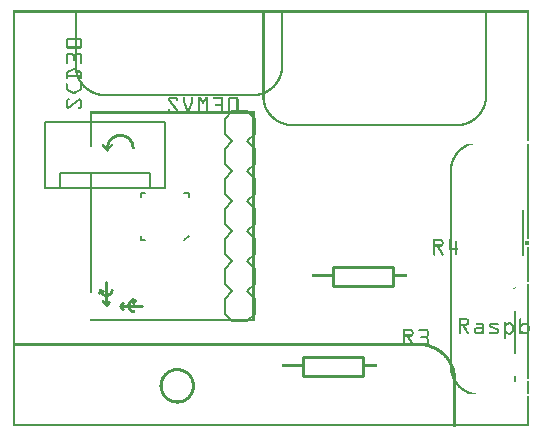
<source format=gto>
G04 MADE WITH FRITZING*
G04 WWW.FRITZING.ORG*
G04 DOUBLE SIDED*
G04 HOLES PLATED*
G04 CONTOUR ON CENTER OF CONTOUR VECTOR*
%ASAXBY*%
%FSLAX23Y23*%
%MOIN*%
%OFA0B0*%
%SFA1.0B1.0*%
%ADD10C,0.010000*%
%ADD11C,0.008000*%
%ADD12C,0.005000*%
%ADD13R,0.001000X0.001000*%
%LNSILK1*%
G90*
G70*
G54D10*
X311Y405D02*
X311Y480D01*
D02*
X291Y455D02*
X286Y445D01*
D02*
X291Y455D02*
X301Y450D01*
D02*
X311Y405D02*
X321Y415D01*
D02*
X356Y400D02*
X431Y400D01*
D02*
X406Y420D02*
X396Y425D01*
D02*
X406Y420D02*
X401Y410D01*
D02*
X356Y400D02*
X366Y390D01*
D02*
X356Y400D02*
X366Y410D01*
G54D11*
D02*
X806Y425D02*
X806Y375D01*
D02*
X806Y375D02*
X781Y350D01*
D02*
X731Y350D02*
X706Y375D01*
D02*
X781Y550D02*
X806Y525D01*
D02*
X806Y525D02*
X806Y475D01*
D02*
X806Y475D02*
X781Y450D01*
D02*
X731Y450D02*
X706Y475D01*
D02*
X706Y475D02*
X706Y525D01*
D02*
X706Y525D02*
X731Y550D01*
D02*
X806Y425D02*
X781Y450D01*
D02*
X731Y450D02*
X706Y425D01*
D02*
X706Y375D02*
X706Y425D01*
D02*
X806Y725D02*
X806Y675D01*
D02*
X806Y675D02*
X781Y650D01*
D02*
X731Y650D02*
X706Y675D01*
D02*
X781Y650D02*
X806Y625D01*
D02*
X806Y625D02*
X806Y575D01*
D02*
X806Y575D02*
X781Y550D01*
D02*
X731Y550D02*
X706Y575D01*
D02*
X706Y575D02*
X706Y625D01*
D02*
X706Y625D02*
X731Y650D01*
D02*
X781Y850D02*
X806Y825D01*
D02*
X806Y825D02*
X806Y775D01*
D02*
X806Y775D02*
X781Y750D01*
D02*
X731Y750D02*
X706Y775D01*
D02*
X706Y775D02*
X706Y825D01*
D02*
X706Y825D02*
X731Y850D01*
D02*
X806Y725D02*
X781Y750D01*
D02*
X731Y750D02*
X706Y725D01*
D02*
X706Y675D02*
X706Y725D01*
D02*
X806Y1025D02*
X806Y975D01*
D02*
X806Y975D02*
X781Y950D01*
D02*
X731Y950D02*
X706Y975D01*
D02*
X781Y950D02*
X806Y925D01*
D02*
X806Y925D02*
X806Y875D01*
D02*
X806Y875D02*
X781Y850D01*
D02*
X731Y850D02*
X706Y875D01*
D02*
X706Y875D02*
X706Y925D01*
D02*
X706Y925D02*
X731Y950D01*
D02*
X781Y1050D02*
X731Y1050D01*
D02*
X806Y1025D02*
X781Y1050D01*
D02*
X731Y1050D02*
X706Y1025D01*
D02*
X706Y975D02*
X706Y1025D01*
D02*
X781Y350D02*
X731Y350D01*
D02*
X441Y779D02*
X427Y779D01*
D02*
X427Y765D02*
X427Y779D01*
D02*
X571Y779D02*
X585Y779D01*
D02*
X585Y779D02*
X585Y765D01*
D02*
X427Y635D02*
X427Y621D01*
D02*
X427Y621D02*
X441Y621D01*
D02*
X571Y621D02*
X585Y635D01*
G54D10*
D02*
X1065Y533D02*
X1265Y533D01*
D02*
X1265Y533D02*
X1265Y467D01*
D02*
X1265Y467D02*
X1065Y467D01*
D02*
X1065Y467D02*
X1065Y533D01*
D02*
X965Y233D02*
X1165Y233D01*
D02*
X1165Y233D02*
X1165Y167D01*
D02*
X1165Y167D02*
X965Y167D01*
D02*
X965Y167D02*
X965Y233D01*
G54D11*
D02*
X1701Y570D02*
X1701Y720D01*
D02*
X1672Y386D02*
X1672Y244D01*
D02*
X1672Y153D02*
X1672Y169D01*
G54D12*
D02*
X106Y1015D02*
X106Y795D01*
D02*
X506Y1015D02*
X506Y795D01*
D02*
X506Y1015D02*
X106Y1015D01*
D02*
X506Y795D02*
X456Y795D01*
D02*
X456Y795D02*
X156Y795D01*
D02*
X156Y795D02*
X106Y795D01*
D02*
X156Y795D02*
X156Y845D01*
D02*
X156Y845D02*
X456Y845D01*
D02*
X456Y845D02*
X456Y795D01*
G54D13*
X0Y1386D02*
X1720Y1386D01*
X0Y1385D02*
X1720Y1385D01*
X0Y1384D02*
X1720Y1384D01*
X0Y1383D02*
X1720Y1383D01*
X0Y1382D02*
X1720Y1382D01*
X0Y1381D02*
X1720Y1381D01*
X0Y1380D02*
X1720Y1380D01*
X0Y1379D02*
X1720Y1379D01*
X0Y1378D02*
X7Y1378D01*
X206Y1378D02*
X213Y1378D01*
X831Y1378D02*
X838Y1378D01*
X893Y1378D02*
X900Y1378D01*
X1573Y1378D02*
X1580Y1378D01*
X1713Y1378D02*
X1720Y1378D01*
X0Y1377D02*
X7Y1377D01*
X206Y1377D02*
X213Y1377D01*
X831Y1377D02*
X838Y1377D01*
X893Y1377D02*
X900Y1377D01*
X1573Y1377D02*
X1580Y1377D01*
X1713Y1377D02*
X1720Y1377D01*
X0Y1376D02*
X7Y1376D01*
X206Y1376D02*
X213Y1376D01*
X831Y1376D02*
X838Y1376D01*
X893Y1376D02*
X900Y1376D01*
X1573Y1376D02*
X1580Y1376D01*
X1713Y1376D02*
X1720Y1376D01*
X0Y1375D02*
X7Y1375D01*
X206Y1375D02*
X213Y1375D01*
X831Y1375D02*
X838Y1375D01*
X893Y1375D02*
X900Y1375D01*
X1573Y1375D02*
X1580Y1375D01*
X1713Y1375D02*
X1720Y1375D01*
X0Y1374D02*
X7Y1374D01*
X206Y1374D02*
X213Y1374D01*
X831Y1374D02*
X838Y1374D01*
X893Y1374D02*
X900Y1374D01*
X1573Y1374D02*
X1580Y1374D01*
X1713Y1374D02*
X1720Y1374D01*
X0Y1373D02*
X7Y1373D01*
X206Y1373D02*
X213Y1373D01*
X831Y1373D02*
X838Y1373D01*
X893Y1373D02*
X900Y1373D01*
X1573Y1373D02*
X1580Y1373D01*
X1713Y1373D02*
X1720Y1373D01*
X0Y1372D02*
X7Y1372D01*
X206Y1372D02*
X213Y1372D01*
X831Y1372D02*
X838Y1372D01*
X893Y1372D02*
X900Y1372D01*
X1573Y1372D02*
X1580Y1372D01*
X1713Y1372D02*
X1720Y1372D01*
X0Y1371D02*
X7Y1371D01*
X206Y1371D02*
X213Y1371D01*
X831Y1371D02*
X838Y1371D01*
X893Y1371D02*
X900Y1371D01*
X1573Y1371D02*
X1580Y1371D01*
X1713Y1371D02*
X1720Y1371D01*
X0Y1370D02*
X7Y1370D01*
X206Y1370D02*
X213Y1370D01*
X831Y1370D02*
X838Y1370D01*
X893Y1370D02*
X900Y1370D01*
X1573Y1370D02*
X1580Y1370D01*
X1713Y1370D02*
X1720Y1370D01*
X0Y1369D02*
X7Y1369D01*
X206Y1369D02*
X213Y1369D01*
X831Y1369D02*
X838Y1369D01*
X893Y1369D02*
X900Y1369D01*
X1573Y1369D02*
X1580Y1369D01*
X1713Y1369D02*
X1720Y1369D01*
X0Y1368D02*
X7Y1368D01*
X206Y1368D02*
X213Y1368D01*
X831Y1368D02*
X838Y1368D01*
X893Y1368D02*
X900Y1368D01*
X1573Y1368D02*
X1580Y1368D01*
X1713Y1368D02*
X1720Y1368D01*
X0Y1367D02*
X7Y1367D01*
X206Y1367D02*
X213Y1367D01*
X831Y1367D02*
X838Y1367D01*
X893Y1367D02*
X900Y1367D01*
X1573Y1367D02*
X1580Y1367D01*
X1713Y1367D02*
X1720Y1367D01*
X0Y1366D02*
X7Y1366D01*
X206Y1366D02*
X213Y1366D01*
X831Y1366D02*
X838Y1366D01*
X893Y1366D02*
X900Y1366D01*
X1573Y1366D02*
X1580Y1366D01*
X1713Y1366D02*
X1720Y1366D01*
X0Y1365D02*
X7Y1365D01*
X206Y1365D02*
X213Y1365D01*
X831Y1365D02*
X838Y1365D01*
X893Y1365D02*
X900Y1365D01*
X1573Y1365D02*
X1580Y1365D01*
X1713Y1365D02*
X1720Y1365D01*
X0Y1364D02*
X7Y1364D01*
X206Y1364D02*
X213Y1364D01*
X831Y1364D02*
X838Y1364D01*
X893Y1364D02*
X900Y1364D01*
X1573Y1364D02*
X1580Y1364D01*
X1713Y1364D02*
X1720Y1364D01*
X0Y1363D02*
X7Y1363D01*
X206Y1363D02*
X213Y1363D01*
X831Y1363D02*
X838Y1363D01*
X893Y1363D02*
X900Y1363D01*
X1573Y1363D02*
X1580Y1363D01*
X1713Y1363D02*
X1720Y1363D01*
X0Y1362D02*
X7Y1362D01*
X206Y1362D02*
X213Y1362D01*
X831Y1362D02*
X838Y1362D01*
X893Y1362D02*
X900Y1362D01*
X1573Y1362D02*
X1580Y1362D01*
X1713Y1362D02*
X1720Y1362D01*
X0Y1361D02*
X7Y1361D01*
X206Y1361D02*
X213Y1361D01*
X831Y1361D02*
X838Y1361D01*
X893Y1361D02*
X900Y1361D01*
X1573Y1361D02*
X1580Y1361D01*
X1713Y1361D02*
X1720Y1361D01*
X0Y1360D02*
X7Y1360D01*
X206Y1360D02*
X213Y1360D01*
X831Y1360D02*
X838Y1360D01*
X893Y1360D02*
X900Y1360D01*
X1573Y1360D02*
X1580Y1360D01*
X1713Y1360D02*
X1720Y1360D01*
X0Y1359D02*
X7Y1359D01*
X206Y1359D02*
X213Y1359D01*
X831Y1359D02*
X838Y1359D01*
X893Y1359D02*
X900Y1359D01*
X1573Y1359D02*
X1580Y1359D01*
X1713Y1359D02*
X1720Y1359D01*
X0Y1358D02*
X7Y1358D01*
X206Y1358D02*
X213Y1358D01*
X831Y1358D02*
X838Y1358D01*
X893Y1358D02*
X900Y1358D01*
X1573Y1358D02*
X1580Y1358D01*
X1713Y1358D02*
X1720Y1358D01*
X0Y1357D02*
X7Y1357D01*
X206Y1357D02*
X213Y1357D01*
X831Y1357D02*
X838Y1357D01*
X893Y1357D02*
X900Y1357D01*
X1573Y1357D02*
X1580Y1357D01*
X1713Y1357D02*
X1720Y1357D01*
X0Y1356D02*
X7Y1356D01*
X206Y1356D02*
X213Y1356D01*
X831Y1356D02*
X838Y1356D01*
X893Y1356D02*
X900Y1356D01*
X1573Y1356D02*
X1580Y1356D01*
X1713Y1356D02*
X1720Y1356D01*
X0Y1355D02*
X7Y1355D01*
X206Y1355D02*
X213Y1355D01*
X831Y1355D02*
X838Y1355D01*
X893Y1355D02*
X900Y1355D01*
X1573Y1355D02*
X1580Y1355D01*
X1713Y1355D02*
X1720Y1355D01*
X0Y1354D02*
X7Y1354D01*
X206Y1354D02*
X213Y1354D01*
X831Y1354D02*
X838Y1354D01*
X893Y1354D02*
X900Y1354D01*
X1573Y1354D02*
X1580Y1354D01*
X1713Y1354D02*
X1720Y1354D01*
X0Y1353D02*
X7Y1353D01*
X206Y1353D02*
X213Y1353D01*
X831Y1353D02*
X838Y1353D01*
X893Y1353D02*
X900Y1353D01*
X1573Y1353D02*
X1580Y1353D01*
X1713Y1353D02*
X1720Y1353D01*
X0Y1352D02*
X7Y1352D01*
X206Y1352D02*
X213Y1352D01*
X831Y1352D02*
X838Y1352D01*
X893Y1352D02*
X900Y1352D01*
X1573Y1352D02*
X1580Y1352D01*
X1713Y1352D02*
X1720Y1352D01*
X0Y1351D02*
X7Y1351D01*
X206Y1351D02*
X213Y1351D01*
X831Y1351D02*
X838Y1351D01*
X893Y1351D02*
X900Y1351D01*
X1573Y1351D02*
X1580Y1351D01*
X1713Y1351D02*
X1720Y1351D01*
X0Y1350D02*
X7Y1350D01*
X206Y1350D02*
X213Y1350D01*
X831Y1350D02*
X838Y1350D01*
X893Y1350D02*
X900Y1350D01*
X1573Y1350D02*
X1580Y1350D01*
X1713Y1350D02*
X1720Y1350D01*
X0Y1349D02*
X7Y1349D01*
X206Y1349D02*
X213Y1349D01*
X831Y1349D02*
X838Y1349D01*
X893Y1349D02*
X900Y1349D01*
X1573Y1349D02*
X1580Y1349D01*
X1713Y1349D02*
X1720Y1349D01*
X0Y1348D02*
X7Y1348D01*
X206Y1348D02*
X213Y1348D01*
X831Y1348D02*
X838Y1348D01*
X893Y1348D02*
X900Y1348D01*
X1573Y1348D02*
X1580Y1348D01*
X1713Y1348D02*
X1720Y1348D01*
X0Y1347D02*
X7Y1347D01*
X206Y1347D02*
X213Y1347D01*
X831Y1347D02*
X838Y1347D01*
X893Y1347D02*
X900Y1347D01*
X1573Y1347D02*
X1580Y1347D01*
X1713Y1347D02*
X1720Y1347D01*
X0Y1346D02*
X7Y1346D01*
X206Y1346D02*
X213Y1346D01*
X831Y1346D02*
X838Y1346D01*
X893Y1346D02*
X900Y1346D01*
X1573Y1346D02*
X1580Y1346D01*
X1713Y1346D02*
X1720Y1346D01*
X0Y1345D02*
X7Y1345D01*
X206Y1345D02*
X213Y1345D01*
X831Y1345D02*
X838Y1345D01*
X893Y1345D02*
X900Y1345D01*
X1573Y1345D02*
X1580Y1345D01*
X1713Y1345D02*
X1720Y1345D01*
X0Y1344D02*
X7Y1344D01*
X206Y1344D02*
X213Y1344D01*
X831Y1344D02*
X838Y1344D01*
X893Y1344D02*
X900Y1344D01*
X1573Y1344D02*
X1580Y1344D01*
X1713Y1344D02*
X1720Y1344D01*
X0Y1343D02*
X7Y1343D01*
X206Y1343D02*
X213Y1343D01*
X831Y1343D02*
X838Y1343D01*
X893Y1343D02*
X900Y1343D01*
X1573Y1343D02*
X1580Y1343D01*
X1713Y1343D02*
X1720Y1343D01*
X0Y1342D02*
X7Y1342D01*
X206Y1342D02*
X213Y1342D01*
X831Y1342D02*
X838Y1342D01*
X893Y1342D02*
X900Y1342D01*
X1573Y1342D02*
X1580Y1342D01*
X1713Y1342D02*
X1720Y1342D01*
X0Y1341D02*
X7Y1341D01*
X206Y1341D02*
X213Y1341D01*
X831Y1341D02*
X838Y1341D01*
X893Y1341D02*
X900Y1341D01*
X1573Y1341D02*
X1580Y1341D01*
X1713Y1341D02*
X1720Y1341D01*
X0Y1340D02*
X7Y1340D01*
X206Y1340D02*
X213Y1340D01*
X831Y1340D02*
X838Y1340D01*
X893Y1340D02*
X900Y1340D01*
X1573Y1340D02*
X1580Y1340D01*
X1713Y1340D02*
X1720Y1340D01*
X0Y1339D02*
X7Y1339D01*
X206Y1339D02*
X213Y1339D01*
X831Y1339D02*
X838Y1339D01*
X893Y1339D02*
X900Y1339D01*
X1573Y1339D02*
X1580Y1339D01*
X1713Y1339D02*
X1720Y1339D01*
X0Y1338D02*
X7Y1338D01*
X206Y1338D02*
X213Y1338D01*
X831Y1338D02*
X838Y1338D01*
X893Y1338D02*
X900Y1338D01*
X1573Y1338D02*
X1580Y1338D01*
X1713Y1338D02*
X1720Y1338D01*
X0Y1337D02*
X7Y1337D01*
X206Y1337D02*
X213Y1337D01*
X831Y1337D02*
X838Y1337D01*
X893Y1337D02*
X900Y1337D01*
X1573Y1337D02*
X1580Y1337D01*
X1713Y1337D02*
X1720Y1337D01*
X0Y1336D02*
X7Y1336D01*
X206Y1336D02*
X213Y1336D01*
X831Y1336D02*
X838Y1336D01*
X893Y1336D02*
X900Y1336D01*
X1573Y1336D02*
X1580Y1336D01*
X1713Y1336D02*
X1720Y1336D01*
X0Y1335D02*
X7Y1335D01*
X206Y1335D02*
X213Y1335D01*
X831Y1335D02*
X838Y1335D01*
X893Y1335D02*
X900Y1335D01*
X1573Y1335D02*
X1580Y1335D01*
X1713Y1335D02*
X1720Y1335D01*
X0Y1334D02*
X7Y1334D01*
X206Y1334D02*
X213Y1334D01*
X831Y1334D02*
X838Y1334D01*
X893Y1334D02*
X900Y1334D01*
X1573Y1334D02*
X1580Y1334D01*
X1713Y1334D02*
X1720Y1334D01*
X0Y1333D02*
X7Y1333D01*
X206Y1333D02*
X213Y1333D01*
X831Y1333D02*
X838Y1333D01*
X893Y1333D02*
X900Y1333D01*
X1573Y1333D02*
X1580Y1333D01*
X1713Y1333D02*
X1720Y1333D01*
X0Y1332D02*
X7Y1332D01*
X206Y1332D02*
X213Y1332D01*
X831Y1332D02*
X838Y1332D01*
X893Y1332D02*
X900Y1332D01*
X1573Y1332D02*
X1580Y1332D01*
X1713Y1332D02*
X1720Y1332D01*
X0Y1331D02*
X7Y1331D01*
X206Y1331D02*
X213Y1331D01*
X831Y1331D02*
X838Y1331D01*
X893Y1331D02*
X900Y1331D01*
X1573Y1331D02*
X1580Y1331D01*
X1713Y1331D02*
X1720Y1331D01*
X0Y1330D02*
X7Y1330D01*
X206Y1330D02*
X213Y1330D01*
X831Y1330D02*
X838Y1330D01*
X893Y1330D02*
X900Y1330D01*
X1573Y1330D02*
X1580Y1330D01*
X1713Y1330D02*
X1720Y1330D01*
X0Y1329D02*
X7Y1329D01*
X206Y1329D02*
X213Y1329D01*
X831Y1329D02*
X838Y1329D01*
X893Y1329D02*
X900Y1329D01*
X1573Y1329D02*
X1580Y1329D01*
X1713Y1329D02*
X1720Y1329D01*
X0Y1328D02*
X7Y1328D01*
X206Y1328D02*
X213Y1328D01*
X831Y1328D02*
X838Y1328D01*
X893Y1328D02*
X900Y1328D01*
X1573Y1328D02*
X1580Y1328D01*
X1713Y1328D02*
X1720Y1328D01*
X0Y1327D02*
X7Y1327D01*
X206Y1327D02*
X213Y1327D01*
X831Y1327D02*
X838Y1327D01*
X893Y1327D02*
X900Y1327D01*
X1573Y1327D02*
X1580Y1327D01*
X1713Y1327D02*
X1720Y1327D01*
X0Y1326D02*
X7Y1326D01*
X206Y1326D02*
X213Y1326D01*
X831Y1326D02*
X838Y1326D01*
X893Y1326D02*
X900Y1326D01*
X1573Y1326D02*
X1580Y1326D01*
X1713Y1326D02*
X1720Y1326D01*
X0Y1325D02*
X7Y1325D01*
X206Y1325D02*
X213Y1325D01*
X831Y1325D02*
X838Y1325D01*
X893Y1325D02*
X900Y1325D01*
X1573Y1325D02*
X1580Y1325D01*
X1713Y1325D02*
X1720Y1325D01*
X0Y1324D02*
X7Y1324D01*
X206Y1324D02*
X213Y1324D01*
X831Y1324D02*
X838Y1324D01*
X893Y1324D02*
X900Y1324D01*
X1573Y1324D02*
X1580Y1324D01*
X1713Y1324D02*
X1720Y1324D01*
X0Y1323D02*
X7Y1323D01*
X206Y1323D02*
X213Y1323D01*
X831Y1323D02*
X838Y1323D01*
X893Y1323D02*
X900Y1323D01*
X1573Y1323D02*
X1580Y1323D01*
X1713Y1323D02*
X1720Y1323D01*
X0Y1322D02*
X7Y1322D01*
X206Y1322D02*
X213Y1322D01*
X831Y1322D02*
X838Y1322D01*
X893Y1322D02*
X900Y1322D01*
X1573Y1322D02*
X1580Y1322D01*
X1713Y1322D02*
X1720Y1322D01*
X0Y1321D02*
X7Y1321D01*
X206Y1321D02*
X213Y1321D01*
X831Y1321D02*
X838Y1321D01*
X893Y1321D02*
X900Y1321D01*
X1573Y1321D02*
X1580Y1321D01*
X1713Y1321D02*
X1720Y1321D01*
X0Y1320D02*
X7Y1320D01*
X206Y1320D02*
X213Y1320D01*
X831Y1320D02*
X838Y1320D01*
X893Y1320D02*
X900Y1320D01*
X1573Y1320D02*
X1580Y1320D01*
X1713Y1320D02*
X1720Y1320D01*
X0Y1319D02*
X7Y1319D01*
X206Y1319D02*
X213Y1319D01*
X831Y1319D02*
X838Y1319D01*
X893Y1319D02*
X900Y1319D01*
X1573Y1319D02*
X1580Y1319D01*
X1713Y1319D02*
X1720Y1319D01*
X0Y1318D02*
X7Y1318D01*
X206Y1318D02*
X213Y1318D01*
X831Y1318D02*
X838Y1318D01*
X893Y1318D02*
X900Y1318D01*
X1573Y1318D02*
X1580Y1318D01*
X1713Y1318D02*
X1720Y1318D01*
X0Y1317D02*
X7Y1317D01*
X206Y1317D02*
X213Y1317D01*
X831Y1317D02*
X838Y1317D01*
X893Y1317D02*
X900Y1317D01*
X1573Y1317D02*
X1580Y1317D01*
X1713Y1317D02*
X1720Y1317D01*
X0Y1316D02*
X7Y1316D01*
X206Y1316D02*
X213Y1316D01*
X831Y1316D02*
X838Y1316D01*
X893Y1316D02*
X900Y1316D01*
X1573Y1316D02*
X1580Y1316D01*
X1713Y1316D02*
X1720Y1316D01*
X0Y1315D02*
X7Y1315D01*
X206Y1315D02*
X213Y1315D01*
X831Y1315D02*
X838Y1315D01*
X893Y1315D02*
X900Y1315D01*
X1573Y1315D02*
X1580Y1315D01*
X1713Y1315D02*
X1720Y1315D01*
X0Y1314D02*
X7Y1314D01*
X206Y1314D02*
X213Y1314D01*
X831Y1314D02*
X838Y1314D01*
X893Y1314D02*
X900Y1314D01*
X1573Y1314D02*
X1580Y1314D01*
X1713Y1314D02*
X1720Y1314D01*
X0Y1313D02*
X7Y1313D01*
X206Y1313D02*
X213Y1313D01*
X831Y1313D02*
X838Y1313D01*
X893Y1313D02*
X900Y1313D01*
X1573Y1313D02*
X1580Y1313D01*
X1713Y1313D02*
X1720Y1313D01*
X0Y1312D02*
X7Y1312D01*
X206Y1312D02*
X213Y1312D01*
X831Y1312D02*
X838Y1312D01*
X893Y1312D02*
X900Y1312D01*
X1573Y1312D02*
X1580Y1312D01*
X1713Y1312D02*
X1720Y1312D01*
X0Y1311D02*
X7Y1311D01*
X206Y1311D02*
X213Y1311D01*
X831Y1311D02*
X838Y1311D01*
X893Y1311D02*
X900Y1311D01*
X1573Y1311D02*
X1580Y1311D01*
X1713Y1311D02*
X1720Y1311D01*
X0Y1310D02*
X7Y1310D01*
X206Y1310D02*
X213Y1310D01*
X831Y1310D02*
X838Y1310D01*
X893Y1310D02*
X900Y1310D01*
X1573Y1310D02*
X1580Y1310D01*
X1713Y1310D02*
X1720Y1310D01*
X0Y1309D02*
X7Y1309D01*
X206Y1309D02*
X213Y1309D01*
X831Y1309D02*
X838Y1309D01*
X893Y1309D02*
X900Y1309D01*
X1573Y1309D02*
X1580Y1309D01*
X1713Y1309D02*
X1720Y1309D01*
X0Y1308D02*
X7Y1308D01*
X206Y1308D02*
X213Y1308D01*
X831Y1308D02*
X838Y1308D01*
X893Y1308D02*
X900Y1308D01*
X1573Y1308D02*
X1580Y1308D01*
X1713Y1308D02*
X1720Y1308D01*
X0Y1307D02*
X7Y1307D01*
X206Y1307D02*
X213Y1307D01*
X831Y1307D02*
X838Y1307D01*
X893Y1307D02*
X900Y1307D01*
X1573Y1307D02*
X1580Y1307D01*
X1713Y1307D02*
X1720Y1307D01*
X0Y1306D02*
X7Y1306D01*
X206Y1306D02*
X213Y1306D01*
X831Y1306D02*
X838Y1306D01*
X893Y1306D02*
X900Y1306D01*
X1573Y1306D02*
X1580Y1306D01*
X1713Y1306D02*
X1720Y1306D01*
X0Y1305D02*
X7Y1305D01*
X206Y1305D02*
X213Y1305D01*
X831Y1305D02*
X838Y1305D01*
X893Y1305D02*
X900Y1305D01*
X1573Y1305D02*
X1580Y1305D01*
X1713Y1305D02*
X1720Y1305D01*
X0Y1304D02*
X7Y1304D01*
X206Y1304D02*
X213Y1304D01*
X831Y1304D02*
X838Y1304D01*
X893Y1304D02*
X900Y1304D01*
X1573Y1304D02*
X1580Y1304D01*
X1713Y1304D02*
X1720Y1304D01*
X0Y1303D02*
X7Y1303D01*
X206Y1303D02*
X213Y1303D01*
X831Y1303D02*
X838Y1303D01*
X893Y1303D02*
X900Y1303D01*
X1573Y1303D02*
X1580Y1303D01*
X1713Y1303D02*
X1720Y1303D01*
X0Y1302D02*
X7Y1302D01*
X206Y1302D02*
X213Y1302D01*
X831Y1302D02*
X838Y1302D01*
X893Y1302D02*
X900Y1302D01*
X1573Y1302D02*
X1580Y1302D01*
X1713Y1302D02*
X1720Y1302D01*
X0Y1301D02*
X7Y1301D01*
X206Y1301D02*
X213Y1301D01*
X831Y1301D02*
X838Y1301D01*
X893Y1301D02*
X900Y1301D01*
X1573Y1301D02*
X1580Y1301D01*
X1713Y1301D02*
X1720Y1301D01*
X0Y1300D02*
X7Y1300D01*
X206Y1300D02*
X213Y1300D01*
X831Y1300D02*
X838Y1300D01*
X893Y1300D02*
X900Y1300D01*
X1573Y1300D02*
X1580Y1300D01*
X1713Y1300D02*
X1720Y1300D01*
X0Y1299D02*
X7Y1299D01*
X206Y1299D02*
X213Y1299D01*
X831Y1299D02*
X838Y1299D01*
X893Y1299D02*
X900Y1299D01*
X1573Y1299D02*
X1580Y1299D01*
X1713Y1299D02*
X1720Y1299D01*
X0Y1298D02*
X7Y1298D01*
X206Y1298D02*
X213Y1298D01*
X831Y1298D02*
X838Y1298D01*
X893Y1298D02*
X900Y1298D01*
X1573Y1298D02*
X1580Y1298D01*
X1713Y1298D02*
X1720Y1298D01*
X0Y1297D02*
X7Y1297D01*
X206Y1297D02*
X213Y1297D01*
X831Y1297D02*
X838Y1297D01*
X893Y1297D02*
X900Y1297D01*
X1573Y1297D02*
X1580Y1297D01*
X1713Y1297D02*
X1720Y1297D01*
X0Y1296D02*
X7Y1296D01*
X206Y1296D02*
X213Y1296D01*
X831Y1296D02*
X838Y1296D01*
X893Y1296D02*
X900Y1296D01*
X1573Y1296D02*
X1580Y1296D01*
X1713Y1296D02*
X1720Y1296D01*
X0Y1295D02*
X7Y1295D01*
X206Y1295D02*
X213Y1295D01*
X831Y1295D02*
X838Y1295D01*
X893Y1295D02*
X900Y1295D01*
X1573Y1295D02*
X1580Y1295D01*
X1713Y1295D02*
X1720Y1295D01*
X0Y1294D02*
X7Y1294D01*
X206Y1294D02*
X213Y1294D01*
X831Y1294D02*
X838Y1294D01*
X893Y1294D02*
X900Y1294D01*
X1573Y1294D02*
X1580Y1294D01*
X1713Y1294D02*
X1720Y1294D01*
X0Y1293D02*
X7Y1293D01*
X180Y1293D02*
X225Y1293D01*
X831Y1293D02*
X838Y1293D01*
X893Y1293D02*
X900Y1293D01*
X1573Y1293D02*
X1580Y1293D01*
X1713Y1293D02*
X1720Y1293D01*
X0Y1292D02*
X7Y1292D01*
X178Y1292D02*
X227Y1292D01*
X831Y1292D02*
X838Y1292D01*
X893Y1292D02*
X900Y1292D01*
X1573Y1292D02*
X1580Y1292D01*
X1713Y1292D02*
X1720Y1292D01*
X0Y1291D02*
X7Y1291D01*
X177Y1291D02*
X228Y1291D01*
X831Y1291D02*
X838Y1291D01*
X893Y1291D02*
X900Y1291D01*
X1573Y1291D02*
X1580Y1291D01*
X1713Y1291D02*
X1720Y1291D01*
X0Y1290D02*
X7Y1290D01*
X177Y1290D02*
X228Y1290D01*
X831Y1290D02*
X838Y1290D01*
X893Y1290D02*
X900Y1290D01*
X1573Y1290D02*
X1580Y1290D01*
X1713Y1290D02*
X1720Y1290D01*
X0Y1289D02*
X7Y1289D01*
X176Y1289D02*
X229Y1289D01*
X831Y1289D02*
X838Y1289D01*
X893Y1289D02*
X900Y1289D01*
X1573Y1289D02*
X1580Y1289D01*
X1713Y1289D02*
X1720Y1289D01*
X0Y1288D02*
X7Y1288D01*
X176Y1288D02*
X229Y1288D01*
X831Y1288D02*
X838Y1288D01*
X893Y1288D02*
X900Y1288D01*
X1573Y1288D02*
X1580Y1288D01*
X1713Y1288D02*
X1720Y1288D01*
X0Y1287D02*
X7Y1287D01*
X176Y1287D02*
X229Y1287D01*
X831Y1287D02*
X838Y1287D01*
X893Y1287D02*
X900Y1287D01*
X1573Y1287D02*
X1580Y1287D01*
X1713Y1287D02*
X1720Y1287D01*
X0Y1286D02*
X7Y1286D01*
X176Y1286D02*
X182Y1286D01*
X206Y1286D02*
X213Y1286D01*
X223Y1286D02*
X229Y1286D01*
X831Y1286D02*
X838Y1286D01*
X893Y1286D02*
X900Y1286D01*
X1573Y1286D02*
X1580Y1286D01*
X1713Y1286D02*
X1720Y1286D01*
X0Y1285D02*
X7Y1285D01*
X176Y1285D02*
X182Y1285D01*
X206Y1285D02*
X213Y1285D01*
X223Y1285D02*
X229Y1285D01*
X831Y1285D02*
X838Y1285D01*
X893Y1285D02*
X900Y1285D01*
X1573Y1285D02*
X1580Y1285D01*
X1713Y1285D02*
X1720Y1285D01*
X0Y1284D02*
X7Y1284D01*
X176Y1284D02*
X182Y1284D01*
X206Y1284D02*
X213Y1284D01*
X223Y1284D02*
X229Y1284D01*
X831Y1284D02*
X838Y1284D01*
X893Y1284D02*
X900Y1284D01*
X1573Y1284D02*
X1580Y1284D01*
X1713Y1284D02*
X1720Y1284D01*
X0Y1283D02*
X7Y1283D01*
X176Y1283D02*
X182Y1283D01*
X206Y1283D02*
X213Y1283D01*
X223Y1283D02*
X229Y1283D01*
X831Y1283D02*
X838Y1283D01*
X893Y1283D02*
X900Y1283D01*
X1573Y1283D02*
X1580Y1283D01*
X1713Y1283D02*
X1720Y1283D01*
X0Y1282D02*
X7Y1282D01*
X176Y1282D02*
X182Y1282D01*
X206Y1282D02*
X213Y1282D01*
X223Y1282D02*
X229Y1282D01*
X831Y1282D02*
X838Y1282D01*
X893Y1282D02*
X900Y1282D01*
X1573Y1282D02*
X1580Y1282D01*
X1713Y1282D02*
X1720Y1282D01*
X0Y1281D02*
X7Y1281D01*
X176Y1281D02*
X182Y1281D01*
X206Y1281D02*
X213Y1281D01*
X223Y1281D02*
X229Y1281D01*
X831Y1281D02*
X838Y1281D01*
X893Y1281D02*
X900Y1281D01*
X1573Y1281D02*
X1580Y1281D01*
X1713Y1281D02*
X1720Y1281D01*
X0Y1280D02*
X7Y1280D01*
X176Y1280D02*
X182Y1280D01*
X206Y1280D02*
X213Y1280D01*
X223Y1280D02*
X229Y1280D01*
X831Y1280D02*
X838Y1280D01*
X893Y1280D02*
X900Y1280D01*
X1573Y1280D02*
X1580Y1280D01*
X1713Y1280D02*
X1720Y1280D01*
X0Y1279D02*
X7Y1279D01*
X176Y1279D02*
X182Y1279D01*
X206Y1279D02*
X213Y1279D01*
X223Y1279D02*
X229Y1279D01*
X831Y1279D02*
X838Y1279D01*
X893Y1279D02*
X900Y1279D01*
X1573Y1279D02*
X1580Y1279D01*
X1713Y1279D02*
X1720Y1279D01*
X0Y1278D02*
X7Y1278D01*
X176Y1278D02*
X182Y1278D01*
X206Y1278D02*
X213Y1278D01*
X223Y1278D02*
X229Y1278D01*
X831Y1278D02*
X838Y1278D01*
X893Y1278D02*
X900Y1278D01*
X1573Y1278D02*
X1580Y1278D01*
X1713Y1278D02*
X1720Y1278D01*
X0Y1277D02*
X7Y1277D01*
X176Y1277D02*
X182Y1277D01*
X206Y1277D02*
X213Y1277D01*
X223Y1277D02*
X229Y1277D01*
X831Y1277D02*
X838Y1277D01*
X893Y1277D02*
X900Y1277D01*
X1573Y1277D02*
X1580Y1277D01*
X1713Y1277D02*
X1720Y1277D01*
X0Y1276D02*
X7Y1276D01*
X176Y1276D02*
X182Y1276D01*
X206Y1276D02*
X213Y1276D01*
X223Y1276D02*
X229Y1276D01*
X831Y1276D02*
X838Y1276D01*
X893Y1276D02*
X900Y1276D01*
X1573Y1276D02*
X1580Y1276D01*
X1713Y1276D02*
X1720Y1276D01*
X0Y1275D02*
X7Y1275D01*
X176Y1275D02*
X182Y1275D01*
X206Y1275D02*
X213Y1275D01*
X223Y1275D02*
X229Y1275D01*
X831Y1275D02*
X838Y1275D01*
X893Y1275D02*
X900Y1275D01*
X1573Y1275D02*
X1580Y1275D01*
X1713Y1275D02*
X1720Y1275D01*
X0Y1274D02*
X7Y1274D01*
X176Y1274D02*
X182Y1274D01*
X206Y1274D02*
X213Y1274D01*
X223Y1274D02*
X229Y1274D01*
X831Y1274D02*
X838Y1274D01*
X893Y1274D02*
X900Y1274D01*
X1573Y1274D02*
X1580Y1274D01*
X1713Y1274D02*
X1720Y1274D01*
X0Y1273D02*
X7Y1273D01*
X176Y1273D02*
X182Y1273D01*
X206Y1273D02*
X213Y1273D01*
X223Y1273D02*
X229Y1273D01*
X831Y1273D02*
X838Y1273D01*
X893Y1273D02*
X900Y1273D01*
X1573Y1273D02*
X1580Y1273D01*
X1713Y1273D02*
X1720Y1273D01*
X0Y1272D02*
X7Y1272D01*
X176Y1272D02*
X182Y1272D01*
X206Y1272D02*
X213Y1272D01*
X223Y1272D02*
X229Y1272D01*
X831Y1272D02*
X838Y1272D01*
X893Y1272D02*
X900Y1272D01*
X1573Y1272D02*
X1580Y1272D01*
X1713Y1272D02*
X1720Y1272D01*
X0Y1271D02*
X7Y1271D01*
X176Y1271D02*
X182Y1271D01*
X206Y1271D02*
X213Y1271D01*
X223Y1271D02*
X229Y1271D01*
X831Y1271D02*
X838Y1271D01*
X893Y1271D02*
X900Y1271D01*
X1573Y1271D02*
X1580Y1271D01*
X1713Y1271D02*
X1720Y1271D01*
X0Y1270D02*
X7Y1270D01*
X176Y1270D02*
X182Y1270D01*
X206Y1270D02*
X213Y1270D01*
X223Y1270D02*
X229Y1270D01*
X831Y1270D02*
X838Y1270D01*
X893Y1270D02*
X900Y1270D01*
X1573Y1270D02*
X1580Y1270D01*
X1713Y1270D02*
X1720Y1270D01*
X0Y1269D02*
X7Y1269D01*
X176Y1269D02*
X182Y1269D01*
X206Y1269D02*
X213Y1269D01*
X223Y1269D02*
X229Y1269D01*
X831Y1269D02*
X838Y1269D01*
X893Y1269D02*
X900Y1269D01*
X1573Y1269D02*
X1580Y1269D01*
X1713Y1269D02*
X1720Y1269D01*
X0Y1268D02*
X7Y1268D01*
X176Y1268D02*
X182Y1268D01*
X206Y1268D02*
X213Y1268D01*
X223Y1268D02*
X229Y1268D01*
X831Y1268D02*
X838Y1268D01*
X893Y1268D02*
X900Y1268D01*
X1573Y1268D02*
X1580Y1268D01*
X1713Y1268D02*
X1720Y1268D01*
X0Y1267D02*
X7Y1267D01*
X176Y1267D02*
X182Y1267D01*
X206Y1267D02*
X213Y1267D01*
X223Y1267D02*
X229Y1267D01*
X831Y1267D02*
X838Y1267D01*
X893Y1267D02*
X900Y1267D01*
X1573Y1267D02*
X1580Y1267D01*
X1713Y1267D02*
X1720Y1267D01*
X0Y1266D02*
X7Y1266D01*
X176Y1266D02*
X229Y1266D01*
X831Y1266D02*
X838Y1266D01*
X893Y1266D02*
X900Y1266D01*
X1573Y1266D02*
X1580Y1266D01*
X1713Y1266D02*
X1720Y1266D01*
X0Y1265D02*
X7Y1265D01*
X176Y1265D02*
X229Y1265D01*
X831Y1265D02*
X838Y1265D01*
X893Y1265D02*
X900Y1265D01*
X1573Y1265D02*
X1580Y1265D01*
X1713Y1265D02*
X1720Y1265D01*
X0Y1264D02*
X7Y1264D01*
X176Y1264D02*
X229Y1264D01*
X831Y1264D02*
X838Y1264D01*
X893Y1264D02*
X900Y1264D01*
X1573Y1264D02*
X1580Y1264D01*
X1713Y1264D02*
X1720Y1264D01*
X0Y1263D02*
X7Y1263D01*
X177Y1263D02*
X228Y1263D01*
X831Y1263D02*
X838Y1263D01*
X893Y1263D02*
X900Y1263D01*
X1573Y1263D02*
X1580Y1263D01*
X1713Y1263D02*
X1720Y1263D01*
X0Y1262D02*
X7Y1262D01*
X178Y1262D02*
X228Y1262D01*
X831Y1262D02*
X838Y1262D01*
X893Y1262D02*
X900Y1262D01*
X1573Y1262D02*
X1580Y1262D01*
X1713Y1262D02*
X1720Y1262D01*
X0Y1261D02*
X7Y1261D01*
X178Y1261D02*
X227Y1261D01*
X831Y1261D02*
X838Y1261D01*
X893Y1261D02*
X900Y1261D01*
X1573Y1261D02*
X1580Y1261D01*
X1713Y1261D02*
X1720Y1261D01*
X0Y1260D02*
X7Y1260D01*
X180Y1260D02*
X225Y1260D01*
X831Y1260D02*
X838Y1260D01*
X893Y1260D02*
X900Y1260D01*
X1573Y1260D02*
X1580Y1260D01*
X1713Y1260D02*
X1720Y1260D01*
X0Y1259D02*
X7Y1259D01*
X206Y1259D02*
X213Y1259D01*
X831Y1259D02*
X838Y1259D01*
X893Y1259D02*
X900Y1259D01*
X1573Y1259D02*
X1580Y1259D01*
X1713Y1259D02*
X1720Y1259D01*
X0Y1258D02*
X7Y1258D01*
X206Y1258D02*
X213Y1258D01*
X831Y1258D02*
X838Y1258D01*
X893Y1258D02*
X900Y1258D01*
X1573Y1258D02*
X1580Y1258D01*
X1713Y1258D02*
X1720Y1258D01*
X0Y1257D02*
X7Y1257D01*
X206Y1257D02*
X213Y1257D01*
X831Y1257D02*
X838Y1257D01*
X893Y1257D02*
X900Y1257D01*
X1573Y1257D02*
X1580Y1257D01*
X1713Y1257D02*
X1720Y1257D01*
X0Y1256D02*
X7Y1256D01*
X206Y1256D02*
X213Y1256D01*
X831Y1256D02*
X838Y1256D01*
X893Y1256D02*
X900Y1256D01*
X1573Y1256D02*
X1580Y1256D01*
X1713Y1256D02*
X1720Y1256D01*
X0Y1255D02*
X7Y1255D01*
X206Y1255D02*
X213Y1255D01*
X831Y1255D02*
X838Y1255D01*
X893Y1255D02*
X900Y1255D01*
X1573Y1255D02*
X1580Y1255D01*
X1713Y1255D02*
X1720Y1255D01*
X0Y1254D02*
X7Y1254D01*
X206Y1254D02*
X213Y1254D01*
X831Y1254D02*
X838Y1254D01*
X893Y1254D02*
X900Y1254D01*
X1573Y1254D02*
X1580Y1254D01*
X1713Y1254D02*
X1720Y1254D01*
X0Y1253D02*
X7Y1253D01*
X206Y1253D02*
X213Y1253D01*
X831Y1253D02*
X838Y1253D01*
X893Y1253D02*
X900Y1253D01*
X1573Y1253D02*
X1580Y1253D01*
X1713Y1253D02*
X1720Y1253D01*
X0Y1252D02*
X7Y1252D01*
X206Y1252D02*
X213Y1252D01*
X831Y1252D02*
X838Y1252D01*
X893Y1252D02*
X900Y1252D01*
X1573Y1252D02*
X1580Y1252D01*
X1713Y1252D02*
X1720Y1252D01*
X0Y1251D02*
X7Y1251D01*
X206Y1251D02*
X213Y1251D01*
X831Y1251D02*
X838Y1251D01*
X893Y1251D02*
X900Y1251D01*
X1573Y1251D02*
X1580Y1251D01*
X1713Y1251D02*
X1720Y1251D01*
X0Y1250D02*
X7Y1250D01*
X206Y1250D02*
X213Y1250D01*
X831Y1250D02*
X838Y1250D01*
X893Y1250D02*
X900Y1250D01*
X1573Y1250D02*
X1580Y1250D01*
X1713Y1250D02*
X1720Y1250D01*
X0Y1249D02*
X7Y1249D01*
X206Y1249D02*
X213Y1249D01*
X831Y1249D02*
X838Y1249D01*
X893Y1249D02*
X900Y1249D01*
X1573Y1249D02*
X1580Y1249D01*
X1713Y1249D02*
X1720Y1249D01*
X0Y1248D02*
X7Y1248D01*
X206Y1248D02*
X213Y1248D01*
X831Y1248D02*
X838Y1248D01*
X893Y1248D02*
X900Y1248D01*
X1573Y1248D02*
X1580Y1248D01*
X1713Y1248D02*
X1720Y1248D01*
X0Y1247D02*
X7Y1247D01*
X206Y1247D02*
X213Y1247D01*
X831Y1247D02*
X838Y1247D01*
X893Y1247D02*
X900Y1247D01*
X1573Y1247D02*
X1580Y1247D01*
X1713Y1247D02*
X1720Y1247D01*
X0Y1246D02*
X7Y1246D01*
X206Y1246D02*
X213Y1246D01*
X831Y1246D02*
X838Y1246D01*
X893Y1246D02*
X900Y1246D01*
X1573Y1246D02*
X1580Y1246D01*
X1713Y1246D02*
X1720Y1246D01*
X0Y1245D02*
X7Y1245D01*
X206Y1245D02*
X213Y1245D01*
X831Y1245D02*
X838Y1245D01*
X893Y1245D02*
X900Y1245D01*
X1573Y1245D02*
X1580Y1245D01*
X1713Y1245D02*
X1720Y1245D01*
X0Y1244D02*
X7Y1244D01*
X206Y1244D02*
X213Y1244D01*
X831Y1244D02*
X838Y1244D01*
X893Y1244D02*
X900Y1244D01*
X1573Y1244D02*
X1580Y1244D01*
X1713Y1244D02*
X1720Y1244D01*
X0Y1243D02*
X7Y1243D01*
X180Y1243D02*
X199Y1243D01*
X206Y1243D02*
X225Y1243D01*
X831Y1243D02*
X838Y1243D01*
X893Y1243D02*
X900Y1243D01*
X1573Y1243D02*
X1580Y1243D01*
X1713Y1243D02*
X1720Y1243D01*
X0Y1242D02*
X7Y1242D01*
X179Y1242D02*
X201Y1242D01*
X205Y1242D02*
X227Y1242D01*
X831Y1242D02*
X838Y1242D01*
X893Y1242D02*
X900Y1242D01*
X1573Y1242D02*
X1580Y1242D01*
X1713Y1242D02*
X1720Y1242D01*
X0Y1241D02*
X7Y1241D01*
X178Y1241D02*
X227Y1241D01*
X831Y1241D02*
X838Y1241D01*
X893Y1241D02*
X900Y1241D01*
X1573Y1241D02*
X1580Y1241D01*
X1713Y1241D02*
X1720Y1241D01*
X0Y1240D02*
X7Y1240D01*
X177Y1240D02*
X228Y1240D01*
X831Y1240D02*
X838Y1240D01*
X893Y1240D02*
X900Y1240D01*
X1573Y1240D02*
X1580Y1240D01*
X1713Y1240D02*
X1720Y1240D01*
X0Y1239D02*
X7Y1239D01*
X176Y1239D02*
X229Y1239D01*
X831Y1239D02*
X838Y1239D01*
X893Y1239D02*
X900Y1239D01*
X1573Y1239D02*
X1580Y1239D01*
X1713Y1239D02*
X1720Y1239D01*
X0Y1238D02*
X7Y1238D01*
X176Y1238D02*
X229Y1238D01*
X831Y1238D02*
X838Y1238D01*
X893Y1238D02*
X900Y1238D01*
X1573Y1238D02*
X1580Y1238D01*
X1713Y1238D02*
X1720Y1238D01*
X0Y1237D02*
X7Y1237D01*
X176Y1237D02*
X229Y1237D01*
X831Y1237D02*
X838Y1237D01*
X893Y1237D02*
X900Y1237D01*
X1573Y1237D02*
X1580Y1237D01*
X1713Y1237D02*
X1720Y1237D01*
X0Y1236D02*
X7Y1236D01*
X176Y1236D02*
X182Y1236D01*
X198Y1236D02*
X213Y1236D01*
X223Y1236D02*
X229Y1236D01*
X831Y1236D02*
X838Y1236D01*
X893Y1236D02*
X900Y1236D01*
X1573Y1236D02*
X1580Y1236D01*
X1713Y1236D02*
X1720Y1236D01*
X0Y1235D02*
X7Y1235D01*
X176Y1235D02*
X182Y1235D01*
X199Y1235D02*
X213Y1235D01*
X223Y1235D02*
X229Y1235D01*
X831Y1235D02*
X838Y1235D01*
X893Y1235D02*
X900Y1235D01*
X1573Y1235D02*
X1580Y1235D01*
X1713Y1235D02*
X1720Y1235D01*
X0Y1234D02*
X7Y1234D01*
X176Y1234D02*
X182Y1234D01*
X199Y1234D02*
X213Y1234D01*
X223Y1234D02*
X229Y1234D01*
X831Y1234D02*
X838Y1234D01*
X893Y1234D02*
X900Y1234D01*
X1573Y1234D02*
X1580Y1234D01*
X1713Y1234D02*
X1720Y1234D01*
X0Y1233D02*
X7Y1233D01*
X176Y1233D02*
X182Y1233D01*
X200Y1233D02*
X213Y1233D01*
X223Y1233D02*
X229Y1233D01*
X831Y1233D02*
X838Y1233D01*
X893Y1233D02*
X900Y1233D01*
X1573Y1233D02*
X1580Y1233D01*
X1713Y1233D02*
X1720Y1233D01*
X0Y1232D02*
X7Y1232D01*
X176Y1232D02*
X182Y1232D01*
X200Y1232D02*
X213Y1232D01*
X223Y1232D02*
X229Y1232D01*
X831Y1232D02*
X838Y1232D01*
X893Y1232D02*
X900Y1232D01*
X1573Y1232D02*
X1580Y1232D01*
X1713Y1232D02*
X1720Y1232D01*
X0Y1231D02*
X7Y1231D01*
X176Y1231D02*
X182Y1231D01*
X200Y1231D02*
X213Y1231D01*
X223Y1231D02*
X229Y1231D01*
X831Y1231D02*
X838Y1231D01*
X893Y1231D02*
X900Y1231D01*
X1573Y1231D02*
X1580Y1231D01*
X1713Y1231D02*
X1720Y1231D01*
X0Y1230D02*
X7Y1230D01*
X176Y1230D02*
X182Y1230D01*
X200Y1230D02*
X213Y1230D01*
X223Y1230D02*
X229Y1230D01*
X831Y1230D02*
X838Y1230D01*
X893Y1230D02*
X900Y1230D01*
X1573Y1230D02*
X1580Y1230D01*
X1713Y1230D02*
X1720Y1230D01*
X0Y1229D02*
X7Y1229D01*
X176Y1229D02*
X182Y1229D01*
X200Y1229D02*
X213Y1229D01*
X223Y1229D02*
X229Y1229D01*
X831Y1229D02*
X838Y1229D01*
X893Y1229D02*
X900Y1229D01*
X1573Y1229D02*
X1580Y1229D01*
X1713Y1229D02*
X1720Y1229D01*
X0Y1228D02*
X7Y1228D01*
X176Y1228D02*
X182Y1228D01*
X200Y1228D02*
X213Y1228D01*
X223Y1228D02*
X229Y1228D01*
X831Y1228D02*
X838Y1228D01*
X893Y1228D02*
X900Y1228D01*
X1573Y1228D02*
X1580Y1228D01*
X1713Y1228D02*
X1720Y1228D01*
X0Y1227D02*
X7Y1227D01*
X176Y1227D02*
X182Y1227D01*
X200Y1227D02*
X213Y1227D01*
X223Y1227D02*
X229Y1227D01*
X831Y1227D02*
X838Y1227D01*
X893Y1227D02*
X900Y1227D01*
X1573Y1227D02*
X1580Y1227D01*
X1713Y1227D02*
X1720Y1227D01*
X0Y1226D02*
X7Y1226D01*
X176Y1226D02*
X182Y1226D01*
X200Y1226D02*
X213Y1226D01*
X223Y1226D02*
X229Y1226D01*
X831Y1226D02*
X838Y1226D01*
X893Y1226D02*
X900Y1226D01*
X1573Y1226D02*
X1580Y1226D01*
X1713Y1226D02*
X1720Y1226D01*
X0Y1225D02*
X7Y1225D01*
X176Y1225D02*
X182Y1225D01*
X200Y1225D02*
X213Y1225D01*
X223Y1225D02*
X229Y1225D01*
X831Y1225D02*
X838Y1225D01*
X893Y1225D02*
X900Y1225D01*
X1573Y1225D02*
X1580Y1225D01*
X1713Y1225D02*
X1720Y1225D01*
X0Y1224D02*
X7Y1224D01*
X176Y1224D02*
X182Y1224D01*
X200Y1224D02*
X213Y1224D01*
X223Y1224D02*
X229Y1224D01*
X831Y1224D02*
X838Y1224D01*
X893Y1224D02*
X900Y1224D01*
X1573Y1224D02*
X1580Y1224D01*
X1713Y1224D02*
X1720Y1224D01*
X0Y1223D02*
X7Y1223D01*
X176Y1223D02*
X182Y1223D01*
X200Y1223D02*
X213Y1223D01*
X223Y1223D02*
X229Y1223D01*
X831Y1223D02*
X838Y1223D01*
X893Y1223D02*
X900Y1223D01*
X1573Y1223D02*
X1580Y1223D01*
X1713Y1223D02*
X1720Y1223D01*
X0Y1222D02*
X7Y1222D01*
X176Y1222D02*
X182Y1222D01*
X200Y1222D02*
X213Y1222D01*
X223Y1222D02*
X229Y1222D01*
X831Y1222D02*
X838Y1222D01*
X893Y1222D02*
X900Y1222D01*
X1573Y1222D02*
X1580Y1222D01*
X1713Y1222D02*
X1720Y1222D01*
X0Y1221D02*
X7Y1221D01*
X176Y1221D02*
X182Y1221D01*
X200Y1221D02*
X213Y1221D01*
X223Y1221D02*
X229Y1221D01*
X831Y1221D02*
X838Y1221D01*
X893Y1221D02*
X900Y1221D01*
X1573Y1221D02*
X1580Y1221D01*
X1713Y1221D02*
X1720Y1221D01*
X0Y1220D02*
X7Y1220D01*
X176Y1220D02*
X182Y1220D01*
X200Y1220D02*
X213Y1220D01*
X223Y1220D02*
X229Y1220D01*
X831Y1220D02*
X838Y1220D01*
X893Y1220D02*
X900Y1220D01*
X1573Y1220D02*
X1580Y1220D01*
X1713Y1220D02*
X1720Y1220D01*
X0Y1219D02*
X7Y1219D01*
X176Y1219D02*
X182Y1219D01*
X200Y1219D02*
X213Y1219D01*
X223Y1219D02*
X229Y1219D01*
X831Y1219D02*
X838Y1219D01*
X893Y1219D02*
X900Y1219D01*
X1573Y1219D02*
X1580Y1219D01*
X1713Y1219D02*
X1720Y1219D01*
X0Y1218D02*
X7Y1218D01*
X176Y1218D02*
X182Y1218D01*
X200Y1218D02*
X213Y1218D01*
X223Y1218D02*
X229Y1218D01*
X831Y1218D02*
X838Y1218D01*
X893Y1218D02*
X900Y1218D01*
X1573Y1218D02*
X1580Y1218D01*
X1713Y1218D02*
X1720Y1218D01*
X0Y1217D02*
X7Y1217D01*
X176Y1217D02*
X182Y1217D01*
X201Y1217D02*
X204Y1217D01*
X206Y1217D02*
X213Y1217D01*
X223Y1217D02*
X229Y1217D01*
X831Y1217D02*
X838Y1217D01*
X893Y1217D02*
X900Y1217D01*
X1573Y1217D02*
X1580Y1217D01*
X1713Y1217D02*
X1720Y1217D01*
X0Y1216D02*
X7Y1216D01*
X176Y1216D02*
X182Y1216D01*
X206Y1216D02*
X213Y1216D01*
X223Y1216D02*
X229Y1216D01*
X831Y1216D02*
X838Y1216D01*
X893Y1216D02*
X900Y1216D01*
X1573Y1216D02*
X1580Y1216D01*
X1713Y1216D02*
X1720Y1216D01*
X0Y1215D02*
X7Y1215D01*
X176Y1215D02*
X182Y1215D01*
X206Y1215D02*
X213Y1215D01*
X223Y1215D02*
X229Y1215D01*
X831Y1215D02*
X838Y1215D01*
X893Y1215D02*
X900Y1215D01*
X1573Y1215D02*
X1580Y1215D01*
X1713Y1215D02*
X1720Y1215D01*
X0Y1214D02*
X7Y1214D01*
X176Y1214D02*
X182Y1214D01*
X206Y1214D02*
X213Y1214D01*
X223Y1214D02*
X229Y1214D01*
X831Y1214D02*
X838Y1214D01*
X893Y1214D02*
X900Y1214D01*
X1573Y1214D02*
X1580Y1214D01*
X1713Y1214D02*
X1720Y1214D01*
X0Y1213D02*
X7Y1213D01*
X176Y1213D02*
X182Y1213D01*
X206Y1213D02*
X213Y1213D01*
X223Y1213D02*
X229Y1213D01*
X831Y1213D02*
X838Y1213D01*
X893Y1213D02*
X900Y1213D01*
X1573Y1213D02*
X1580Y1213D01*
X1713Y1213D02*
X1720Y1213D01*
X0Y1212D02*
X7Y1212D01*
X176Y1212D02*
X182Y1212D01*
X206Y1212D02*
X213Y1212D01*
X223Y1212D02*
X229Y1212D01*
X831Y1212D02*
X838Y1212D01*
X893Y1212D02*
X900Y1212D01*
X1573Y1212D02*
X1580Y1212D01*
X1713Y1212D02*
X1720Y1212D01*
X0Y1211D02*
X7Y1211D01*
X176Y1211D02*
X182Y1211D01*
X206Y1211D02*
X213Y1211D01*
X224Y1211D02*
X229Y1211D01*
X831Y1211D02*
X838Y1211D01*
X893Y1211D02*
X900Y1211D01*
X1573Y1211D02*
X1580Y1211D01*
X1713Y1211D02*
X1720Y1211D01*
X0Y1210D02*
X7Y1210D01*
X177Y1210D02*
X181Y1210D01*
X206Y1210D02*
X213Y1210D01*
X224Y1210D02*
X228Y1210D01*
X831Y1210D02*
X838Y1210D01*
X893Y1210D02*
X900Y1210D01*
X1573Y1210D02*
X1580Y1210D01*
X1713Y1210D02*
X1720Y1210D01*
X0Y1209D02*
X7Y1209D01*
X206Y1209D02*
X213Y1209D01*
X831Y1209D02*
X838Y1209D01*
X893Y1209D02*
X900Y1209D01*
X1573Y1209D02*
X1580Y1209D01*
X1713Y1209D02*
X1720Y1209D01*
X0Y1208D02*
X7Y1208D01*
X206Y1208D02*
X213Y1208D01*
X831Y1208D02*
X838Y1208D01*
X893Y1208D02*
X900Y1208D01*
X1573Y1208D02*
X1580Y1208D01*
X1713Y1208D02*
X1720Y1208D01*
X0Y1207D02*
X7Y1207D01*
X206Y1207D02*
X213Y1207D01*
X831Y1207D02*
X838Y1207D01*
X893Y1207D02*
X900Y1207D01*
X1573Y1207D02*
X1580Y1207D01*
X1713Y1207D02*
X1720Y1207D01*
X0Y1206D02*
X7Y1206D01*
X206Y1206D02*
X213Y1206D01*
X831Y1206D02*
X838Y1206D01*
X893Y1206D02*
X900Y1206D01*
X1573Y1206D02*
X1580Y1206D01*
X1713Y1206D02*
X1720Y1206D01*
X0Y1205D02*
X7Y1205D01*
X206Y1205D02*
X213Y1205D01*
X831Y1205D02*
X838Y1205D01*
X893Y1205D02*
X900Y1205D01*
X1573Y1205D02*
X1580Y1205D01*
X1713Y1205D02*
X1720Y1205D01*
X0Y1204D02*
X7Y1204D01*
X206Y1204D02*
X213Y1204D01*
X831Y1204D02*
X838Y1204D01*
X893Y1204D02*
X900Y1204D01*
X1573Y1204D02*
X1580Y1204D01*
X1713Y1204D02*
X1720Y1204D01*
X0Y1203D02*
X7Y1203D01*
X206Y1203D02*
X213Y1203D01*
X831Y1203D02*
X838Y1203D01*
X893Y1203D02*
X900Y1203D01*
X1573Y1203D02*
X1580Y1203D01*
X1713Y1203D02*
X1720Y1203D01*
X0Y1202D02*
X7Y1202D01*
X206Y1202D02*
X213Y1202D01*
X831Y1202D02*
X838Y1202D01*
X893Y1202D02*
X900Y1202D01*
X1573Y1202D02*
X1580Y1202D01*
X1713Y1202D02*
X1720Y1202D01*
X0Y1201D02*
X7Y1201D01*
X206Y1201D02*
X213Y1201D01*
X831Y1201D02*
X838Y1201D01*
X893Y1201D02*
X900Y1201D01*
X1573Y1201D02*
X1580Y1201D01*
X1713Y1201D02*
X1720Y1201D01*
X0Y1200D02*
X7Y1200D01*
X206Y1200D02*
X213Y1200D01*
X831Y1200D02*
X838Y1200D01*
X893Y1200D02*
X900Y1200D01*
X1573Y1200D02*
X1580Y1200D01*
X1713Y1200D02*
X1720Y1200D01*
X0Y1199D02*
X7Y1199D01*
X206Y1199D02*
X213Y1199D01*
X831Y1199D02*
X838Y1199D01*
X893Y1199D02*
X900Y1199D01*
X1573Y1199D02*
X1580Y1199D01*
X1713Y1199D02*
X1720Y1199D01*
X0Y1198D02*
X7Y1198D01*
X206Y1198D02*
X213Y1198D01*
X831Y1198D02*
X838Y1198D01*
X893Y1198D02*
X900Y1198D01*
X1573Y1198D02*
X1580Y1198D01*
X1713Y1198D02*
X1720Y1198D01*
X0Y1197D02*
X7Y1197D01*
X206Y1197D02*
X213Y1197D01*
X831Y1197D02*
X838Y1197D01*
X893Y1197D02*
X900Y1197D01*
X1573Y1197D02*
X1580Y1197D01*
X1713Y1197D02*
X1720Y1197D01*
X0Y1196D02*
X7Y1196D01*
X206Y1196D02*
X213Y1196D01*
X831Y1196D02*
X838Y1196D01*
X893Y1196D02*
X900Y1196D01*
X1573Y1196D02*
X1580Y1196D01*
X1713Y1196D02*
X1720Y1196D01*
X0Y1195D02*
X7Y1195D01*
X206Y1195D02*
X213Y1195D01*
X831Y1195D02*
X838Y1195D01*
X893Y1195D02*
X900Y1195D01*
X1573Y1195D02*
X1580Y1195D01*
X1713Y1195D02*
X1720Y1195D01*
X0Y1194D02*
X7Y1194D01*
X206Y1194D02*
X213Y1194D01*
X831Y1194D02*
X838Y1194D01*
X893Y1194D02*
X900Y1194D01*
X1573Y1194D02*
X1580Y1194D01*
X1713Y1194D02*
X1720Y1194D01*
X0Y1193D02*
X7Y1193D01*
X199Y1193D02*
X213Y1193D01*
X831Y1193D02*
X838Y1193D01*
X892Y1193D02*
X900Y1193D01*
X1573Y1193D02*
X1580Y1193D01*
X1713Y1193D02*
X1720Y1193D01*
X0Y1192D02*
X7Y1192D01*
X197Y1192D02*
X213Y1192D01*
X831Y1192D02*
X838Y1192D01*
X892Y1192D02*
X899Y1192D01*
X1573Y1192D02*
X1580Y1192D01*
X1713Y1192D02*
X1720Y1192D01*
X0Y1191D02*
X7Y1191D01*
X194Y1191D02*
X213Y1191D01*
X831Y1191D02*
X838Y1191D01*
X892Y1191D02*
X899Y1191D01*
X1573Y1191D02*
X1580Y1191D01*
X1713Y1191D02*
X1720Y1191D01*
X0Y1190D02*
X7Y1190D01*
X192Y1190D02*
X213Y1190D01*
X831Y1190D02*
X838Y1190D01*
X892Y1190D02*
X899Y1190D01*
X1573Y1190D02*
X1580Y1190D01*
X1713Y1190D02*
X1720Y1190D01*
X0Y1189D02*
X7Y1189D01*
X190Y1189D02*
X215Y1189D01*
X831Y1189D02*
X838Y1189D01*
X892Y1189D02*
X899Y1189D01*
X1573Y1189D02*
X1580Y1189D01*
X1713Y1189D02*
X1720Y1189D01*
X0Y1188D02*
X7Y1188D01*
X188Y1188D02*
X217Y1188D01*
X831Y1188D02*
X838Y1188D01*
X892Y1188D02*
X899Y1188D01*
X1573Y1188D02*
X1580Y1188D01*
X1713Y1188D02*
X1720Y1188D01*
X0Y1187D02*
X7Y1187D01*
X186Y1187D02*
X219Y1187D01*
X831Y1187D02*
X838Y1187D01*
X892Y1187D02*
X899Y1187D01*
X1573Y1187D02*
X1580Y1187D01*
X1713Y1187D02*
X1720Y1187D01*
X0Y1186D02*
X7Y1186D01*
X184Y1186D02*
X199Y1186D01*
X206Y1186D02*
X221Y1186D01*
X831Y1186D02*
X838Y1186D01*
X892Y1186D02*
X899Y1186D01*
X1573Y1186D02*
X1580Y1186D01*
X1713Y1186D02*
X1720Y1186D01*
X0Y1185D02*
X7Y1185D01*
X183Y1185D02*
X197Y1185D01*
X207Y1185D02*
X223Y1185D01*
X831Y1185D02*
X838Y1185D01*
X892Y1185D02*
X899Y1185D01*
X1573Y1185D02*
X1580Y1185D01*
X1713Y1185D02*
X1720Y1185D01*
X0Y1184D02*
X7Y1184D01*
X181Y1184D02*
X195Y1184D01*
X207Y1184D02*
X225Y1184D01*
X831Y1184D02*
X838Y1184D01*
X891Y1184D02*
X898Y1184D01*
X1573Y1184D02*
X1580Y1184D01*
X1713Y1184D02*
X1720Y1184D01*
X0Y1183D02*
X7Y1183D01*
X180Y1183D02*
X193Y1183D01*
X207Y1183D02*
X226Y1183D01*
X831Y1183D02*
X838Y1183D01*
X891Y1183D02*
X898Y1183D01*
X1573Y1183D02*
X1580Y1183D01*
X1713Y1183D02*
X1720Y1183D01*
X0Y1182D02*
X7Y1182D01*
X179Y1182D02*
X191Y1182D01*
X208Y1182D02*
X227Y1182D01*
X831Y1182D02*
X838Y1182D01*
X891Y1182D02*
X898Y1182D01*
X1573Y1182D02*
X1580Y1182D01*
X1713Y1182D02*
X1720Y1182D01*
X0Y1181D02*
X7Y1181D01*
X178Y1181D02*
X189Y1181D01*
X208Y1181D02*
X227Y1181D01*
X831Y1181D02*
X838Y1181D01*
X891Y1181D02*
X898Y1181D01*
X1573Y1181D02*
X1580Y1181D01*
X1713Y1181D02*
X1720Y1181D01*
X0Y1180D02*
X7Y1180D01*
X177Y1180D02*
X187Y1180D01*
X208Y1180D02*
X215Y1180D01*
X218Y1180D02*
X228Y1180D01*
X831Y1180D02*
X838Y1180D01*
X891Y1180D02*
X898Y1180D01*
X1573Y1180D02*
X1580Y1180D01*
X1713Y1180D02*
X1720Y1180D01*
X0Y1179D02*
X7Y1179D01*
X177Y1179D02*
X185Y1179D01*
X208Y1179D02*
X215Y1179D01*
X220Y1179D02*
X228Y1179D01*
X831Y1179D02*
X838Y1179D01*
X890Y1179D02*
X897Y1179D01*
X1573Y1179D02*
X1580Y1179D01*
X1713Y1179D02*
X1720Y1179D01*
X0Y1178D02*
X7Y1178D01*
X176Y1178D02*
X183Y1178D01*
X208Y1178D02*
X216Y1178D01*
X222Y1178D02*
X229Y1178D01*
X831Y1178D02*
X838Y1178D01*
X890Y1178D02*
X897Y1178D01*
X1573Y1178D02*
X1580Y1178D01*
X1713Y1178D02*
X1720Y1178D01*
X0Y1177D02*
X7Y1177D01*
X176Y1177D02*
X182Y1177D01*
X209Y1177D02*
X216Y1177D01*
X223Y1177D02*
X229Y1177D01*
X831Y1177D02*
X838Y1177D01*
X890Y1177D02*
X897Y1177D01*
X1573Y1177D02*
X1580Y1177D01*
X1713Y1177D02*
X1720Y1177D01*
X0Y1176D02*
X7Y1176D01*
X176Y1176D02*
X182Y1176D01*
X209Y1176D02*
X216Y1176D01*
X223Y1176D02*
X229Y1176D01*
X831Y1176D02*
X838Y1176D01*
X890Y1176D02*
X897Y1176D01*
X1573Y1176D02*
X1580Y1176D01*
X1713Y1176D02*
X1720Y1176D01*
X0Y1175D02*
X7Y1175D01*
X176Y1175D02*
X182Y1175D01*
X209Y1175D02*
X216Y1175D01*
X223Y1175D02*
X229Y1175D01*
X831Y1175D02*
X838Y1175D01*
X889Y1175D02*
X896Y1175D01*
X1573Y1175D02*
X1580Y1175D01*
X1713Y1175D02*
X1720Y1175D01*
X0Y1174D02*
X7Y1174D01*
X176Y1174D02*
X182Y1174D01*
X209Y1174D02*
X217Y1174D01*
X223Y1174D02*
X229Y1174D01*
X831Y1174D02*
X838Y1174D01*
X889Y1174D02*
X896Y1174D01*
X1573Y1174D02*
X1580Y1174D01*
X1713Y1174D02*
X1720Y1174D01*
X0Y1173D02*
X7Y1173D01*
X176Y1173D02*
X182Y1173D01*
X210Y1173D02*
X217Y1173D01*
X223Y1173D02*
X229Y1173D01*
X831Y1173D02*
X838Y1173D01*
X889Y1173D02*
X896Y1173D01*
X1573Y1173D02*
X1580Y1173D01*
X1713Y1173D02*
X1720Y1173D01*
X0Y1172D02*
X7Y1172D01*
X176Y1172D02*
X229Y1172D01*
X831Y1172D02*
X838Y1172D01*
X888Y1172D02*
X896Y1172D01*
X1573Y1172D02*
X1580Y1172D01*
X1713Y1172D02*
X1720Y1172D01*
X0Y1171D02*
X7Y1171D01*
X176Y1171D02*
X229Y1171D01*
X831Y1171D02*
X838Y1171D01*
X888Y1171D02*
X895Y1171D01*
X1573Y1171D02*
X1580Y1171D01*
X1713Y1171D02*
X1720Y1171D01*
X0Y1170D02*
X7Y1170D01*
X176Y1170D02*
X229Y1170D01*
X831Y1170D02*
X838Y1170D01*
X888Y1170D02*
X895Y1170D01*
X1573Y1170D02*
X1580Y1170D01*
X1713Y1170D02*
X1720Y1170D01*
X0Y1169D02*
X7Y1169D01*
X176Y1169D02*
X229Y1169D01*
X831Y1169D02*
X838Y1169D01*
X887Y1169D02*
X895Y1169D01*
X1573Y1169D02*
X1580Y1169D01*
X1713Y1169D02*
X1720Y1169D01*
X0Y1168D02*
X7Y1168D01*
X176Y1168D02*
X229Y1168D01*
X831Y1168D02*
X838Y1168D01*
X887Y1168D02*
X894Y1168D01*
X1573Y1168D02*
X1580Y1168D01*
X1713Y1168D02*
X1720Y1168D01*
X0Y1167D02*
X7Y1167D01*
X176Y1167D02*
X229Y1167D01*
X831Y1167D02*
X838Y1167D01*
X887Y1167D02*
X894Y1167D01*
X1573Y1167D02*
X1580Y1167D01*
X1713Y1167D02*
X1720Y1167D01*
X0Y1166D02*
X7Y1166D01*
X176Y1166D02*
X229Y1166D01*
X831Y1166D02*
X838Y1166D01*
X886Y1166D02*
X894Y1166D01*
X1573Y1166D02*
X1580Y1166D01*
X1713Y1166D02*
X1720Y1166D01*
X0Y1165D02*
X7Y1165D01*
X176Y1165D02*
X182Y1165D01*
X212Y1165D02*
X220Y1165D01*
X223Y1165D02*
X229Y1165D01*
X831Y1165D02*
X838Y1165D01*
X886Y1165D02*
X893Y1165D01*
X1573Y1165D02*
X1580Y1165D01*
X1713Y1165D02*
X1720Y1165D01*
X0Y1164D02*
X7Y1164D01*
X176Y1164D02*
X182Y1164D01*
X213Y1164D02*
X220Y1164D01*
X223Y1164D02*
X229Y1164D01*
X831Y1164D02*
X838Y1164D01*
X885Y1164D02*
X893Y1164D01*
X1573Y1164D02*
X1580Y1164D01*
X1713Y1164D02*
X1720Y1164D01*
X0Y1163D02*
X7Y1163D01*
X176Y1163D02*
X182Y1163D01*
X213Y1163D02*
X221Y1163D01*
X223Y1163D02*
X229Y1163D01*
X831Y1163D02*
X838Y1163D01*
X885Y1163D02*
X892Y1163D01*
X1573Y1163D02*
X1580Y1163D01*
X1713Y1163D02*
X1720Y1163D01*
X0Y1162D02*
X7Y1162D01*
X176Y1162D02*
X182Y1162D01*
X214Y1162D02*
X221Y1162D01*
X223Y1162D02*
X229Y1162D01*
X831Y1162D02*
X838Y1162D01*
X884Y1162D02*
X892Y1162D01*
X1573Y1162D02*
X1580Y1162D01*
X1713Y1162D02*
X1720Y1162D01*
X0Y1161D02*
X7Y1161D01*
X176Y1161D02*
X182Y1161D01*
X214Y1161D02*
X229Y1161D01*
X831Y1161D02*
X838Y1161D01*
X884Y1161D02*
X892Y1161D01*
X1573Y1161D02*
X1580Y1161D01*
X1713Y1161D02*
X1720Y1161D01*
X0Y1160D02*
X7Y1160D01*
X177Y1160D02*
X181Y1160D01*
X215Y1160D02*
X222Y1160D01*
X224Y1160D02*
X228Y1160D01*
X831Y1160D02*
X838Y1160D01*
X883Y1160D02*
X891Y1160D01*
X1573Y1160D02*
X1580Y1160D01*
X1713Y1160D02*
X1720Y1160D01*
X0Y1159D02*
X7Y1159D01*
X179Y1159D02*
X179Y1159D01*
X215Y1159D02*
X223Y1159D01*
X226Y1159D02*
X226Y1159D01*
X831Y1159D02*
X838Y1159D01*
X883Y1159D02*
X891Y1159D01*
X1573Y1159D02*
X1580Y1159D01*
X1713Y1159D02*
X1720Y1159D01*
X0Y1158D02*
X7Y1158D01*
X215Y1158D02*
X223Y1158D01*
X831Y1158D02*
X838Y1158D01*
X882Y1158D02*
X890Y1158D01*
X1573Y1158D02*
X1580Y1158D01*
X1713Y1158D02*
X1720Y1158D01*
X0Y1157D02*
X7Y1157D01*
X216Y1157D02*
X224Y1157D01*
X831Y1157D02*
X838Y1157D01*
X882Y1157D02*
X890Y1157D01*
X1573Y1157D02*
X1580Y1157D01*
X1713Y1157D02*
X1720Y1157D01*
X0Y1156D02*
X7Y1156D01*
X216Y1156D02*
X224Y1156D01*
X831Y1156D02*
X838Y1156D01*
X881Y1156D02*
X889Y1156D01*
X1573Y1156D02*
X1580Y1156D01*
X1713Y1156D02*
X1720Y1156D01*
X0Y1155D02*
X7Y1155D01*
X217Y1155D02*
X225Y1155D01*
X831Y1155D02*
X838Y1155D01*
X881Y1155D02*
X889Y1155D01*
X1573Y1155D02*
X1580Y1155D01*
X1713Y1155D02*
X1720Y1155D01*
X0Y1154D02*
X7Y1154D01*
X217Y1154D02*
X226Y1154D01*
X831Y1154D02*
X838Y1154D01*
X880Y1154D02*
X888Y1154D01*
X1573Y1154D02*
X1580Y1154D01*
X1713Y1154D02*
X1720Y1154D01*
X0Y1153D02*
X7Y1153D01*
X218Y1153D02*
X226Y1153D01*
X831Y1153D02*
X838Y1153D01*
X879Y1153D02*
X888Y1153D01*
X1573Y1153D02*
X1580Y1153D01*
X1713Y1153D02*
X1720Y1153D01*
X0Y1152D02*
X7Y1152D01*
X219Y1152D02*
X227Y1152D01*
X831Y1152D02*
X838Y1152D01*
X879Y1152D02*
X887Y1152D01*
X1573Y1152D02*
X1580Y1152D01*
X1713Y1152D02*
X1720Y1152D01*
X0Y1151D02*
X7Y1151D01*
X219Y1151D02*
X227Y1151D01*
X831Y1151D02*
X838Y1151D01*
X878Y1151D02*
X886Y1151D01*
X1573Y1151D02*
X1580Y1151D01*
X1713Y1151D02*
X1720Y1151D01*
X0Y1150D02*
X7Y1150D01*
X220Y1150D02*
X228Y1150D01*
X831Y1150D02*
X838Y1150D01*
X878Y1150D02*
X886Y1150D01*
X1573Y1150D02*
X1580Y1150D01*
X1713Y1150D02*
X1720Y1150D01*
X0Y1149D02*
X7Y1149D01*
X220Y1149D02*
X229Y1149D01*
X831Y1149D02*
X838Y1149D01*
X877Y1149D02*
X885Y1149D01*
X1573Y1149D02*
X1580Y1149D01*
X1713Y1149D02*
X1720Y1149D01*
X0Y1148D02*
X7Y1148D01*
X221Y1148D02*
X229Y1148D01*
X831Y1148D02*
X838Y1148D01*
X876Y1148D02*
X885Y1148D01*
X1573Y1148D02*
X1580Y1148D01*
X1713Y1148D02*
X1720Y1148D01*
X0Y1147D02*
X7Y1147D01*
X222Y1147D02*
X230Y1147D01*
X831Y1147D02*
X838Y1147D01*
X875Y1147D02*
X884Y1147D01*
X1573Y1147D02*
X1580Y1147D01*
X1713Y1147D02*
X1720Y1147D01*
X0Y1146D02*
X7Y1146D01*
X222Y1146D02*
X231Y1146D01*
X831Y1146D02*
X838Y1146D01*
X875Y1146D02*
X884Y1146D01*
X1573Y1146D02*
X1580Y1146D01*
X1713Y1146D02*
X1720Y1146D01*
X0Y1145D02*
X7Y1145D01*
X223Y1145D02*
X232Y1145D01*
X831Y1145D02*
X838Y1145D01*
X874Y1145D02*
X883Y1145D01*
X1573Y1145D02*
X1580Y1145D01*
X1713Y1145D02*
X1720Y1145D01*
X0Y1144D02*
X7Y1144D01*
X224Y1144D02*
X232Y1144D01*
X831Y1144D02*
X838Y1144D01*
X873Y1144D02*
X882Y1144D01*
X1573Y1144D02*
X1580Y1144D01*
X1713Y1144D02*
X1720Y1144D01*
X0Y1143D02*
X7Y1143D01*
X178Y1143D02*
X180Y1143D01*
X224Y1143D02*
X233Y1143D01*
X831Y1143D02*
X838Y1143D01*
X873Y1143D02*
X881Y1143D01*
X1573Y1143D02*
X1580Y1143D01*
X1713Y1143D02*
X1720Y1143D01*
X0Y1142D02*
X7Y1142D01*
X177Y1142D02*
X181Y1142D01*
X224Y1142D02*
X234Y1142D01*
X831Y1142D02*
X838Y1142D01*
X872Y1142D02*
X881Y1142D01*
X1573Y1142D02*
X1580Y1142D01*
X1713Y1142D02*
X1720Y1142D01*
X0Y1141D02*
X7Y1141D01*
X176Y1141D02*
X182Y1141D01*
X223Y1141D02*
X235Y1141D01*
X831Y1141D02*
X838Y1141D01*
X871Y1141D02*
X880Y1141D01*
X1573Y1141D02*
X1580Y1141D01*
X1713Y1141D02*
X1720Y1141D01*
X0Y1140D02*
X7Y1140D01*
X176Y1140D02*
X182Y1140D01*
X223Y1140D02*
X236Y1140D01*
X831Y1140D02*
X838Y1140D01*
X870Y1140D02*
X879Y1140D01*
X1573Y1140D02*
X1580Y1140D01*
X1713Y1140D02*
X1720Y1140D01*
X0Y1139D02*
X7Y1139D01*
X176Y1139D02*
X182Y1139D01*
X223Y1139D02*
X237Y1139D01*
X831Y1139D02*
X838Y1139D01*
X869Y1139D02*
X878Y1139D01*
X1573Y1139D02*
X1580Y1139D01*
X1713Y1139D02*
X1720Y1139D01*
X0Y1138D02*
X7Y1138D01*
X176Y1138D02*
X182Y1138D01*
X223Y1138D02*
X238Y1138D01*
X831Y1138D02*
X838Y1138D01*
X868Y1138D02*
X878Y1138D01*
X1573Y1138D02*
X1580Y1138D01*
X1713Y1138D02*
X1720Y1138D01*
X0Y1137D02*
X7Y1137D01*
X176Y1137D02*
X182Y1137D01*
X223Y1137D02*
X238Y1137D01*
X831Y1137D02*
X838Y1137D01*
X867Y1137D02*
X877Y1137D01*
X1573Y1137D02*
X1580Y1137D01*
X1713Y1137D02*
X1720Y1137D01*
X0Y1136D02*
X7Y1136D01*
X176Y1136D02*
X182Y1136D01*
X223Y1136D02*
X239Y1136D01*
X831Y1136D02*
X838Y1136D01*
X866Y1136D02*
X876Y1136D01*
X1573Y1136D02*
X1580Y1136D01*
X1713Y1136D02*
X1720Y1136D01*
X0Y1135D02*
X7Y1135D01*
X176Y1135D02*
X182Y1135D01*
X223Y1135D02*
X240Y1135D01*
X831Y1135D02*
X838Y1135D01*
X865Y1135D02*
X875Y1135D01*
X1573Y1135D02*
X1580Y1135D01*
X1713Y1135D02*
X1720Y1135D01*
X0Y1134D02*
X7Y1134D01*
X176Y1134D02*
X182Y1134D01*
X223Y1134D02*
X229Y1134D01*
X231Y1134D02*
X241Y1134D01*
X831Y1134D02*
X838Y1134D01*
X864Y1134D02*
X874Y1134D01*
X1573Y1134D02*
X1580Y1134D01*
X1713Y1134D02*
X1720Y1134D01*
X0Y1133D02*
X7Y1133D01*
X176Y1133D02*
X182Y1133D01*
X223Y1133D02*
X229Y1133D01*
X232Y1133D02*
X243Y1133D01*
X831Y1133D02*
X838Y1133D01*
X863Y1133D02*
X873Y1133D01*
X1573Y1133D02*
X1580Y1133D01*
X1713Y1133D02*
X1720Y1133D01*
X0Y1132D02*
X7Y1132D01*
X176Y1132D02*
X182Y1132D01*
X223Y1132D02*
X229Y1132D01*
X233Y1132D02*
X244Y1132D01*
X831Y1132D02*
X838Y1132D01*
X862Y1132D02*
X873Y1132D01*
X1573Y1132D02*
X1580Y1132D01*
X1713Y1132D02*
X1720Y1132D01*
X0Y1131D02*
X7Y1131D01*
X176Y1131D02*
X182Y1131D01*
X223Y1131D02*
X229Y1131D01*
X234Y1131D02*
X245Y1131D01*
X831Y1131D02*
X838Y1131D01*
X861Y1131D02*
X872Y1131D01*
X1573Y1131D02*
X1580Y1131D01*
X1713Y1131D02*
X1720Y1131D01*
X0Y1130D02*
X7Y1130D01*
X176Y1130D02*
X182Y1130D01*
X223Y1130D02*
X229Y1130D01*
X235Y1130D02*
X246Y1130D01*
X831Y1130D02*
X838Y1130D01*
X860Y1130D02*
X871Y1130D01*
X1573Y1130D02*
X1580Y1130D01*
X1713Y1130D02*
X1720Y1130D01*
X0Y1129D02*
X7Y1129D01*
X176Y1129D02*
X182Y1129D01*
X223Y1129D02*
X229Y1129D01*
X236Y1129D02*
X247Y1129D01*
X831Y1129D02*
X838Y1129D01*
X859Y1129D02*
X870Y1129D01*
X1573Y1129D02*
X1580Y1129D01*
X1713Y1129D02*
X1720Y1129D01*
X0Y1128D02*
X7Y1128D01*
X176Y1128D02*
X182Y1128D01*
X223Y1128D02*
X229Y1128D01*
X237Y1128D02*
X248Y1128D01*
X831Y1128D02*
X838Y1128D01*
X857Y1128D02*
X869Y1128D01*
X1573Y1128D02*
X1580Y1128D01*
X1713Y1128D02*
X1720Y1128D01*
X0Y1127D02*
X7Y1127D01*
X176Y1127D02*
X182Y1127D01*
X223Y1127D02*
X229Y1127D01*
X238Y1127D02*
X250Y1127D01*
X831Y1127D02*
X838Y1127D01*
X856Y1127D02*
X867Y1127D01*
X1573Y1127D02*
X1580Y1127D01*
X1713Y1127D02*
X1720Y1127D01*
X0Y1126D02*
X7Y1126D01*
X176Y1126D02*
X182Y1126D01*
X223Y1126D02*
X229Y1126D01*
X239Y1126D02*
X251Y1126D01*
X831Y1126D02*
X838Y1126D01*
X854Y1126D02*
X866Y1126D01*
X1573Y1126D02*
X1580Y1126D01*
X1713Y1126D02*
X1720Y1126D01*
X0Y1125D02*
X7Y1125D01*
X176Y1125D02*
X183Y1125D01*
X223Y1125D02*
X229Y1125D01*
X240Y1125D02*
X252Y1125D01*
X831Y1125D02*
X838Y1125D01*
X853Y1125D02*
X865Y1125D01*
X1573Y1125D02*
X1580Y1125D01*
X1713Y1125D02*
X1720Y1125D01*
X0Y1124D02*
X7Y1124D01*
X176Y1124D02*
X184Y1124D01*
X222Y1124D02*
X229Y1124D01*
X242Y1124D02*
X254Y1124D01*
X831Y1124D02*
X838Y1124D01*
X852Y1124D02*
X864Y1124D01*
X1573Y1124D02*
X1580Y1124D01*
X1713Y1124D02*
X1720Y1124D01*
X0Y1123D02*
X7Y1123D01*
X177Y1123D02*
X186Y1123D01*
X220Y1123D02*
X228Y1123D01*
X243Y1123D02*
X255Y1123D01*
X831Y1123D02*
X838Y1123D01*
X850Y1123D02*
X863Y1123D01*
X1573Y1123D02*
X1580Y1123D01*
X1713Y1123D02*
X1720Y1123D01*
X0Y1122D02*
X7Y1122D01*
X177Y1122D02*
X187Y1122D01*
X218Y1122D02*
X228Y1122D01*
X244Y1122D02*
X257Y1122D01*
X831Y1122D02*
X838Y1122D01*
X848Y1122D02*
X861Y1122D01*
X1573Y1122D02*
X1580Y1122D01*
X1713Y1122D02*
X1720Y1122D01*
X0Y1121D02*
X7Y1121D01*
X178Y1121D02*
X189Y1121D01*
X216Y1121D02*
X227Y1121D01*
X246Y1121D02*
X259Y1121D01*
X831Y1121D02*
X838Y1121D01*
X847Y1121D02*
X860Y1121D01*
X1573Y1121D02*
X1580Y1121D01*
X1713Y1121D02*
X1720Y1121D01*
X0Y1120D02*
X7Y1120D01*
X179Y1120D02*
X191Y1120D01*
X214Y1120D02*
X226Y1120D01*
X247Y1120D02*
X261Y1120D01*
X831Y1120D02*
X838Y1120D01*
X845Y1120D02*
X859Y1120D01*
X1573Y1120D02*
X1580Y1120D01*
X1713Y1120D02*
X1720Y1120D01*
X0Y1119D02*
X7Y1119D01*
X179Y1119D02*
X193Y1119D01*
X212Y1119D02*
X225Y1119D01*
X248Y1119D02*
X262Y1119D01*
X831Y1119D02*
X838Y1119D01*
X843Y1119D02*
X857Y1119D01*
X1573Y1119D02*
X1580Y1119D01*
X1713Y1119D02*
X1720Y1119D01*
X0Y1118D02*
X7Y1118D01*
X181Y1118D02*
X195Y1118D01*
X210Y1118D02*
X224Y1118D01*
X250Y1118D02*
X264Y1118D01*
X831Y1118D02*
X838Y1118D01*
X841Y1118D02*
X856Y1118D01*
X1573Y1118D02*
X1580Y1118D01*
X1713Y1118D02*
X1720Y1118D01*
X0Y1117D02*
X7Y1117D01*
X183Y1117D02*
X197Y1117D01*
X208Y1117D02*
X222Y1117D01*
X251Y1117D02*
X267Y1117D01*
X831Y1117D02*
X855Y1117D01*
X1573Y1117D02*
X1580Y1117D01*
X1713Y1117D02*
X1720Y1117D01*
X0Y1116D02*
X7Y1116D01*
X185Y1116D02*
X200Y1116D01*
X205Y1116D02*
X220Y1116D01*
X253Y1116D02*
X269Y1116D01*
X831Y1116D02*
X853Y1116D01*
X1573Y1116D02*
X1580Y1116D01*
X1713Y1116D02*
X1720Y1116D01*
X0Y1115D02*
X7Y1115D01*
X187Y1115D02*
X218Y1115D01*
X254Y1115D02*
X271Y1115D01*
X831Y1115D02*
X851Y1115D01*
X1573Y1115D02*
X1580Y1115D01*
X1713Y1115D02*
X1720Y1115D01*
X0Y1114D02*
X7Y1114D01*
X189Y1114D02*
X216Y1114D01*
X256Y1114D02*
X274Y1114D01*
X831Y1114D02*
X849Y1114D01*
X1573Y1114D02*
X1580Y1114D01*
X1713Y1114D02*
X1720Y1114D01*
X0Y1113D02*
X7Y1113D01*
X191Y1113D02*
X214Y1113D01*
X258Y1113D02*
X277Y1113D01*
X829Y1113D02*
X848Y1113D01*
X1573Y1113D02*
X1580Y1113D01*
X1713Y1113D02*
X1720Y1113D01*
X0Y1112D02*
X7Y1112D01*
X193Y1112D02*
X212Y1112D01*
X260Y1112D02*
X280Y1112D01*
X826Y1112D02*
X846Y1112D01*
X1573Y1112D02*
X1580Y1112D01*
X1713Y1112D02*
X1720Y1112D01*
X0Y1111D02*
X7Y1111D01*
X195Y1111D02*
X210Y1111D01*
X262Y1111D02*
X284Y1111D01*
X822Y1111D02*
X844Y1111D01*
X1573Y1111D02*
X1580Y1111D01*
X1713Y1111D02*
X1720Y1111D01*
X0Y1110D02*
X7Y1110D01*
X197Y1110D02*
X208Y1110D01*
X264Y1110D02*
X289Y1110D01*
X817Y1110D02*
X842Y1110D01*
X1573Y1110D02*
X1580Y1110D01*
X1713Y1110D02*
X1720Y1110D01*
X0Y1109D02*
X7Y1109D01*
X200Y1109D02*
X205Y1109D01*
X266Y1109D02*
X297Y1109D01*
X809Y1109D02*
X840Y1109D01*
X1573Y1109D02*
X1580Y1109D01*
X1713Y1109D02*
X1720Y1109D01*
X0Y1108D02*
X7Y1108D01*
X268Y1108D02*
X838Y1108D01*
X1573Y1108D02*
X1580Y1108D01*
X1713Y1108D02*
X1720Y1108D01*
X0Y1107D02*
X7Y1107D01*
X271Y1107D02*
X838Y1107D01*
X1573Y1107D02*
X1580Y1107D01*
X1713Y1107D02*
X1720Y1107D01*
X0Y1106D02*
X7Y1106D01*
X274Y1106D02*
X838Y1106D01*
X1573Y1106D02*
X1580Y1106D01*
X1713Y1106D02*
X1720Y1106D01*
X0Y1105D02*
X7Y1105D01*
X277Y1105D02*
X829Y1105D01*
X831Y1105D02*
X838Y1105D01*
X1573Y1105D02*
X1580Y1105D01*
X1713Y1105D02*
X1720Y1105D01*
X0Y1104D02*
X7Y1104D01*
X280Y1104D02*
X825Y1104D01*
X831Y1104D02*
X838Y1104D01*
X1573Y1104D02*
X1580Y1104D01*
X1713Y1104D02*
X1720Y1104D01*
X0Y1103D02*
X7Y1103D01*
X284Y1103D02*
X821Y1103D01*
X831Y1103D02*
X838Y1103D01*
X1573Y1103D02*
X1580Y1103D01*
X1713Y1103D02*
X1720Y1103D01*
X0Y1102D02*
X7Y1102D01*
X290Y1102D02*
X816Y1102D01*
X831Y1102D02*
X838Y1102D01*
X1573Y1102D02*
X1580Y1102D01*
X1713Y1102D02*
X1720Y1102D01*
X0Y1101D02*
X7Y1101D01*
X298Y1101D02*
X808Y1101D01*
X831Y1101D02*
X838Y1101D01*
X1573Y1101D02*
X1580Y1101D01*
X1713Y1101D02*
X1720Y1101D01*
X0Y1100D02*
X7Y1100D01*
X831Y1100D02*
X838Y1100D01*
X1573Y1100D02*
X1580Y1100D01*
X1713Y1100D02*
X1720Y1100D01*
X0Y1099D02*
X7Y1099D01*
X831Y1099D02*
X838Y1099D01*
X1573Y1099D02*
X1580Y1099D01*
X1713Y1099D02*
X1720Y1099D01*
X0Y1098D02*
X7Y1098D01*
X524Y1098D02*
X541Y1098D01*
X597Y1098D02*
X597Y1098D01*
X617Y1098D02*
X624Y1098D01*
X643Y1098D02*
X650Y1098D01*
X670Y1098D02*
X694Y1098D01*
X723Y1098D02*
X744Y1098D01*
X831Y1098D02*
X838Y1098D01*
X1573Y1098D02*
X1580Y1098D01*
X1713Y1098D02*
X1720Y1098D01*
X0Y1097D02*
X7Y1097D01*
X520Y1097D02*
X545Y1097D01*
X567Y1097D02*
X571Y1097D01*
X595Y1097D02*
X599Y1097D01*
X617Y1097D02*
X625Y1097D01*
X642Y1097D02*
X650Y1097D01*
X668Y1097D02*
X697Y1097D01*
X720Y1097D02*
X747Y1097D01*
X831Y1097D02*
X838Y1097D01*
X1573Y1097D02*
X1580Y1097D01*
X1713Y1097D02*
X1720Y1097D01*
X0Y1096D02*
X7Y1096D01*
X519Y1096D02*
X546Y1096D01*
X567Y1096D02*
X572Y1096D01*
X594Y1096D02*
X600Y1096D01*
X617Y1096D02*
X626Y1096D01*
X641Y1096D02*
X650Y1096D01*
X667Y1096D02*
X698Y1096D01*
X719Y1096D02*
X748Y1096D01*
X831Y1096D02*
X838Y1096D01*
X1573Y1096D02*
X1580Y1096D01*
X1713Y1096D02*
X1720Y1096D01*
X0Y1095D02*
X7Y1095D01*
X518Y1095D02*
X547Y1095D01*
X566Y1095D02*
X572Y1095D01*
X594Y1095D02*
X600Y1095D01*
X617Y1095D02*
X626Y1095D01*
X640Y1095D02*
X650Y1095D01*
X667Y1095D02*
X699Y1095D01*
X718Y1095D02*
X749Y1095D01*
X831Y1095D02*
X838Y1095D01*
X1573Y1095D02*
X1580Y1095D01*
X1713Y1095D02*
X1720Y1095D01*
X0Y1094D02*
X7Y1094D01*
X517Y1094D02*
X548Y1094D01*
X566Y1094D02*
X572Y1094D01*
X594Y1094D02*
X600Y1094D01*
X617Y1094D02*
X627Y1094D01*
X639Y1094D02*
X650Y1094D01*
X667Y1094D02*
X700Y1094D01*
X718Y1094D02*
X750Y1094D01*
X831Y1094D02*
X838Y1094D01*
X1573Y1094D02*
X1579Y1094D01*
X1713Y1094D02*
X1720Y1094D01*
X0Y1093D02*
X7Y1093D01*
X184Y1093D02*
X185Y1093D01*
X221Y1093D02*
X222Y1093D01*
X517Y1093D02*
X549Y1093D01*
X566Y1093D02*
X572Y1093D01*
X594Y1093D02*
X600Y1093D01*
X617Y1093D02*
X628Y1093D01*
X639Y1093D02*
X650Y1093D01*
X667Y1093D02*
X700Y1093D01*
X717Y1093D02*
X750Y1093D01*
X831Y1093D02*
X838Y1093D01*
X1572Y1093D02*
X1579Y1093D01*
X1713Y1093D02*
X1720Y1093D01*
X0Y1092D02*
X7Y1092D01*
X181Y1092D02*
X187Y1092D01*
X218Y1092D02*
X225Y1092D01*
X516Y1092D02*
X549Y1092D01*
X566Y1092D02*
X572Y1092D01*
X594Y1092D02*
X600Y1092D01*
X617Y1092D02*
X629Y1092D01*
X638Y1092D02*
X650Y1092D01*
X668Y1092D02*
X700Y1092D01*
X717Y1092D02*
X750Y1092D01*
X831Y1092D02*
X838Y1092D01*
X1572Y1092D02*
X1579Y1092D01*
X1713Y1092D02*
X1720Y1092D01*
X0Y1091D02*
X7Y1091D01*
X180Y1091D02*
X188Y1091D01*
X217Y1091D02*
X226Y1091D01*
X516Y1091D02*
X523Y1091D01*
X541Y1091D02*
X549Y1091D01*
X566Y1091D02*
X572Y1091D01*
X594Y1091D02*
X600Y1091D01*
X617Y1091D02*
X629Y1091D01*
X637Y1091D02*
X650Y1091D01*
X694Y1091D02*
X700Y1091D01*
X717Y1091D02*
X723Y1091D01*
X744Y1091D02*
X751Y1091D01*
X831Y1091D02*
X838Y1091D01*
X1572Y1091D02*
X1579Y1091D01*
X1713Y1091D02*
X1720Y1091D01*
X0Y1090D02*
X7Y1090D01*
X179Y1090D02*
X188Y1090D01*
X216Y1090D02*
X227Y1090D01*
X516Y1090D02*
X522Y1090D01*
X543Y1090D02*
X550Y1090D01*
X566Y1090D02*
X572Y1090D01*
X594Y1090D02*
X600Y1090D01*
X617Y1090D02*
X630Y1090D01*
X637Y1090D02*
X650Y1090D01*
X694Y1090D02*
X700Y1090D01*
X717Y1090D02*
X723Y1090D01*
X745Y1090D02*
X751Y1090D01*
X831Y1090D02*
X838Y1090D01*
X1572Y1090D02*
X1579Y1090D01*
X1713Y1090D02*
X1720Y1090D01*
X0Y1089D02*
X7Y1089D01*
X178Y1089D02*
X188Y1089D01*
X214Y1089D02*
X228Y1089D01*
X516Y1089D02*
X523Y1089D01*
X544Y1089D02*
X550Y1089D01*
X566Y1089D02*
X572Y1089D01*
X594Y1089D02*
X600Y1089D01*
X617Y1089D02*
X631Y1089D01*
X636Y1089D02*
X650Y1089D01*
X694Y1089D02*
X700Y1089D01*
X717Y1089D02*
X723Y1089D01*
X745Y1089D02*
X751Y1089D01*
X831Y1089D02*
X838Y1089D01*
X1572Y1089D02*
X1579Y1089D01*
X1713Y1089D02*
X1720Y1089D01*
X0Y1088D02*
X7Y1088D01*
X177Y1088D02*
X187Y1088D01*
X213Y1088D02*
X229Y1088D01*
X516Y1088D02*
X524Y1088D01*
X544Y1088D02*
X550Y1088D01*
X566Y1088D02*
X572Y1088D01*
X594Y1088D02*
X600Y1088D01*
X617Y1088D02*
X631Y1088D01*
X635Y1088D02*
X650Y1088D01*
X694Y1088D02*
X700Y1088D01*
X717Y1088D02*
X723Y1088D01*
X745Y1088D02*
X751Y1088D01*
X832Y1088D02*
X839Y1088D01*
X1572Y1088D02*
X1579Y1088D01*
X1713Y1088D02*
X1720Y1088D01*
X0Y1087D02*
X7Y1087D01*
X177Y1087D02*
X187Y1087D01*
X212Y1087D02*
X229Y1087D01*
X517Y1087D02*
X524Y1087D01*
X544Y1087D02*
X549Y1087D01*
X566Y1087D02*
X572Y1087D01*
X594Y1087D02*
X600Y1087D01*
X617Y1087D02*
X632Y1087D01*
X635Y1087D02*
X642Y1087D01*
X644Y1087D02*
X650Y1087D01*
X694Y1087D02*
X700Y1087D01*
X717Y1087D02*
X723Y1087D01*
X745Y1087D02*
X751Y1087D01*
X832Y1087D02*
X839Y1087D01*
X1572Y1087D02*
X1579Y1087D01*
X1713Y1087D02*
X1720Y1087D01*
X0Y1086D02*
X7Y1086D01*
X176Y1086D02*
X184Y1086D01*
X210Y1086D02*
X229Y1086D01*
X517Y1086D02*
X525Y1086D01*
X545Y1086D02*
X548Y1086D01*
X566Y1086D02*
X572Y1086D01*
X594Y1086D02*
X600Y1086D01*
X617Y1086D02*
X623Y1086D01*
X625Y1086D02*
X641Y1086D01*
X644Y1086D02*
X650Y1086D01*
X694Y1086D02*
X700Y1086D01*
X717Y1086D02*
X723Y1086D01*
X745Y1086D02*
X751Y1086D01*
X832Y1086D02*
X839Y1086D01*
X1572Y1086D02*
X1579Y1086D01*
X1713Y1086D02*
X1720Y1086D01*
X0Y1085D02*
X7Y1085D01*
X176Y1085D02*
X182Y1085D01*
X209Y1085D02*
X220Y1085D01*
X223Y1085D02*
X229Y1085D01*
X518Y1085D02*
X526Y1085D01*
X566Y1085D02*
X572Y1085D01*
X594Y1085D02*
X600Y1085D01*
X617Y1085D02*
X623Y1085D01*
X626Y1085D02*
X641Y1085D01*
X644Y1085D02*
X650Y1085D01*
X694Y1085D02*
X700Y1085D01*
X717Y1085D02*
X723Y1085D01*
X745Y1085D02*
X751Y1085D01*
X832Y1085D02*
X839Y1085D01*
X1571Y1085D02*
X1578Y1085D01*
X1713Y1085D02*
X1720Y1085D01*
X0Y1084D02*
X7Y1084D01*
X176Y1084D02*
X182Y1084D01*
X208Y1084D02*
X219Y1084D01*
X223Y1084D02*
X229Y1084D01*
X519Y1084D02*
X527Y1084D01*
X566Y1084D02*
X572Y1084D01*
X594Y1084D02*
X600Y1084D01*
X617Y1084D02*
X623Y1084D01*
X627Y1084D02*
X640Y1084D01*
X644Y1084D02*
X650Y1084D01*
X694Y1084D02*
X700Y1084D01*
X717Y1084D02*
X723Y1084D01*
X745Y1084D02*
X751Y1084D01*
X832Y1084D02*
X839Y1084D01*
X1571Y1084D02*
X1578Y1084D01*
X1713Y1084D02*
X1720Y1084D01*
X0Y1083D02*
X7Y1083D01*
X176Y1083D02*
X182Y1083D01*
X207Y1083D02*
X217Y1083D01*
X223Y1083D02*
X229Y1083D01*
X520Y1083D02*
X528Y1083D01*
X566Y1083D02*
X573Y1083D01*
X594Y1083D02*
X600Y1083D01*
X617Y1083D02*
X623Y1083D01*
X627Y1083D02*
X639Y1083D01*
X644Y1083D02*
X650Y1083D01*
X694Y1083D02*
X700Y1083D01*
X717Y1083D02*
X723Y1083D01*
X745Y1083D02*
X751Y1083D01*
X832Y1083D02*
X839Y1083D01*
X1571Y1083D02*
X1578Y1083D01*
X1713Y1083D02*
X1720Y1083D01*
X0Y1082D02*
X7Y1082D01*
X176Y1082D02*
X182Y1082D01*
X205Y1082D02*
X216Y1082D01*
X223Y1082D02*
X229Y1082D01*
X520Y1082D02*
X528Y1082D01*
X566Y1082D02*
X573Y1082D01*
X593Y1082D02*
X600Y1082D01*
X617Y1082D02*
X623Y1082D01*
X628Y1082D02*
X639Y1082D01*
X644Y1082D02*
X650Y1082D01*
X694Y1082D02*
X700Y1082D01*
X717Y1082D02*
X723Y1082D01*
X745Y1082D02*
X751Y1082D01*
X833Y1082D02*
X840Y1082D01*
X1571Y1082D02*
X1578Y1082D01*
X1713Y1082D02*
X1720Y1082D01*
X0Y1081D02*
X7Y1081D01*
X176Y1081D02*
X182Y1081D01*
X204Y1081D02*
X215Y1081D01*
X223Y1081D02*
X229Y1081D01*
X521Y1081D02*
X529Y1081D01*
X567Y1081D02*
X573Y1081D01*
X593Y1081D02*
X600Y1081D01*
X617Y1081D02*
X623Y1081D01*
X629Y1081D02*
X638Y1081D01*
X644Y1081D02*
X650Y1081D01*
X694Y1081D02*
X700Y1081D01*
X717Y1081D02*
X723Y1081D01*
X745Y1081D02*
X751Y1081D01*
X833Y1081D02*
X840Y1081D01*
X1571Y1081D02*
X1578Y1081D01*
X1713Y1081D02*
X1720Y1081D01*
X0Y1080D02*
X7Y1080D01*
X176Y1080D02*
X182Y1080D01*
X203Y1080D02*
X213Y1080D01*
X223Y1080D02*
X229Y1080D01*
X522Y1080D02*
X530Y1080D01*
X567Y1080D02*
X574Y1080D01*
X593Y1080D02*
X599Y1080D01*
X617Y1080D02*
X623Y1080D01*
X629Y1080D02*
X637Y1080D01*
X644Y1080D02*
X650Y1080D01*
X694Y1080D02*
X700Y1080D01*
X717Y1080D02*
X723Y1080D01*
X745Y1080D02*
X751Y1080D01*
X833Y1080D02*
X840Y1080D01*
X1570Y1080D02*
X1577Y1080D01*
X1713Y1080D02*
X1720Y1080D01*
X0Y1079D02*
X7Y1079D01*
X176Y1079D02*
X182Y1079D01*
X201Y1079D02*
X212Y1079D01*
X223Y1079D02*
X229Y1079D01*
X523Y1079D02*
X531Y1079D01*
X568Y1079D02*
X574Y1079D01*
X592Y1079D02*
X599Y1079D01*
X617Y1079D02*
X623Y1079D01*
X630Y1079D02*
X637Y1079D01*
X644Y1079D02*
X650Y1079D01*
X694Y1079D02*
X700Y1079D01*
X717Y1079D02*
X723Y1079D01*
X745Y1079D02*
X751Y1079D01*
X833Y1079D02*
X840Y1079D01*
X1570Y1079D02*
X1577Y1079D01*
X1713Y1079D02*
X1720Y1079D01*
X0Y1078D02*
X7Y1078D01*
X176Y1078D02*
X182Y1078D01*
X200Y1078D02*
X211Y1078D01*
X223Y1078D02*
X229Y1078D01*
X523Y1078D02*
X531Y1078D01*
X568Y1078D02*
X574Y1078D01*
X592Y1078D02*
X598Y1078D01*
X617Y1078D02*
X623Y1078D01*
X630Y1078D02*
X636Y1078D01*
X644Y1078D02*
X650Y1078D01*
X694Y1078D02*
X700Y1078D01*
X717Y1078D02*
X723Y1078D01*
X745Y1078D02*
X751Y1078D01*
X833Y1078D02*
X841Y1078D01*
X1570Y1078D02*
X1577Y1078D01*
X1713Y1078D02*
X1720Y1078D01*
X0Y1077D02*
X7Y1077D01*
X176Y1077D02*
X182Y1077D01*
X199Y1077D02*
X209Y1077D01*
X223Y1077D02*
X229Y1077D01*
X524Y1077D02*
X532Y1077D01*
X568Y1077D02*
X575Y1077D01*
X591Y1077D02*
X598Y1077D01*
X617Y1077D02*
X623Y1077D01*
X630Y1077D02*
X636Y1077D01*
X644Y1077D02*
X650Y1077D01*
X694Y1077D02*
X700Y1077D01*
X717Y1077D02*
X723Y1077D01*
X745Y1077D02*
X751Y1077D01*
X834Y1077D02*
X841Y1077D01*
X1570Y1077D02*
X1577Y1077D01*
X1713Y1077D02*
X1720Y1077D01*
X0Y1076D02*
X7Y1076D01*
X176Y1076D02*
X182Y1076D01*
X198Y1076D02*
X208Y1076D01*
X223Y1076D02*
X229Y1076D01*
X525Y1076D02*
X533Y1076D01*
X569Y1076D02*
X575Y1076D01*
X591Y1076D02*
X598Y1076D01*
X617Y1076D02*
X623Y1076D01*
X630Y1076D02*
X636Y1076D01*
X644Y1076D02*
X650Y1076D01*
X694Y1076D02*
X700Y1076D01*
X717Y1076D02*
X723Y1076D01*
X745Y1076D02*
X751Y1076D01*
X834Y1076D02*
X841Y1076D01*
X1569Y1076D02*
X1577Y1076D01*
X1713Y1076D02*
X1720Y1076D01*
X0Y1075D02*
X7Y1075D01*
X176Y1075D02*
X182Y1075D01*
X196Y1075D02*
X207Y1075D01*
X223Y1075D02*
X229Y1075D01*
X526Y1075D02*
X534Y1075D01*
X569Y1075D02*
X576Y1075D01*
X591Y1075D02*
X597Y1075D01*
X617Y1075D02*
X623Y1075D01*
X631Y1075D02*
X636Y1075D01*
X644Y1075D02*
X650Y1075D01*
X692Y1075D02*
X700Y1075D01*
X717Y1075D02*
X723Y1075D01*
X745Y1075D02*
X751Y1075D01*
X834Y1075D02*
X841Y1075D01*
X1569Y1075D02*
X1576Y1075D01*
X1713Y1075D02*
X1720Y1075D01*
X0Y1074D02*
X7Y1074D01*
X176Y1074D02*
X182Y1074D01*
X195Y1074D02*
X206Y1074D01*
X223Y1074D02*
X229Y1074D01*
X526Y1074D02*
X535Y1074D01*
X569Y1074D02*
X576Y1074D01*
X590Y1074D02*
X597Y1074D01*
X617Y1074D02*
X623Y1074D01*
X632Y1074D02*
X635Y1074D01*
X644Y1074D02*
X650Y1074D01*
X675Y1074D02*
X700Y1074D01*
X717Y1074D02*
X723Y1074D01*
X745Y1074D02*
X751Y1074D01*
X834Y1074D02*
X842Y1074D01*
X1569Y1074D02*
X1576Y1074D01*
X1713Y1074D02*
X1720Y1074D01*
X0Y1073D02*
X7Y1073D01*
X176Y1073D02*
X182Y1073D01*
X194Y1073D02*
X204Y1073D01*
X223Y1073D02*
X229Y1073D01*
X527Y1073D02*
X535Y1073D01*
X570Y1073D02*
X576Y1073D01*
X590Y1073D02*
X596Y1073D01*
X617Y1073D02*
X623Y1073D01*
X644Y1073D02*
X650Y1073D01*
X674Y1073D02*
X699Y1073D01*
X717Y1073D02*
X723Y1073D01*
X745Y1073D02*
X751Y1073D01*
X835Y1073D02*
X842Y1073D01*
X1569Y1073D02*
X1576Y1073D01*
X1713Y1073D02*
X1720Y1073D01*
X0Y1072D02*
X7Y1072D01*
X176Y1072D02*
X182Y1072D01*
X192Y1072D02*
X203Y1072D01*
X223Y1072D02*
X229Y1072D01*
X528Y1072D02*
X536Y1072D01*
X570Y1072D02*
X577Y1072D01*
X589Y1072D02*
X596Y1072D01*
X617Y1072D02*
X623Y1072D01*
X644Y1072D02*
X650Y1072D01*
X674Y1072D02*
X698Y1072D01*
X717Y1072D02*
X723Y1072D01*
X745Y1072D02*
X751Y1072D01*
X835Y1072D02*
X842Y1072D01*
X1568Y1072D02*
X1575Y1072D01*
X1713Y1072D02*
X1720Y1072D01*
X0Y1071D02*
X7Y1071D01*
X176Y1071D02*
X182Y1071D01*
X191Y1071D02*
X202Y1071D01*
X223Y1071D02*
X229Y1071D01*
X529Y1071D02*
X537Y1071D01*
X571Y1071D02*
X577Y1071D01*
X589Y1071D02*
X596Y1071D01*
X617Y1071D02*
X623Y1071D01*
X644Y1071D02*
X650Y1071D01*
X674Y1071D02*
X698Y1071D01*
X717Y1071D02*
X723Y1071D01*
X745Y1071D02*
X751Y1071D01*
X835Y1071D02*
X843Y1071D01*
X1568Y1071D02*
X1575Y1071D01*
X1713Y1071D02*
X1720Y1071D01*
X0Y1070D02*
X7Y1070D01*
X176Y1070D02*
X182Y1070D01*
X190Y1070D02*
X200Y1070D01*
X223Y1070D02*
X229Y1070D01*
X530Y1070D02*
X538Y1070D01*
X571Y1070D02*
X578Y1070D01*
X589Y1070D02*
X595Y1070D01*
X617Y1070D02*
X623Y1070D01*
X644Y1070D02*
X650Y1070D01*
X674Y1070D02*
X698Y1070D01*
X717Y1070D02*
X723Y1070D01*
X745Y1070D02*
X751Y1070D01*
X836Y1070D02*
X843Y1070D01*
X1568Y1070D02*
X1575Y1070D01*
X1713Y1070D02*
X1720Y1070D01*
X0Y1069D02*
X7Y1069D01*
X176Y1069D02*
X182Y1069D01*
X189Y1069D02*
X199Y1069D01*
X223Y1069D02*
X229Y1069D01*
X530Y1069D02*
X538Y1069D01*
X571Y1069D02*
X578Y1069D01*
X588Y1069D02*
X595Y1069D01*
X617Y1069D02*
X623Y1069D01*
X644Y1069D02*
X650Y1069D01*
X674Y1069D02*
X699Y1069D01*
X717Y1069D02*
X723Y1069D01*
X745Y1069D02*
X751Y1069D01*
X836Y1069D02*
X843Y1069D01*
X1567Y1069D02*
X1575Y1069D01*
X1713Y1069D02*
X1720Y1069D01*
X0Y1068D02*
X7Y1068D01*
X176Y1068D02*
X182Y1068D01*
X187Y1068D02*
X198Y1068D01*
X223Y1068D02*
X229Y1068D01*
X531Y1068D02*
X539Y1068D01*
X572Y1068D02*
X578Y1068D01*
X588Y1068D02*
X594Y1068D01*
X617Y1068D02*
X623Y1068D01*
X644Y1068D02*
X650Y1068D01*
X675Y1068D02*
X700Y1068D01*
X717Y1068D02*
X723Y1068D01*
X745Y1068D02*
X751Y1068D01*
X836Y1068D02*
X844Y1068D01*
X1567Y1068D02*
X1574Y1068D01*
X1713Y1068D02*
X1720Y1068D01*
X0Y1067D02*
X7Y1067D01*
X176Y1067D02*
X182Y1067D01*
X186Y1067D02*
X197Y1067D01*
X223Y1067D02*
X229Y1067D01*
X532Y1067D02*
X540Y1067D01*
X572Y1067D02*
X579Y1067D01*
X588Y1067D02*
X594Y1067D01*
X617Y1067D02*
X623Y1067D01*
X644Y1067D02*
X650Y1067D01*
X692Y1067D02*
X700Y1067D01*
X717Y1067D02*
X723Y1067D01*
X745Y1067D02*
X751Y1067D01*
X837Y1067D02*
X844Y1067D01*
X1566Y1067D02*
X1574Y1067D01*
X1713Y1067D02*
X1720Y1067D01*
X0Y1066D02*
X7Y1066D01*
X176Y1066D02*
X182Y1066D01*
X185Y1066D02*
X195Y1066D01*
X222Y1066D02*
X229Y1066D01*
X533Y1066D02*
X541Y1066D01*
X573Y1066D02*
X579Y1066D01*
X587Y1066D02*
X594Y1066D01*
X617Y1066D02*
X623Y1066D01*
X644Y1066D02*
X650Y1066D01*
X694Y1066D02*
X700Y1066D01*
X717Y1066D02*
X723Y1066D01*
X745Y1066D02*
X751Y1066D01*
X837Y1066D02*
X844Y1066D01*
X1566Y1066D02*
X1573Y1066D01*
X1713Y1066D02*
X1720Y1066D01*
X0Y1065D02*
X7Y1065D01*
X176Y1065D02*
X194Y1065D01*
X219Y1065D02*
X229Y1065D01*
X533Y1065D02*
X542Y1065D01*
X573Y1065D02*
X580Y1065D01*
X587Y1065D02*
X593Y1065D01*
X617Y1065D02*
X623Y1065D01*
X644Y1065D02*
X650Y1065D01*
X694Y1065D02*
X700Y1065D01*
X717Y1065D02*
X723Y1065D01*
X745Y1065D02*
X751Y1065D01*
X837Y1065D02*
X845Y1065D01*
X1566Y1065D02*
X1573Y1065D01*
X1713Y1065D02*
X1720Y1065D01*
X0Y1064D02*
X7Y1064D01*
X176Y1064D02*
X193Y1064D01*
X218Y1064D02*
X228Y1064D01*
X534Y1064D02*
X542Y1064D01*
X573Y1064D02*
X580Y1064D01*
X586Y1064D02*
X593Y1064D01*
X617Y1064D02*
X623Y1064D01*
X644Y1064D02*
X650Y1064D01*
X694Y1064D02*
X700Y1064D01*
X717Y1064D02*
X723Y1064D01*
X745Y1064D02*
X751Y1064D01*
X838Y1064D02*
X845Y1064D01*
X1565Y1064D02*
X1573Y1064D01*
X1713Y1064D02*
X1720Y1064D01*
X0Y1063D02*
X7Y1063D01*
X177Y1063D02*
X191Y1063D01*
X217Y1063D02*
X228Y1063D01*
X535Y1063D02*
X543Y1063D01*
X574Y1063D02*
X580Y1063D01*
X586Y1063D02*
X592Y1063D01*
X617Y1063D02*
X623Y1063D01*
X644Y1063D02*
X650Y1063D01*
X694Y1063D02*
X700Y1063D01*
X717Y1063D02*
X723Y1063D01*
X745Y1063D02*
X751Y1063D01*
X838Y1063D02*
X846Y1063D01*
X1565Y1063D02*
X1572Y1063D01*
X1713Y1063D02*
X1720Y1063D01*
X0Y1062D02*
X7Y1062D01*
X177Y1062D02*
X190Y1062D01*
X217Y1062D02*
X227Y1062D01*
X536Y1062D02*
X544Y1062D01*
X574Y1062D02*
X581Y1062D01*
X586Y1062D02*
X592Y1062D01*
X617Y1062D02*
X623Y1062D01*
X644Y1062D02*
X650Y1062D01*
X694Y1062D02*
X700Y1062D01*
X717Y1062D02*
X723Y1062D01*
X745Y1062D02*
X751Y1062D01*
X839Y1062D02*
X846Y1062D01*
X1564Y1062D02*
X1572Y1062D01*
X1713Y1062D02*
X1720Y1062D01*
X0Y1061D02*
X7Y1061D01*
X178Y1061D02*
X189Y1061D01*
X217Y1061D02*
X226Y1061D01*
X537Y1061D02*
X545Y1061D01*
X575Y1061D02*
X581Y1061D01*
X585Y1061D02*
X592Y1061D01*
X617Y1061D02*
X623Y1061D01*
X644Y1061D02*
X650Y1061D01*
X694Y1061D02*
X700Y1061D01*
X717Y1061D02*
X723Y1061D01*
X745Y1061D02*
X751Y1061D01*
X839Y1061D02*
X847Y1061D01*
X1564Y1061D02*
X1571Y1061D01*
X1713Y1061D02*
X1720Y1061D01*
X0Y1060D02*
X7Y1060D01*
X179Y1060D02*
X187Y1060D01*
X218Y1060D02*
X225Y1060D01*
X537Y1060D02*
X545Y1060D01*
X575Y1060D02*
X582Y1060D01*
X585Y1060D02*
X591Y1060D01*
X617Y1060D02*
X623Y1060D01*
X644Y1060D02*
X650Y1060D01*
X694Y1060D02*
X700Y1060D01*
X717Y1060D02*
X723Y1060D01*
X745Y1060D02*
X751Y1060D01*
X839Y1060D02*
X847Y1060D01*
X1563Y1060D02*
X1571Y1060D01*
X1713Y1060D02*
X1720Y1060D01*
X0Y1059D02*
X7Y1059D01*
X181Y1059D02*
X185Y1059D01*
X219Y1059D02*
X223Y1059D01*
X538Y1059D02*
X546Y1059D01*
X575Y1059D02*
X582Y1059D01*
X584Y1059D02*
X591Y1059D01*
X617Y1059D02*
X623Y1059D01*
X644Y1059D02*
X650Y1059D01*
X694Y1059D02*
X700Y1059D01*
X717Y1059D02*
X723Y1059D01*
X745Y1059D02*
X751Y1059D01*
X840Y1059D02*
X848Y1059D01*
X1563Y1059D02*
X1571Y1059D01*
X1713Y1059D02*
X1720Y1059D01*
X0Y1058D02*
X7Y1058D01*
X539Y1058D02*
X547Y1058D01*
X576Y1058D02*
X582Y1058D01*
X584Y1058D02*
X591Y1058D01*
X617Y1058D02*
X623Y1058D01*
X644Y1058D02*
X650Y1058D01*
X694Y1058D02*
X700Y1058D01*
X717Y1058D02*
X723Y1058D01*
X745Y1058D02*
X751Y1058D01*
X840Y1058D02*
X848Y1058D01*
X1562Y1058D02*
X1570Y1058D01*
X1713Y1058D02*
X1720Y1058D01*
X0Y1057D02*
X7Y1057D01*
X540Y1057D02*
X548Y1057D01*
X576Y1057D02*
X590Y1057D01*
X617Y1057D02*
X623Y1057D01*
X644Y1057D02*
X650Y1057D01*
X694Y1057D02*
X700Y1057D01*
X717Y1057D02*
X723Y1057D01*
X745Y1057D02*
X751Y1057D01*
X841Y1057D02*
X849Y1057D01*
X1562Y1057D02*
X1570Y1057D01*
X1713Y1057D02*
X1720Y1057D01*
X0Y1056D02*
X7Y1056D01*
X518Y1056D02*
X521Y1056D01*
X540Y1056D02*
X548Y1056D01*
X576Y1056D02*
X590Y1056D01*
X617Y1056D02*
X623Y1056D01*
X644Y1056D02*
X650Y1056D01*
X694Y1056D02*
X700Y1056D01*
X717Y1056D02*
X723Y1056D01*
X745Y1056D02*
X751Y1056D01*
X841Y1056D02*
X849Y1056D01*
X1561Y1056D02*
X1569Y1056D01*
X1713Y1056D02*
X1720Y1056D01*
X0Y1055D02*
X7Y1055D01*
X517Y1055D02*
X522Y1055D01*
X541Y1055D02*
X549Y1055D01*
X577Y1055D02*
X589Y1055D01*
X617Y1055D02*
X623Y1055D01*
X644Y1055D02*
X650Y1055D01*
X694Y1055D02*
X700Y1055D01*
X717Y1055D02*
X723Y1055D01*
X745Y1055D02*
X751Y1055D01*
X842Y1055D02*
X850Y1055D01*
X1561Y1055D02*
X1569Y1055D01*
X1713Y1055D02*
X1720Y1055D01*
X0Y1054D02*
X7Y1054D01*
X516Y1054D02*
X522Y1054D01*
X542Y1054D02*
X549Y1054D01*
X577Y1054D02*
X589Y1054D01*
X617Y1054D02*
X623Y1054D01*
X644Y1054D02*
X650Y1054D01*
X694Y1054D02*
X700Y1054D01*
X717Y1054D02*
X723Y1054D01*
X745Y1054D02*
X751Y1054D01*
X842Y1054D02*
X851Y1054D01*
X1560Y1054D02*
X1568Y1054D01*
X1713Y1054D02*
X1720Y1054D01*
X0Y1053D02*
X7Y1053D01*
X516Y1053D02*
X522Y1053D01*
X543Y1053D02*
X550Y1053D01*
X578Y1053D02*
X589Y1053D01*
X617Y1053D02*
X623Y1053D01*
X644Y1053D02*
X650Y1053D01*
X694Y1053D02*
X700Y1053D01*
X717Y1053D02*
X723Y1053D01*
X745Y1053D02*
X751Y1053D01*
X843Y1053D02*
X851Y1053D01*
X1559Y1053D02*
X1567Y1053D01*
X1713Y1053D02*
X1720Y1053D01*
X0Y1052D02*
X7Y1052D01*
X516Y1052D02*
X523Y1052D01*
X544Y1052D02*
X550Y1052D01*
X578Y1052D02*
X588Y1052D01*
X617Y1052D02*
X623Y1052D01*
X644Y1052D02*
X650Y1052D01*
X694Y1052D02*
X700Y1052D01*
X717Y1052D02*
X723Y1052D01*
X745Y1052D02*
X751Y1052D01*
X844Y1052D02*
X852Y1052D01*
X1559Y1052D02*
X1567Y1052D01*
X1713Y1052D02*
X1720Y1052D01*
X0Y1051D02*
X7Y1051D01*
X516Y1051D02*
X524Y1051D01*
X543Y1051D02*
X550Y1051D01*
X578Y1051D02*
X588Y1051D01*
X617Y1051D02*
X623Y1051D01*
X644Y1051D02*
X650Y1051D01*
X694Y1051D02*
X700Y1051D01*
X717Y1051D02*
X723Y1051D01*
X744Y1051D02*
X751Y1051D01*
X844Y1051D02*
X852Y1051D01*
X1558Y1051D02*
X1566Y1051D01*
X1713Y1051D02*
X1720Y1051D01*
X0Y1050D02*
X7Y1050D01*
X256Y1050D02*
X805Y1050D01*
X845Y1050D02*
X853Y1050D01*
X1558Y1050D02*
X1566Y1050D01*
X1713Y1050D02*
X1720Y1050D01*
X0Y1049D02*
X7Y1049D01*
X256Y1049D02*
X805Y1049D01*
X845Y1049D02*
X854Y1049D01*
X1557Y1049D02*
X1565Y1049D01*
X1713Y1049D02*
X1720Y1049D01*
X0Y1048D02*
X7Y1048D01*
X256Y1048D02*
X805Y1048D01*
X846Y1048D02*
X854Y1048D01*
X1556Y1048D02*
X1565Y1048D01*
X1713Y1048D02*
X1720Y1048D01*
X0Y1047D02*
X7Y1047D01*
X256Y1047D02*
X805Y1047D01*
X846Y1047D02*
X855Y1047D01*
X1555Y1047D02*
X1564Y1047D01*
X1713Y1047D02*
X1720Y1047D01*
X0Y1046D02*
X7Y1046D01*
X256Y1046D02*
X805Y1046D01*
X847Y1046D02*
X856Y1046D01*
X1555Y1046D02*
X1563Y1046D01*
X1713Y1046D02*
X1720Y1046D01*
X0Y1045D02*
X7Y1045D01*
X256Y1045D02*
X805Y1045D01*
X848Y1045D02*
X857Y1045D01*
X1554Y1045D02*
X1563Y1045D01*
X1713Y1045D02*
X1720Y1045D01*
X0Y1044D02*
X7Y1044D01*
X256Y1044D02*
X805Y1044D01*
X848Y1044D02*
X857Y1044D01*
X1553Y1044D02*
X1562Y1044D01*
X1713Y1044D02*
X1720Y1044D01*
X0Y1043D02*
X7Y1043D01*
X256Y1043D02*
X805Y1043D01*
X849Y1043D02*
X858Y1043D01*
X1552Y1043D02*
X1561Y1043D01*
X1713Y1043D02*
X1720Y1043D01*
X0Y1042D02*
X7Y1042D01*
X256Y1042D02*
X263Y1042D01*
X798Y1042D02*
X805Y1042D01*
X850Y1042D02*
X859Y1042D01*
X1552Y1042D02*
X1561Y1042D01*
X1713Y1042D02*
X1720Y1042D01*
X0Y1041D02*
X7Y1041D01*
X256Y1041D02*
X263Y1041D01*
X798Y1041D02*
X805Y1041D01*
X851Y1041D02*
X860Y1041D01*
X1551Y1041D02*
X1560Y1041D01*
X1713Y1041D02*
X1720Y1041D01*
X0Y1040D02*
X7Y1040D01*
X256Y1040D02*
X263Y1040D01*
X798Y1040D02*
X805Y1040D01*
X851Y1040D02*
X861Y1040D01*
X1550Y1040D02*
X1559Y1040D01*
X1713Y1040D02*
X1720Y1040D01*
X0Y1039D02*
X7Y1039D01*
X256Y1039D02*
X263Y1039D01*
X798Y1039D02*
X805Y1039D01*
X852Y1039D02*
X862Y1039D01*
X1549Y1039D02*
X1558Y1039D01*
X1713Y1039D02*
X1720Y1039D01*
X0Y1038D02*
X7Y1038D01*
X256Y1038D02*
X263Y1038D01*
X798Y1038D02*
X805Y1038D01*
X853Y1038D02*
X863Y1038D01*
X1548Y1038D02*
X1558Y1038D01*
X1713Y1038D02*
X1720Y1038D01*
X0Y1037D02*
X7Y1037D01*
X256Y1037D02*
X263Y1037D01*
X798Y1037D02*
X805Y1037D01*
X854Y1037D02*
X863Y1037D01*
X1547Y1037D02*
X1557Y1037D01*
X1713Y1037D02*
X1720Y1037D01*
X0Y1036D02*
X7Y1036D01*
X256Y1036D02*
X263Y1036D01*
X798Y1036D02*
X805Y1036D01*
X855Y1036D02*
X864Y1036D01*
X1546Y1036D02*
X1556Y1036D01*
X1713Y1036D02*
X1720Y1036D01*
X0Y1035D02*
X7Y1035D01*
X256Y1035D02*
X263Y1035D01*
X798Y1035D02*
X805Y1035D01*
X855Y1035D02*
X865Y1035D01*
X1545Y1035D02*
X1555Y1035D01*
X1713Y1035D02*
X1720Y1035D01*
X0Y1034D02*
X7Y1034D01*
X256Y1034D02*
X263Y1034D01*
X798Y1034D02*
X805Y1034D01*
X856Y1034D02*
X866Y1034D01*
X1544Y1034D02*
X1554Y1034D01*
X1713Y1034D02*
X1720Y1034D01*
X0Y1033D02*
X7Y1033D01*
X256Y1033D02*
X263Y1033D01*
X798Y1033D02*
X805Y1033D01*
X857Y1033D02*
X868Y1033D01*
X1543Y1033D02*
X1553Y1033D01*
X1713Y1033D02*
X1720Y1033D01*
X0Y1032D02*
X7Y1032D01*
X256Y1032D02*
X263Y1032D01*
X798Y1032D02*
X805Y1032D01*
X858Y1032D02*
X869Y1032D01*
X1542Y1032D02*
X1552Y1032D01*
X1713Y1032D02*
X1720Y1032D01*
X0Y1031D02*
X7Y1031D01*
X256Y1031D02*
X263Y1031D01*
X798Y1031D02*
X805Y1031D01*
X859Y1031D02*
X870Y1031D01*
X1541Y1031D02*
X1551Y1031D01*
X1713Y1031D02*
X1720Y1031D01*
X0Y1030D02*
X7Y1030D01*
X256Y1030D02*
X263Y1030D01*
X798Y1030D02*
X805Y1030D01*
X860Y1030D02*
X871Y1030D01*
X1540Y1030D02*
X1550Y1030D01*
X1713Y1030D02*
X1720Y1030D01*
X0Y1029D02*
X7Y1029D01*
X256Y1029D02*
X263Y1029D01*
X798Y1029D02*
X805Y1029D01*
X861Y1029D02*
X872Y1029D01*
X1538Y1029D02*
X1549Y1029D01*
X1713Y1029D02*
X1720Y1029D01*
X0Y1028D02*
X7Y1028D01*
X256Y1028D02*
X263Y1028D01*
X798Y1028D02*
X805Y1028D01*
X862Y1028D02*
X873Y1028D01*
X1537Y1028D02*
X1548Y1028D01*
X1713Y1028D02*
X1720Y1028D01*
X0Y1027D02*
X7Y1027D01*
X256Y1027D02*
X263Y1027D01*
X798Y1027D02*
X805Y1027D01*
X863Y1027D02*
X875Y1027D01*
X1536Y1027D02*
X1547Y1027D01*
X1713Y1027D02*
X1720Y1027D01*
X0Y1026D02*
X7Y1026D01*
X256Y1026D02*
X263Y1026D01*
X798Y1026D02*
X805Y1026D01*
X864Y1026D02*
X876Y1026D01*
X1534Y1026D02*
X1546Y1026D01*
X1713Y1026D02*
X1720Y1026D01*
X0Y1025D02*
X7Y1025D01*
X256Y1025D02*
X263Y1025D01*
X798Y1025D02*
X805Y1025D01*
X865Y1025D02*
X878Y1025D01*
X1533Y1025D02*
X1545Y1025D01*
X1713Y1025D02*
X1720Y1025D01*
X0Y1024D02*
X7Y1024D01*
X256Y1024D02*
X263Y1024D01*
X798Y1024D02*
X805Y1024D01*
X867Y1024D02*
X879Y1024D01*
X1532Y1024D02*
X1544Y1024D01*
X1713Y1024D02*
X1720Y1024D01*
X0Y1023D02*
X7Y1023D01*
X256Y1023D02*
X263Y1023D01*
X798Y1023D02*
X805Y1023D01*
X868Y1023D02*
X880Y1023D01*
X1530Y1023D02*
X1543Y1023D01*
X1713Y1023D02*
X1720Y1023D01*
X0Y1022D02*
X7Y1022D01*
X256Y1022D02*
X263Y1022D01*
X798Y1022D02*
X805Y1022D01*
X869Y1022D02*
X882Y1022D01*
X1528Y1022D02*
X1541Y1022D01*
X1713Y1022D02*
X1720Y1022D01*
X0Y1021D02*
X7Y1021D01*
X256Y1021D02*
X263Y1021D01*
X798Y1021D02*
X805Y1021D01*
X871Y1021D02*
X884Y1021D01*
X1527Y1021D02*
X1540Y1021D01*
X1713Y1021D02*
X1720Y1021D01*
X0Y1020D02*
X7Y1020D01*
X256Y1020D02*
X263Y1020D01*
X798Y1020D02*
X805Y1020D01*
X872Y1020D02*
X886Y1020D01*
X1525Y1020D02*
X1539Y1020D01*
X1713Y1020D02*
X1720Y1020D01*
X0Y1019D02*
X7Y1019D01*
X256Y1019D02*
X263Y1019D01*
X798Y1019D02*
X805Y1019D01*
X873Y1019D02*
X887Y1019D01*
X1523Y1019D02*
X1537Y1019D01*
X1713Y1019D02*
X1720Y1019D01*
X0Y1018D02*
X7Y1018D01*
X256Y1018D02*
X263Y1018D01*
X798Y1018D02*
X805Y1018D01*
X875Y1018D02*
X889Y1018D01*
X1521Y1018D02*
X1536Y1018D01*
X1713Y1018D02*
X1720Y1018D01*
X0Y1017D02*
X7Y1017D01*
X256Y1017D02*
X263Y1017D01*
X798Y1017D02*
X805Y1017D01*
X876Y1017D02*
X892Y1017D01*
X1519Y1017D02*
X1534Y1017D01*
X1713Y1017D02*
X1720Y1017D01*
X0Y1016D02*
X7Y1016D01*
X256Y1016D02*
X263Y1016D01*
X798Y1016D02*
X805Y1016D01*
X878Y1016D02*
X894Y1016D01*
X1517Y1016D02*
X1533Y1016D01*
X1713Y1016D02*
X1720Y1016D01*
X0Y1015D02*
X7Y1015D01*
X256Y1015D02*
X263Y1015D01*
X798Y1015D02*
X805Y1015D01*
X880Y1015D02*
X896Y1015D01*
X1514Y1015D02*
X1531Y1015D01*
X1713Y1015D02*
X1720Y1015D01*
X0Y1014D02*
X7Y1014D01*
X256Y1014D02*
X263Y1014D01*
X798Y1014D02*
X805Y1014D01*
X881Y1014D02*
X899Y1014D01*
X1512Y1014D02*
X1529Y1014D01*
X1713Y1014D02*
X1720Y1014D01*
X0Y1013D02*
X7Y1013D01*
X256Y1013D02*
X263Y1013D01*
X798Y1013D02*
X805Y1013D01*
X883Y1013D02*
X902Y1013D01*
X1509Y1013D02*
X1528Y1013D01*
X1713Y1013D02*
X1720Y1013D01*
X0Y1012D02*
X7Y1012D01*
X256Y1012D02*
X263Y1012D01*
X798Y1012D02*
X805Y1012D01*
X885Y1012D02*
X905Y1012D01*
X1505Y1012D02*
X1526Y1012D01*
X1713Y1012D02*
X1720Y1012D01*
X0Y1011D02*
X7Y1011D01*
X256Y1011D02*
X263Y1011D01*
X798Y1011D02*
X805Y1011D01*
X887Y1011D02*
X909Y1011D01*
X1501Y1011D02*
X1524Y1011D01*
X1713Y1011D02*
X1720Y1011D01*
X0Y1010D02*
X7Y1010D01*
X256Y1010D02*
X263Y1010D01*
X798Y1010D02*
X805Y1010D01*
X889Y1010D02*
X914Y1010D01*
X1496Y1010D02*
X1522Y1010D01*
X1713Y1010D02*
X1720Y1010D01*
X0Y1009D02*
X7Y1009D01*
X256Y1009D02*
X263Y1009D01*
X798Y1009D02*
X805Y1009D01*
X891Y1009D02*
X922Y1009D01*
X1488Y1009D02*
X1519Y1009D01*
X1713Y1009D02*
X1720Y1009D01*
X0Y1008D02*
X7Y1008D01*
X256Y1008D02*
X263Y1008D01*
X798Y1008D02*
X805Y1008D01*
X893Y1008D02*
X1517Y1008D01*
X1713Y1008D02*
X1720Y1008D01*
X0Y1007D02*
X7Y1007D01*
X256Y1007D02*
X263Y1007D01*
X798Y1007D02*
X805Y1007D01*
X896Y1007D02*
X1514Y1007D01*
X1713Y1007D02*
X1720Y1007D01*
X0Y1006D02*
X7Y1006D01*
X256Y1006D02*
X263Y1006D01*
X798Y1006D02*
X805Y1006D01*
X899Y1006D02*
X1512Y1006D01*
X1713Y1006D02*
X1720Y1006D01*
X0Y1005D02*
X7Y1005D01*
X256Y1005D02*
X263Y1005D01*
X798Y1005D02*
X805Y1005D01*
X902Y1005D02*
X1508Y1005D01*
X1713Y1005D02*
X1720Y1005D01*
X0Y1004D02*
X7Y1004D01*
X256Y1004D02*
X263Y1004D01*
X798Y1004D02*
X805Y1004D01*
X906Y1004D02*
X1505Y1004D01*
X1713Y1004D02*
X1720Y1004D01*
X0Y1003D02*
X7Y1003D01*
X256Y1003D02*
X263Y1003D01*
X798Y1003D02*
X805Y1003D01*
X910Y1003D02*
X1501Y1003D01*
X1713Y1003D02*
X1720Y1003D01*
X0Y1002D02*
X7Y1002D01*
X256Y1002D02*
X263Y1002D01*
X798Y1002D02*
X805Y1002D01*
X915Y1002D02*
X1495Y1002D01*
X1713Y1002D02*
X1720Y1002D01*
X0Y1001D02*
X7Y1001D01*
X256Y1001D02*
X263Y1001D01*
X798Y1001D02*
X805Y1001D01*
X923Y1001D02*
X1487Y1001D01*
X1713Y1001D02*
X1720Y1001D01*
X0Y1000D02*
X7Y1000D01*
X256Y1000D02*
X263Y1000D01*
X798Y1000D02*
X805Y1000D01*
X1713Y1000D02*
X1720Y1000D01*
X0Y999D02*
X7Y999D01*
X256Y999D02*
X263Y999D01*
X798Y999D02*
X805Y999D01*
X1713Y999D02*
X1720Y999D01*
X0Y998D02*
X7Y998D01*
X256Y998D02*
X263Y998D01*
X798Y998D02*
X805Y998D01*
X1713Y998D02*
X1720Y998D01*
X0Y997D02*
X7Y997D01*
X256Y997D02*
X263Y997D01*
X798Y997D02*
X805Y997D01*
X1713Y997D02*
X1720Y997D01*
X0Y996D02*
X7Y996D01*
X256Y996D02*
X263Y996D01*
X798Y996D02*
X805Y996D01*
X1713Y996D02*
X1720Y996D01*
X0Y995D02*
X7Y995D01*
X256Y995D02*
X263Y995D01*
X798Y995D02*
X805Y995D01*
X1713Y995D02*
X1720Y995D01*
X0Y994D02*
X7Y994D01*
X256Y994D02*
X263Y994D01*
X798Y994D02*
X805Y994D01*
X1713Y994D02*
X1720Y994D01*
X0Y993D02*
X7Y993D01*
X256Y993D02*
X263Y993D01*
X798Y993D02*
X805Y993D01*
X1713Y993D02*
X1720Y993D01*
X0Y992D02*
X7Y992D01*
X256Y992D02*
X263Y992D01*
X798Y992D02*
X805Y992D01*
X1713Y992D02*
X1720Y992D01*
X0Y991D02*
X7Y991D01*
X256Y991D02*
X263Y991D01*
X798Y991D02*
X805Y991D01*
X1713Y991D02*
X1720Y991D01*
X0Y990D02*
X7Y990D01*
X256Y990D02*
X263Y990D01*
X798Y990D02*
X805Y990D01*
X1713Y990D02*
X1720Y990D01*
X0Y989D02*
X7Y989D01*
X256Y989D02*
X263Y989D01*
X798Y989D02*
X805Y989D01*
X1713Y989D02*
X1720Y989D01*
X0Y988D02*
X7Y988D01*
X256Y988D02*
X263Y988D01*
X798Y988D02*
X805Y988D01*
X1713Y988D02*
X1720Y988D01*
X0Y987D02*
X7Y987D01*
X256Y987D02*
X263Y987D01*
X798Y987D02*
X805Y987D01*
X1713Y987D02*
X1720Y987D01*
X0Y986D02*
X7Y986D01*
X256Y986D02*
X263Y986D01*
X798Y986D02*
X805Y986D01*
X1713Y986D02*
X1720Y986D01*
X0Y985D02*
X7Y985D01*
X256Y985D02*
X263Y985D01*
X798Y985D02*
X805Y985D01*
X1713Y985D02*
X1720Y985D01*
X0Y984D02*
X7Y984D01*
X256Y984D02*
X263Y984D01*
X798Y984D02*
X805Y984D01*
X1713Y984D02*
X1720Y984D01*
X0Y983D02*
X7Y983D01*
X256Y983D02*
X263Y983D01*
X798Y983D02*
X805Y983D01*
X1713Y983D02*
X1720Y983D01*
X0Y982D02*
X7Y982D01*
X256Y982D02*
X263Y982D01*
X798Y982D02*
X805Y982D01*
X1713Y982D02*
X1720Y982D01*
X0Y981D02*
X7Y981D01*
X256Y981D02*
X263Y981D01*
X798Y981D02*
X805Y981D01*
X1713Y981D02*
X1720Y981D01*
X0Y980D02*
X7Y980D01*
X256Y980D02*
X263Y980D01*
X798Y980D02*
X805Y980D01*
X1713Y980D02*
X1720Y980D01*
X0Y979D02*
X7Y979D01*
X256Y979D02*
X263Y979D01*
X798Y979D02*
X805Y979D01*
X1713Y979D02*
X1720Y979D01*
X0Y978D02*
X7Y978D01*
X256Y978D02*
X263Y978D01*
X798Y978D02*
X805Y978D01*
X1713Y978D02*
X1720Y978D01*
X0Y977D02*
X7Y977D01*
X256Y977D02*
X263Y977D01*
X798Y977D02*
X805Y977D01*
X1713Y977D02*
X1720Y977D01*
X0Y976D02*
X7Y976D01*
X256Y976D02*
X263Y976D01*
X798Y976D02*
X805Y976D01*
X1713Y976D02*
X1720Y976D01*
X0Y975D02*
X7Y975D01*
X256Y975D02*
X263Y975D01*
X798Y975D02*
X805Y975D01*
X1713Y975D02*
X1720Y975D01*
X0Y974D02*
X7Y974D01*
X256Y974D02*
X263Y974D01*
X349Y974D02*
X366Y974D01*
X798Y974D02*
X805Y974D01*
X1713Y974D02*
X1720Y974D01*
X0Y973D02*
X7Y973D01*
X256Y973D02*
X263Y973D01*
X345Y973D02*
X370Y973D01*
X798Y973D02*
X805Y973D01*
X1713Y973D02*
X1720Y973D01*
X0Y972D02*
X7Y972D01*
X256Y972D02*
X263Y972D01*
X342Y972D02*
X374Y972D01*
X798Y972D02*
X805Y972D01*
X1713Y972D02*
X1720Y972D01*
X0Y971D02*
X7Y971D01*
X256Y971D02*
X263Y971D01*
X339Y971D02*
X376Y971D01*
X798Y971D02*
X805Y971D01*
X1713Y971D02*
X1720Y971D01*
X0Y970D02*
X7Y970D01*
X256Y970D02*
X263Y970D01*
X337Y970D02*
X378Y970D01*
X798Y970D02*
X805Y970D01*
X1713Y970D02*
X1720Y970D01*
X0Y969D02*
X7Y969D01*
X256Y969D02*
X263Y969D01*
X335Y969D02*
X380Y969D01*
X798Y969D02*
X805Y969D01*
X1713Y969D02*
X1720Y969D01*
X0Y968D02*
X7Y968D01*
X256Y968D02*
X263Y968D01*
X333Y968D02*
X382Y968D01*
X798Y968D02*
X805Y968D01*
X1713Y968D02*
X1720Y968D01*
X0Y967D02*
X7Y967D01*
X256Y967D02*
X263Y967D01*
X332Y967D02*
X383Y967D01*
X798Y967D02*
X805Y967D01*
X1713Y967D02*
X1720Y967D01*
X0Y966D02*
X7Y966D01*
X256Y966D02*
X263Y966D01*
X330Y966D02*
X385Y966D01*
X798Y966D02*
X805Y966D01*
X1713Y966D02*
X1720Y966D01*
X0Y965D02*
X7Y965D01*
X256Y965D02*
X263Y965D01*
X329Y965D02*
X354Y965D01*
X362Y965D02*
X386Y965D01*
X798Y965D02*
X805Y965D01*
X1713Y965D02*
X1720Y965D01*
X0Y964D02*
X7Y964D01*
X256Y964D02*
X263Y964D01*
X328Y964D02*
X348Y964D01*
X367Y964D02*
X387Y964D01*
X798Y964D02*
X805Y964D01*
X1713Y964D02*
X1720Y964D01*
X0Y963D02*
X7Y963D01*
X256Y963D02*
X263Y963D01*
X327Y963D02*
X345Y963D01*
X370Y963D02*
X389Y963D01*
X798Y963D02*
X805Y963D01*
X1713Y963D02*
X1720Y963D01*
X0Y962D02*
X7Y962D01*
X256Y962D02*
X263Y962D01*
X325Y962D02*
X342Y962D01*
X373Y962D02*
X390Y962D01*
X798Y962D02*
X805Y962D01*
X1713Y962D02*
X1720Y962D01*
X0Y961D02*
X7Y961D01*
X256Y961D02*
X263Y961D01*
X324Y961D02*
X340Y961D01*
X375Y961D02*
X391Y961D01*
X798Y961D02*
X805Y961D01*
X1713Y961D02*
X1720Y961D01*
X0Y960D02*
X7Y960D01*
X256Y960D02*
X263Y960D01*
X324Y960D02*
X338Y960D01*
X377Y960D02*
X392Y960D01*
X798Y960D02*
X805Y960D01*
X1713Y960D02*
X1720Y960D01*
X0Y959D02*
X7Y959D01*
X256Y959D02*
X263Y959D01*
X323Y959D02*
X337Y959D01*
X378Y959D02*
X392Y959D01*
X798Y959D02*
X805Y959D01*
X1713Y959D02*
X1720Y959D01*
X0Y958D02*
X7Y958D01*
X256Y958D02*
X263Y958D01*
X322Y958D02*
X335Y958D01*
X380Y958D02*
X393Y958D01*
X798Y958D02*
X805Y958D01*
X1713Y958D02*
X1720Y958D01*
X0Y957D02*
X7Y957D01*
X256Y957D02*
X263Y957D01*
X321Y957D02*
X334Y957D01*
X381Y957D02*
X394Y957D01*
X798Y957D02*
X805Y957D01*
X1713Y957D02*
X1720Y957D01*
X0Y956D02*
X7Y956D01*
X256Y956D02*
X263Y956D01*
X320Y956D02*
X333Y956D01*
X383Y956D02*
X395Y956D01*
X798Y956D02*
X805Y956D01*
X1713Y956D02*
X1720Y956D01*
X0Y955D02*
X7Y955D01*
X256Y955D02*
X263Y955D01*
X319Y955D02*
X331Y955D01*
X384Y955D02*
X396Y955D01*
X798Y955D02*
X805Y955D01*
X1713Y955D02*
X1720Y955D01*
X0Y954D02*
X7Y954D01*
X256Y954D02*
X263Y954D01*
X319Y954D02*
X330Y954D01*
X385Y954D02*
X396Y954D01*
X798Y954D02*
X805Y954D01*
X1713Y954D02*
X1720Y954D01*
X0Y953D02*
X7Y953D01*
X256Y953D02*
X263Y953D01*
X318Y953D02*
X329Y953D01*
X386Y953D02*
X397Y953D01*
X798Y953D02*
X805Y953D01*
X1713Y953D02*
X1720Y953D01*
X0Y952D02*
X7Y952D01*
X256Y952D02*
X263Y952D01*
X317Y952D02*
X329Y952D01*
X387Y952D02*
X398Y952D01*
X798Y952D02*
X805Y952D01*
X1713Y952D02*
X1720Y952D01*
X0Y951D02*
X7Y951D01*
X256Y951D02*
X263Y951D01*
X317Y951D02*
X328Y951D01*
X388Y951D02*
X398Y951D01*
X798Y951D02*
X805Y951D01*
X1713Y951D02*
X1720Y951D01*
X0Y950D02*
X7Y950D01*
X256Y950D02*
X263Y950D01*
X316Y950D02*
X327Y950D01*
X388Y950D02*
X399Y950D01*
X798Y950D02*
X805Y950D01*
X0Y949D02*
X7Y949D01*
X256Y949D02*
X263Y949D01*
X316Y949D02*
X326Y949D01*
X389Y949D02*
X399Y949D01*
X798Y949D02*
X805Y949D01*
X0Y948D02*
X7Y948D01*
X256Y948D02*
X263Y948D01*
X315Y948D02*
X325Y948D01*
X390Y948D02*
X400Y948D01*
X798Y948D02*
X805Y948D01*
X0Y947D02*
X7Y947D01*
X256Y947D02*
X263Y947D01*
X315Y947D02*
X325Y947D01*
X390Y947D02*
X400Y947D01*
X798Y947D02*
X805Y947D01*
X0Y946D02*
X7Y946D01*
X256Y946D02*
X263Y946D01*
X314Y946D02*
X324Y946D01*
X391Y946D02*
X401Y946D01*
X798Y946D02*
X805Y946D01*
X0Y945D02*
X7Y945D01*
X256Y945D02*
X263Y945D01*
X314Y945D02*
X324Y945D01*
X392Y945D02*
X401Y945D01*
X798Y945D02*
X805Y945D01*
X0Y944D02*
X7Y944D01*
X256Y944D02*
X263Y944D01*
X314Y944D02*
X323Y944D01*
X392Y944D02*
X402Y944D01*
X798Y944D02*
X805Y944D01*
X0Y943D02*
X7Y943D01*
X256Y943D02*
X263Y943D01*
X313Y943D02*
X323Y943D01*
X393Y943D02*
X402Y943D01*
X798Y943D02*
X805Y943D01*
X0Y942D02*
X7Y942D01*
X256Y942D02*
X263Y942D01*
X313Y942D02*
X322Y942D01*
X393Y942D02*
X402Y942D01*
X798Y942D02*
X805Y942D01*
X1515Y942D02*
X1542Y942D01*
X1713Y942D02*
X1720Y942D01*
X0Y941D02*
X7Y941D01*
X256Y941D02*
X263Y941D01*
X313Y941D02*
X322Y941D01*
X393Y941D02*
X403Y941D01*
X798Y941D02*
X805Y941D01*
X1513Y941D02*
X1536Y941D01*
X1713Y941D02*
X1720Y941D01*
X0Y940D02*
X7Y940D01*
X256Y940D02*
X263Y940D01*
X298Y940D02*
X302Y940D01*
X312Y940D02*
X321Y940D01*
X328Y940D02*
X332Y940D01*
X394Y940D02*
X403Y940D01*
X798Y940D02*
X805Y940D01*
X1511Y940D02*
X1532Y940D01*
X1713Y940D02*
X1720Y940D01*
X0Y939D02*
X7Y939D01*
X256Y939D02*
X263Y939D01*
X297Y939D02*
X304Y939D01*
X312Y939D02*
X321Y939D01*
X327Y939D02*
X334Y939D01*
X394Y939D02*
X403Y939D01*
X798Y939D02*
X805Y939D01*
X1509Y939D02*
X1528Y939D01*
X1713Y939D02*
X1720Y939D01*
X0Y938D02*
X7Y938D01*
X256Y938D02*
X263Y938D01*
X296Y938D02*
X305Y938D01*
X312Y938D02*
X321Y938D01*
X326Y938D02*
X334Y938D01*
X394Y938D02*
X404Y938D01*
X798Y938D02*
X805Y938D01*
X1507Y938D02*
X1525Y938D01*
X1713Y938D02*
X1720Y938D01*
X0Y937D02*
X7Y937D01*
X256Y937D02*
X263Y937D01*
X296Y937D02*
X306Y937D01*
X311Y937D02*
X320Y937D01*
X325Y937D02*
X334Y937D01*
X395Y937D02*
X404Y937D01*
X798Y937D02*
X805Y937D01*
X1505Y937D02*
X1522Y937D01*
X1713Y937D02*
X1720Y937D01*
X0Y936D02*
X7Y936D01*
X256Y936D02*
X263Y936D01*
X296Y936D02*
X307Y936D01*
X311Y936D02*
X320Y936D01*
X324Y936D02*
X332Y936D01*
X395Y936D02*
X404Y936D01*
X798Y936D02*
X805Y936D01*
X1503Y936D02*
X1520Y936D01*
X1713Y936D02*
X1720Y936D01*
X0Y935D02*
X7Y935D01*
X256Y935D02*
X263Y935D01*
X296Y935D02*
X308Y935D01*
X311Y935D02*
X320Y935D01*
X323Y935D02*
X331Y935D01*
X395Y935D02*
X404Y935D01*
X798Y935D02*
X805Y935D01*
X1502Y935D02*
X1518Y935D01*
X1713Y935D02*
X1720Y935D01*
X0Y934D02*
X7Y934D01*
X256Y934D02*
X263Y934D01*
X296Y934D02*
X309Y934D01*
X311Y934D02*
X320Y934D01*
X322Y934D02*
X329Y934D01*
X395Y934D02*
X404Y934D01*
X798Y934D02*
X805Y934D01*
X1500Y934D02*
X1515Y934D01*
X1713Y934D02*
X1720Y934D01*
X0Y933D02*
X7Y933D01*
X256Y933D02*
X263Y933D01*
X297Y933D02*
X328Y933D01*
X395Y933D02*
X404Y933D01*
X798Y933D02*
X805Y933D01*
X1499Y933D02*
X1513Y933D01*
X1713Y933D02*
X1720Y933D01*
X0Y932D02*
X7Y932D01*
X263Y932D02*
X263Y932D01*
X298Y932D02*
X327Y932D01*
X396Y932D02*
X405Y932D01*
X798Y932D02*
X805Y932D01*
X1497Y932D02*
X1511Y932D01*
X1713Y932D02*
X1720Y932D01*
X0Y931D02*
X7Y931D01*
X299Y931D02*
X326Y931D01*
X396Y931D02*
X405Y931D01*
X798Y931D02*
X805Y931D01*
X1496Y931D02*
X1510Y931D01*
X1713Y931D02*
X1720Y931D01*
X0Y930D02*
X7Y930D01*
X300Y930D02*
X325Y930D01*
X396Y930D02*
X405Y930D01*
X798Y930D02*
X805Y930D01*
X1495Y930D02*
X1508Y930D01*
X1713Y930D02*
X1720Y930D01*
X0Y929D02*
X7Y929D01*
X301Y929D02*
X324Y929D01*
X396Y929D02*
X405Y929D01*
X798Y929D02*
X805Y929D01*
X1493Y929D02*
X1506Y929D01*
X1713Y929D02*
X1720Y929D01*
X0Y928D02*
X7Y928D01*
X302Y928D02*
X323Y928D01*
X396Y928D02*
X405Y928D01*
X798Y928D02*
X805Y928D01*
X1492Y928D02*
X1505Y928D01*
X1713Y928D02*
X1720Y928D01*
X0Y927D02*
X7Y927D01*
X303Y927D02*
X322Y927D01*
X396Y927D02*
X405Y927D01*
X798Y927D02*
X805Y927D01*
X1491Y927D02*
X1503Y927D01*
X1713Y927D02*
X1720Y927D01*
X0Y926D02*
X7Y926D01*
X304Y926D02*
X321Y926D01*
X396Y926D02*
X405Y926D01*
X798Y926D02*
X805Y926D01*
X1490Y926D02*
X1502Y926D01*
X1713Y926D02*
X1720Y926D01*
X0Y925D02*
X7Y925D01*
X305Y925D02*
X321Y925D01*
X798Y925D02*
X805Y925D01*
X1489Y925D02*
X1500Y925D01*
X1713Y925D02*
X1720Y925D01*
X0Y924D02*
X7Y924D01*
X306Y924D02*
X320Y924D01*
X798Y924D02*
X805Y924D01*
X1488Y924D02*
X1499Y924D01*
X1713Y924D02*
X1720Y924D01*
X0Y923D02*
X7Y923D01*
X307Y923D02*
X319Y923D01*
X798Y923D02*
X805Y923D01*
X1486Y923D02*
X1498Y923D01*
X1713Y923D02*
X1720Y923D01*
X0Y922D02*
X7Y922D01*
X308Y922D02*
X319Y922D01*
X798Y922D02*
X805Y922D01*
X1485Y922D02*
X1496Y922D01*
X1713Y922D02*
X1720Y922D01*
X0Y921D02*
X7Y921D01*
X309Y921D02*
X318Y921D01*
X798Y921D02*
X805Y921D01*
X1484Y921D02*
X1495Y921D01*
X1713Y921D02*
X1720Y921D01*
X0Y920D02*
X7Y920D01*
X310Y920D02*
X318Y920D01*
X798Y920D02*
X805Y920D01*
X1483Y920D02*
X1494Y920D01*
X1713Y920D02*
X1720Y920D01*
X0Y919D02*
X7Y919D01*
X311Y919D02*
X317Y919D01*
X798Y919D02*
X805Y919D01*
X1483Y919D02*
X1493Y919D01*
X1713Y919D02*
X1720Y919D01*
X0Y918D02*
X7Y918D01*
X312Y918D02*
X317Y918D01*
X798Y918D02*
X805Y918D01*
X1482Y918D02*
X1492Y918D01*
X1713Y918D02*
X1720Y918D01*
X0Y917D02*
X7Y917D01*
X313Y917D02*
X316Y917D01*
X798Y917D02*
X805Y917D01*
X1481Y917D02*
X1491Y917D01*
X1713Y917D02*
X1720Y917D01*
X0Y916D02*
X7Y916D01*
X315Y916D02*
X316Y916D01*
X798Y916D02*
X805Y916D01*
X1480Y916D02*
X1490Y916D01*
X1713Y916D02*
X1720Y916D01*
X0Y915D02*
X7Y915D01*
X798Y915D02*
X805Y915D01*
X1479Y915D02*
X1489Y915D01*
X1713Y915D02*
X1720Y915D01*
X0Y914D02*
X7Y914D01*
X798Y914D02*
X805Y914D01*
X1478Y914D02*
X1488Y914D01*
X1713Y914D02*
X1720Y914D01*
X0Y913D02*
X7Y913D01*
X798Y913D02*
X805Y913D01*
X1477Y913D02*
X1487Y913D01*
X1713Y913D02*
X1720Y913D01*
X0Y912D02*
X7Y912D01*
X798Y912D02*
X805Y912D01*
X1477Y912D02*
X1486Y912D01*
X1713Y912D02*
X1720Y912D01*
X0Y911D02*
X7Y911D01*
X798Y911D02*
X805Y911D01*
X1476Y911D02*
X1485Y911D01*
X1713Y911D02*
X1720Y911D01*
X0Y910D02*
X7Y910D01*
X798Y910D02*
X805Y910D01*
X1475Y910D02*
X1484Y910D01*
X1713Y910D02*
X1720Y910D01*
X0Y909D02*
X7Y909D01*
X798Y909D02*
X805Y909D01*
X1474Y909D02*
X1483Y909D01*
X1713Y909D02*
X1720Y909D01*
X0Y908D02*
X7Y908D01*
X798Y908D02*
X805Y908D01*
X1474Y908D02*
X1483Y908D01*
X1713Y908D02*
X1720Y908D01*
X0Y907D02*
X7Y907D01*
X798Y907D02*
X805Y907D01*
X1473Y907D02*
X1482Y907D01*
X1713Y907D02*
X1720Y907D01*
X0Y906D02*
X7Y906D01*
X798Y906D02*
X805Y906D01*
X1472Y906D02*
X1481Y906D01*
X1713Y906D02*
X1720Y906D01*
X0Y905D02*
X7Y905D01*
X798Y905D02*
X805Y905D01*
X1472Y905D02*
X1480Y905D01*
X1713Y905D02*
X1720Y905D01*
X0Y904D02*
X7Y904D01*
X798Y904D02*
X805Y904D01*
X1471Y904D02*
X1480Y904D01*
X1713Y904D02*
X1720Y904D01*
X0Y903D02*
X7Y903D01*
X798Y903D02*
X805Y903D01*
X1470Y903D02*
X1479Y903D01*
X1713Y903D02*
X1720Y903D01*
X0Y902D02*
X7Y902D01*
X798Y902D02*
X805Y902D01*
X1470Y902D02*
X1478Y902D01*
X1713Y902D02*
X1720Y902D01*
X0Y901D02*
X7Y901D01*
X798Y901D02*
X805Y901D01*
X1469Y901D02*
X1477Y901D01*
X1713Y901D02*
X1720Y901D01*
X0Y900D02*
X7Y900D01*
X798Y900D02*
X805Y900D01*
X1469Y900D02*
X1477Y900D01*
X1713Y900D02*
X1720Y900D01*
X0Y899D02*
X7Y899D01*
X798Y899D02*
X805Y899D01*
X1468Y899D02*
X1476Y899D01*
X1713Y899D02*
X1720Y899D01*
X0Y898D02*
X7Y898D01*
X798Y898D02*
X805Y898D01*
X1468Y898D02*
X1476Y898D01*
X1713Y898D02*
X1720Y898D01*
X0Y897D02*
X7Y897D01*
X798Y897D02*
X805Y897D01*
X1467Y897D02*
X1475Y897D01*
X1713Y897D02*
X1720Y897D01*
X0Y896D02*
X7Y896D01*
X798Y896D02*
X805Y896D01*
X1467Y896D02*
X1475Y896D01*
X1713Y896D02*
X1720Y896D01*
X0Y895D02*
X7Y895D01*
X798Y895D02*
X805Y895D01*
X1466Y895D02*
X1474Y895D01*
X1713Y895D02*
X1720Y895D01*
X0Y894D02*
X7Y894D01*
X798Y894D02*
X805Y894D01*
X1466Y894D02*
X1473Y894D01*
X1713Y894D02*
X1720Y894D01*
X0Y893D02*
X7Y893D01*
X798Y893D02*
X805Y893D01*
X1465Y893D02*
X1473Y893D01*
X1713Y893D02*
X1720Y893D01*
X0Y892D02*
X7Y892D01*
X798Y892D02*
X805Y892D01*
X1465Y892D02*
X1472Y892D01*
X1713Y892D02*
X1720Y892D01*
X0Y891D02*
X7Y891D01*
X798Y891D02*
X805Y891D01*
X1464Y891D02*
X1472Y891D01*
X1713Y891D02*
X1720Y891D01*
X0Y890D02*
X7Y890D01*
X798Y890D02*
X805Y890D01*
X1464Y890D02*
X1471Y890D01*
X1713Y890D02*
X1720Y890D01*
X0Y889D02*
X7Y889D01*
X798Y889D02*
X805Y889D01*
X1463Y889D02*
X1471Y889D01*
X1713Y889D02*
X1720Y889D01*
X0Y888D02*
X7Y888D01*
X798Y888D02*
X805Y888D01*
X1463Y888D02*
X1471Y888D01*
X1713Y888D02*
X1720Y888D01*
X0Y887D02*
X7Y887D01*
X798Y887D02*
X805Y887D01*
X1463Y887D02*
X1470Y887D01*
X1713Y887D02*
X1720Y887D01*
X0Y886D02*
X7Y886D01*
X798Y886D02*
X805Y886D01*
X1462Y886D02*
X1470Y886D01*
X1713Y886D02*
X1720Y886D01*
X0Y885D02*
X7Y885D01*
X798Y885D02*
X805Y885D01*
X1462Y885D02*
X1469Y885D01*
X1713Y885D02*
X1720Y885D01*
X0Y884D02*
X7Y884D01*
X798Y884D02*
X805Y884D01*
X1461Y884D02*
X1469Y884D01*
X1713Y884D02*
X1720Y884D01*
X0Y883D02*
X7Y883D01*
X798Y883D02*
X805Y883D01*
X1461Y883D02*
X1468Y883D01*
X1713Y883D02*
X1720Y883D01*
X0Y882D02*
X7Y882D01*
X798Y882D02*
X805Y882D01*
X1461Y882D02*
X1468Y882D01*
X1713Y882D02*
X1720Y882D01*
X0Y881D02*
X7Y881D01*
X798Y881D02*
X805Y881D01*
X1460Y881D02*
X1468Y881D01*
X1713Y881D02*
X1720Y881D01*
X0Y880D02*
X7Y880D01*
X798Y880D02*
X805Y880D01*
X1460Y880D02*
X1467Y880D01*
X1713Y880D02*
X1720Y880D01*
X0Y879D02*
X7Y879D01*
X798Y879D02*
X805Y879D01*
X1460Y879D02*
X1467Y879D01*
X1713Y879D02*
X1720Y879D01*
X0Y878D02*
X7Y878D01*
X798Y878D02*
X805Y878D01*
X1459Y878D02*
X1467Y878D01*
X1713Y878D02*
X1720Y878D01*
X0Y877D02*
X7Y877D01*
X798Y877D02*
X805Y877D01*
X1459Y877D02*
X1466Y877D01*
X1713Y877D02*
X1720Y877D01*
X0Y876D02*
X7Y876D01*
X798Y876D02*
X805Y876D01*
X1459Y876D02*
X1466Y876D01*
X1713Y876D02*
X1720Y876D01*
X0Y875D02*
X7Y875D01*
X798Y875D02*
X805Y875D01*
X1459Y875D02*
X1466Y875D01*
X1713Y875D02*
X1720Y875D01*
X0Y874D02*
X7Y874D01*
X798Y874D02*
X805Y874D01*
X1458Y874D02*
X1466Y874D01*
X1713Y874D02*
X1720Y874D01*
X0Y873D02*
X7Y873D01*
X798Y873D02*
X805Y873D01*
X1458Y873D02*
X1465Y873D01*
X1713Y873D02*
X1720Y873D01*
X0Y872D02*
X7Y872D01*
X798Y872D02*
X805Y872D01*
X1458Y872D02*
X1465Y872D01*
X1713Y872D02*
X1720Y872D01*
X0Y871D02*
X7Y871D01*
X798Y871D02*
X805Y871D01*
X1458Y871D02*
X1465Y871D01*
X1713Y871D02*
X1720Y871D01*
X0Y870D02*
X7Y870D01*
X798Y870D02*
X805Y870D01*
X1458Y870D02*
X1465Y870D01*
X1713Y870D02*
X1720Y870D01*
X0Y869D02*
X7Y869D01*
X798Y869D02*
X805Y869D01*
X1457Y869D02*
X1464Y869D01*
X1713Y869D02*
X1720Y869D01*
X0Y868D02*
X7Y868D01*
X798Y868D02*
X805Y868D01*
X1457Y868D02*
X1464Y868D01*
X1713Y868D02*
X1720Y868D01*
X0Y867D02*
X7Y867D01*
X798Y867D02*
X805Y867D01*
X1457Y867D02*
X1464Y867D01*
X1713Y867D02*
X1720Y867D01*
X0Y866D02*
X7Y866D01*
X798Y866D02*
X805Y866D01*
X1457Y866D02*
X1464Y866D01*
X1713Y866D02*
X1720Y866D01*
X0Y865D02*
X7Y865D01*
X798Y865D02*
X805Y865D01*
X1457Y865D02*
X1464Y865D01*
X1713Y865D02*
X1720Y865D01*
X0Y864D02*
X7Y864D01*
X798Y864D02*
X805Y864D01*
X1457Y864D02*
X1464Y864D01*
X1713Y864D02*
X1720Y864D01*
X0Y863D02*
X7Y863D01*
X798Y863D02*
X805Y863D01*
X1456Y863D02*
X1463Y863D01*
X1713Y863D02*
X1720Y863D01*
X0Y862D02*
X7Y862D01*
X798Y862D02*
X805Y862D01*
X1456Y862D02*
X1463Y862D01*
X1713Y862D02*
X1720Y862D01*
X0Y861D02*
X7Y861D01*
X798Y861D02*
X805Y861D01*
X1456Y861D02*
X1463Y861D01*
X1713Y861D02*
X1720Y861D01*
X0Y860D02*
X7Y860D01*
X798Y860D02*
X805Y860D01*
X1456Y860D02*
X1463Y860D01*
X1713Y860D02*
X1720Y860D01*
X0Y859D02*
X7Y859D01*
X798Y859D02*
X805Y859D01*
X1456Y859D02*
X1463Y859D01*
X1713Y859D02*
X1720Y859D01*
X0Y858D02*
X7Y858D01*
X798Y858D02*
X805Y858D01*
X1456Y858D02*
X1463Y858D01*
X1713Y858D02*
X1720Y858D01*
X0Y857D02*
X7Y857D01*
X798Y857D02*
X805Y857D01*
X1456Y857D02*
X1463Y857D01*
X1713Y857D02*
X1720Y857D01*
X0Y856D02*
X7Y856D01*
X798Y856D02*
X805Y856D01*
X1456Y856D02*
X1463Y856D01*
X1713Y856D02*
X1720Y856D01*
X0Y855D02*
X7Y855D01*
X798Y855D02*
X805Y855D01*
X1456Y855D02*
X1463Y855D01*
X1713Y855D02*
X1720Y855D01*
X0Y854D02*
X7Y854D01*
X798Y854D02*
X805Y854D01*
X1456Y854D02*
X1463Y854D01*
X1713Y854D02*
X1720Y854D01*
X0Y853D02*
X7Y853D01*
X798Y853D02*
X805Y853D01*
X1456Y853D02*
X1463Y853D01*
X1713Y853D02*
X1720Y853D01*
X0Y852D02*
X7Y852D01*
X798Y852D02*
X805Y852D01*
X1456Y852D02*
X1463Y852D01*
X1713Y852D02*
X1720Y852D01*
X0Y851D02*
X7Y851D01*
X798Y851D02*
X805Y851D01*
X1456Y851D02*
X1463Y851D01*
X1713Y851D02*
X1720Y851D01*
X0Y850D02*
X7Y850D01*
X798Y850D02*
X805Y850D01*
X1456Y850D02*
X1463Y850D01*
X1713Y850D02*
X1720Y850D01*
X0Y849D02*
X7Y849D01*
X259Y849D02*
X263Y849D01*
X798Y849D02*
X805Y849D01*
X1456Y849D02*
X1463Y849D01*
X1713Y849D02*
X1720Y849D01*
X0Y848D02*
X7Y848D01*
X256Y848D02*
X263Y848D01*
X798Y848D02*
X805Y848D01*
X1456Y848D02*
X1463Y848D01*
X1713Y848D02*
X1720Y848D01*
X0Y847D02*
X7Y847D01*
X256Y847D02*
X263Y847D01*
X798Y847D02*
X805Y847D01*
X1456Y847D02*
X1463Y847D01*
X1713Y847D02*
X1720Y847D01*
X0Y846D02*
X7Y846D01*
X256Y846D02*
X263Y846D01*
X798Y846D02*
X805Y846D01*
X1456Y846D02*
X1463Y846D01*
X1713Y846D02*
X1720Y846D01*
X0Y845D02*
X7Y845D01*
X256Y845D02*
X263Y845D01*
X798Y845D02*
X805Y845D01*
X1456Y845D02*
X1463Y845D01*
X1713Y845D02*
X1720Y845D01*
X0Y844D02*
X7Y844D01*
X256Y844D02*
X263Y844D01*
X798Y844D02*
X805Y844D01*
X1456Y844D02*
X1463Y844D01*
X1713Y844D02*
X1720Y844D01*
X0Y843D02*
X7Y843D01*
X256Y843D02*
X263Y843D01*
X798Y843D02*
X805Y843D01*
X1456Y843D02*
X1463Y843D01*
X1713Y843D02*
X1720Y843D01*
X0Y842D02*
X7Y842D01*
X256Y842D02*
X263Y842D01*
X798Y842D02*
X805Y842D01*
X1456Y842D02*
X1463Y842D01*
X1713Y842D02*
X1720Y842D01*
X0Y841D02*
X7Y841D01*
X256Y841D02*
X263Y841D01*
X798Y841D02*
X805Y841D01*
X1456Y841D02*
X1463Y841D01*
X1713Y841D02*
X1720Y841D01*
X0Y840D02*
X7Y840D01*
X256Y840D02*
X263Y840D01*
X798Y840D02*
X805Y840D01*
X1456Y840D02*
X1463Y840D01*
X1713Y840D02*
X1720Y840D01*
X0Y839D02*
X7Y839D01*
X256Y839D02*
X263Y839D01*
X798Y839D02*
X805Y839D01*
X1456Y839D02*
X1463Y839D01*
X1713Y839D02*
X1720Y839D01*
X0Y838D02*
X7Y838D01*
X256Y838D02*
X263Y838D01*
X798Y838D02*
X805Y838D01*
X1456Y838D02*
X1463Y838D01*
X1713Y838D02*
X1720Y838D01*
X0Y837D02*
X7Y837D01*
X256Y837D02*
X263Y837D01*
X798Y837D02*
X805Y837D01*
X1456Y837D02*
X1463Y837D01*
X1713Y837D02*
X1720Y837D01*
X0Y836D02*
X7Y836D01*
X256Y836D02*
X263Y836D01*
X798Y836D02*
X805Y836D01*
X1456Y836D02*
X1463Y836D01*
X1713Y836D02*
X1720Y836D01*
X0Y835D02*
X7Y835D01*
X256Y835D02*
X263Y835D01*
X798Y835D02*
X805Y835D01*
X1456Y835D02*
X1463Y835D01*
X1713Y835D02*
X1720Y835D01*
X0Y834D02*
X7Y834D01*
X256Y834D02*
X263Y834D01*
X798Y834D02*
X805Y834D01*
X1456Y834D02*
X1463Y834D01*
X1713Y834D02*
X1720Y834D01*
X0Y833D02*
X7Y833D01*
X256Y833D02*
X263Y833D01*
X798Y833D02*
X805Y833D01*
X1456Y833D02*
X1463Y833D01*
X1713Y833D02*
X1720Y833D01*
X0Y832D02*
X7Y832D01*
X256Y832D02*
X263Y832D01*
X798Y832D02*
X805Y832D01*
X1456Y832D02*
X1463Y832D01*
X1713Y832D02*
X1720Y832D01*
X0Y831D02*
X7Y831D01*
X256Y831D02*
X263Y831D01*
X798Y831D02*
X805Y831D01*
X1456Y831D02*
X1463Y831D01*
X1713Y831D02*
X1720Y831D01*
X0Y830D02*
X7Y830D01*
X256Y830D02*
X263Y830D01*
X798Y830D02*
X805Y830D01*
X1456Y830D02*
X1463Y830D01*
X1713Y830D02*
X1720Y830D01*
X0Y829D02*
X7Y829D01*
X256Y829D02*
X263Y829D01*
X798Y829D02*
X805Y829D01*
X1456Y829D02*
X1463Y829D01*
X1713Y829D02*
X1720Y829D01*
X0Y828D02*
X7Y828D01*
X256Y828D02*
X263Y828D01*
X798Y828D02*
X805Y828D01*
X1456Y828D02*
X1463Y828D01*
X1713Y828D02*
X1720Y828D01*
X0Y827D02*
X7Y827D01*
X256Y827D02*
X263Y827D01*
X798Y827D02*
X805Y827D01*
X1456Y827D02*
X1463Y827D01*
X1713Y827D02*
X1720Y827D01*
X0Y826D02*
X7Y826D01*
X256Y826D02*
X263Y826D01*
X798Y826D02*
X805Y826D01*
X1456Y826D02*
X1463Y826D01*
X1713Y826D02*
X1720Y826D01*
X0Y825D02*
X7Y825D01*
X256Y825D02*
X263Y825D01*
X798Y825D02*
X805Y825D01*
X1456Y825D02*
X1463Y825D01*
X1713Y825D02*
X1720Y825D01*
X0Y824D02*
X7Y824D01*
X256Y824D02*
X263Y824D01*
X798Y824D02*
X805Y824D01*
X1456Y824D02*
X1463Y824D01*
X1713Y824D02*
X1720Y824D01*
X0Y823D02*
X7Y823D01*
X256Y823D02*
X263Y823D01*
X798Y823D02*
X805Y823D01*
X1456Y823D02*
X1463Y823D01*
X1713Y823D02*
X1720Y823D01*
X0Y822D02*
X7Y822D01*
X256Y822D02*
X263Y822D01*
X798Y822D02*
X805Y822D01*
X1456Y822D02*
X1463Y822D01*
X1713Y822D02*
X1720Y822D01*
X0Y821D02*
X7Y821D01*
X256Y821D02*
X263Y821D01*
X798Y821D02*
X805Y821D01*
X1456Y821D02*
X1463Y821D01*
X1713Y821D02*
X1720Y821D01*
X0Y820D02*
X7Y820D01*
X256Y820D02*
X263Y820D01*
X798Y820D02*
X805Y820D01*
X1456Y820D02*
X1463Y820D01*
X1713Y820D02*
X1720Y820D01*
X0Y819D02*
X7Y819D01*
X256Y819D02*
X263Y819D01*
X798Y819D02*
X805Y819D01*
X1456Y819D02*
X1463Y819D01*
X1713Y819D02*
X1720Y819D01*
X0Y818D02*
X7Y818D01*
X256Y818D02*
X263Y818D01*
X798Y818D02*
X805Y818D01*
X1456Y818D02*
X1463Y818D01*
X1713Y818D02*
X1720Y818D01*
X0Y817D02*
X7Y817D01*
X256Y817D02*
X263Y817D01*
X798Y817D02*
X805Y817D01*
X1456Y817D02*
X1463Y817D01*
X1713Y817D02*
X1720Y817D01*
X0Y816D02*
X7Y816D01*
X256Y816D02*
X263Y816D01*
X798Y816D02*
X805Y816D01*
X1456Y816D02*
X1463Y816D01*
X1713Y816D02*
X1720Y816D01*
X0Y815D02*
X7Y815D01*
X256Y815D02*
X263Y815D01*
X798Y815D02*
X805Y815D01*
X1456Y815D02*
X1463Y815D01*
X1713Y815D02*
X1720Y815D01*
X0Y814D02*
X7Y814D01*
X256Y814D02*
X263Y814D01*
X798Y814D02*
X805Y814D01*
X1456Y814D02*
X1463Y814D01*
X1713Y814D02*
X1720Y814D01*
X0Y813D02*
X7Y813D01*
X256Y813D02*
X263Y813D01*
X798Y813D02*
X805Y813D01*
X1456Y813D02*
X1463Y813D01*
X1713Y813D02*
X1720Y813D01*
X0Y812D02*
X7Y812D01*
X256Y812D02*
X263Y812D01*
X798Y812D02*
X805Y812D01*
X1456Y812D02*
X1463Y812D01*
X1713Y812D02*
X1720Y812D01*
X0Y811D02*
X7Y811D01*
X256Y811D02*
X263Y811D01*
X798Y811D02*
X805Y811D01*
X1456Y811D02*
X1463Y811D01*
X1713Y811D02*
X1720Y811D01*
X0Y810D02*
X7Y810D01*
X256Y810D02*
X263Y810D01*
X798Y810D02*
X805Y810D01*
X1456Y810D02*
X1463Y810D01*
X1713Y810D02*
X1720Y810D01*
X0Y809D02*
X7Y809D01*
X256Y809D02*
X263Y809D01*
X798Y809D02*
X805Y809D01*
X1456Y809D02*
X1463Y809D01*
X1713Y809D02*
X1720Y809D01*
X0Y808D02*
X7Y808D01*
X256Y808D02*
X263Y808D01*
X798Y808D02*
X805Y808D01*
X1456Y808D02*
X1463Y808D01*
X1713Y808D02*
X1720Y808D01*
X0Y807D02*
X7Y807D01*
X256Y807D02*
X263Y807D01*
X798Y807D02*
X805Y807D01*
X1456Y807D02*
X1463Y807D01*
X1713Y807D02*
X1720Y807D01*
X0Y806D02*
X7Y806D01*
X256Y806D02*
X263Y806D01*
X798Y806D02*
X805Y806D01*
X1456Y806D02*
X1463Y806D01*
X1713Y806D02*
X1720Y806D01*
X0Y805D02*
X7Y805D01*
X256Y805D02*
X263Y805D01*
X798Y805D02*
X805Y805D01*
X1456Y805D02*
X1463Y805D01*
X1713Y805D02*
X1720Y805D01*
X0Y804D02*
X7Y804D01*
X256Y804D02*
X263Y804D01*
X798Y804D02*
X805Y804D01*
X1456Y804D02*
X1463Y804D01*
X1713Y804D02*
X1720Y804D01*
X0Y803D02*
X7Y803D01*
X256Y803D02*
X263Y803D01*
X798Y803D02*
X805Y803D01*
X1456Y803D02*
X1463Y803D01*
X1713Y803D02*
X1720Y803D01*
X0Y802D02*
X7Y802D01*
X256Y802D02*
X263Y802D01*
X798Y802D02*
X805Y802D01*
X1456Y802D02*
X1463Y802D01*
X1713Y802D02*
X1720Y802D01*
X0Y801D02*
X7Y801D01*
X256Y801D02*
X263Y801D01*
X798Y801D02*
X805Y801D01*
X1456Y801D02*
X1463Y801D01*
X1713Y801D02*
X1720Y801D01*
X0Y800D02*
X7Y800D01*
X256Y800D02*
X263Y800D01*
X798Y800D02*
X805Y800D01*
X1456Y800D02*
X1463Y800D01*
X1713Y800D02*
X1720Y800D01*
X0Y799D02*
X7Y799D01*
X256Y799D02*
X263Y799D01*
X798Y799D02*
X805Y799D01*
X1456Y799D02*
X1463Y799D01*
X1713Y799D02*
X1720Y799D01*
X0Y798D02*
X7Y798D01*
X256Y798D02*
X263Y798D01*
X798Y798D02*
X805Y798D01*
X1456Y798D02*
X1463Y798D01*
X1713Y798D02*
X1720Y798D01*
X0Y797D02*
X7Y797D01*
X256Y797D02*
X263Y797D01*
X798Y797D02*
X805Y797D01*
X1456Y797D02*
X1463Y797D01*
X1713Y797D02*
X1720Y797D01*
X0Y796D02*
X7Y796D01*
X256Y796D02*
X263Y796D01*
X798Y796D02*
X805Y796D01*
X1456Y796D02*
X1463Y796D01*
X1713Y796D02*
X1720Y796D01*
X0Y795D02*
X7Y795D01*
X256Y795D02*
X263Y795D01*
X798Y795D02*
X805Y795D01*
X1456Y795D02*
X1463Y795D01*
X1713Y795D02*
X1720Y795D01*
X0Y794D02*
X7Y794D01*
X256Y794D02*
X263Y794D01*
X798Y794D02*
X805Y794D01*
X1456Y794D02*
X1463Y794D01*
X1713Y794D02*
X1720Y794D01*
X0Y793D02*
X7Y793D01*
X256Y793D02*
X263Y793D01*
X798Y793D02*
X805Y793D01*
X1456Y793D02*
X1463Y793D01*
X1713Y793D02*
X1720Y793D01*
X0Y792D02*
X7Y792D01*
X256Y792D02*
X263Y792D01*
X798Y792D02*
X805Y792D01*
X1456Y792D02*
X1463Y792D01*
X1713Y792D02*
X1720Y792D01*
X0Y791D02*
X7Y791D01*
X256Y791D02*
X263Y791D01*
X798Y791D02*
X805Y791D01*
X1456Y791D02*
X1463Y791D01*
X1713Y791D02*
X1720Y791D01*
X0Y790D02*
X7Y790D01*
X256Y790D02*
X263Y790D01*
X798Y790D02*
X805Y790D01*
X1456Y790D02*
X1463Y790D01*
X1713Y790D02*
X1720Y790D01*
X0Y789D02*
X7Y789D01*
X256Y789D02*
X263Y789D01*
X798Y789D02*
X805Y789D01*
X1456Y789D02*
X1463Y789D01*
X1713Y789D02*
X1720Y789D01*
X0Y788D02*
X7Y788D01*
X256Y788D02*
X263Y788D01*
X798Y788D02*
X805Y788D01*
X1456Y788D02*
X1463Y788D01*
X1713Y788D02*
X1720Y788D01*
X0Y787D02*
X7Y787D01*
X256Y787D02*
X263Y787D01*
X798Y787D02*
X805Y787D01*
X1456Y787D02*
X1463Y787D01*
X1713Y787D02*
X1720Y787D01*
X0Y786D02*
X7Y786D01*
X256Y786D02*
X263Y786D01*
X798Y786D02*
X805Y786D01*
X1456Y786D02*
X1463Y786D01*
X1713Y786D02*
X1720Y786D01*
X0Y785D02*
X7Y785D01*
X256Y785D02*
X263Y785D01*
X798Y785D02*
X805Y785D01*
X1456Y785D02*
X1463Y785D01*
X1713Y785D02*
X1720Y785D01*
X0Y784D02*
X7Y784D01*
X256Y784D02*
X263Y784D01*
X798Y784D02*
X805Y784D01*
X1456Y784D02*
X1463Y784D01*
X1713Y784D02*
X1720Y784D01*
X0Y783D02*
X7Y783D01*
X256Y783D02*
X263Y783D01*
X798Y783D02*
X805Y783D01*
X1456Y783D02*
X1463Y783D01*
X1713Y783D02*
X1720Y783D01*
X0Y782D02*
X7Y782D01*
X256Y782D02*
X263Y782D01*
X798Y782D02*
X805Y782D01*
X1456Y782D02*
X1463Y782D01*
X1713Y782D02*
X1720Y782D01*
X0Y781D02*
X7Y781D01*
X256Y781D02*
X263Y781D01*
X798Y781D02*
X805Y781D01*
X1456Y781D02*
X1463Y781D01*
X1713Y781D02*
X1720Y781D01*
X0Y780D02*
X7Y780D01*
X256Y780D02*
X263Y780D01*
X798Y780D02*
X805Y780D01*
X1456Y780D02*
X1463Y780D01*
X1713Y780D02*
X1720Y780D01*
X0Y779D02*
X7Y779D01*
X256Y779D02*
X263Y779D01*
X798Y779D02*
X805Y779D01*
X1456Y779D02*
X1463Y779D01*
X1713Y779D02*
X1720Y779D01*
X0Y778D02*
X7Y778D01*
X256Y778D02*
X263Y778D01*
X798Y778D02*
X805Y778D01*
X1456Y778D02*
X1463Y778D01*
X1713Y778D02*
X1720Y778D01*
X0Y777D02*
X7Y777D01*
X256Y777D02*
X263Y777D01*
X798Y777D02*
X805Y777D01*
X1456Y777D02*
X1463Y777D01*
X1713Y777D02*
X1720Y777D01*
X0Y776D02*
X7Y776D01*
X256Y776D02*
X263Y776D01*
X798Y776D02*
X805Y776D01*
X1456Y776D02*
X1463Y776D01*
X1713Y776D02*
X1720Y776D01*
X0Y775D02*
X7Y775D01*
X256Y775D02*
X263Y775D01*
X798Y775D02*
X805Y775D01*
X1456Y775D02*
X1463Y775D01*
X1713Y775D02*
X1720Y775D01*
X0Y774D02*
X7Y774D01*
X256Y774D02*
X263Y774D01*
X798Y774D02*
X805Y774D01*
X1456Y774D02*
X1463Y774D01*
X1713Y774D02*
X1720Y774D01*
X0Y773D02*
X7Y773D01*
X256Y773D02*
X263Y773D01*
X798Y773D02*
X805Y773D01*
X1456Y773D02*
X1463Y773D01*
X1713Y773D02*
X1720Y773D01*
X0Y772D02*
X7Y772D01*
X256Y772D02*
X263Y772D01*
X798Y772D02*
X805Y772D01*
X1456Y772D02*
X1463Y772D01*
X1713Y772D02*
X1720Y772D01*
X0Y771D02*
X7Y771D01*
X256Y771D02*
X263Y771D01*
X798Y771D02*
X805Y771D01*
X1456Y771D02*
X1463Y771D01*
X1713Y771D02*
X1720Y771D01*
X0Y770D02*
X7Y770D01*
X256Y770D02*
X263Y770D01*
X798Y770D02*
X805Y770D01*
X1456Y770D02*
X1463Y770D01*
X1713Y770D02*
X1720Y770D01*
X0Y769D02*
X7Y769D01*
X256Y769D02*
X263Y769D01*
X798Y769D02*
X805Y769D01*
X1456Y769D02*
X1463Y769D01*
X1713Y769D02*
X1720Y769D01*
X0Y768D02*
X7Y768D01*
X256Y768D02*
X263Y768D01*
X798Y768D02*
X805Y768D01*
X1456Y768D02*
X1463Y768D01*
X1713Y768D02*
X1720Y768D01*
X0Y767D02*
X7Y767D01*
X256Y767D02*
X263Y767D01*
X798Y767D02*
X805Y767D01*
X1456Y767D02*
X1463Y767D01*
X1713Y767D02*
X1720Y767D01*
X0Y766D02*
X7Y766D01*
X256Y766D02*
X263Y766D01*
X798Y766D02*
X805Y766D01*
X1456Y766D02*
X1463Y766D01*
X1713Y766D02*
X1720Y766D01*
X0Y765D02*
X7Y765D01*
X256Y765D02*
X263Y765D01*
X798Y765D02*
X805Y765D01*
X1456Y765D02*
X1463Y765D01*
X1713Y765D02*
X1720Y765D01*
X0Y764D02*
X7Y764D01*
X256Y764D02*
X263Y764D01*
X798Y764D02*
X805Y764D01*
X1456Y764D02*
X1463Y764D01*
X1713Y764D02*
X1720Y764D01*
X0Y763D02*
X7Y763D01*
X256Y763D02*
X263Y763D01*
X798Y763D02*
X805Y763D01*
X1456Y763D02*
X1463Y763D01*
X1713Y763D02*
X1720Y763D01*
X0Y762D02*
X7Y762D01*
X256Y762D02*
X263Y762D01*
X798Y762D02*
X805Y762D01*
X1456Y762D02*
X1463Y762D01*
X1713Y762D02*
X1720Y762D01*
X0Y761D02*
X7Y761D01*
X256Y761D02*
X263Y761D01*
X798Y761D02*
X805Y761D01*
X1456Y761D02*
X1463Y761D01*
X1713Y761D02*
X1720Y761D01*
X0Y760D02*
X7Y760D01*
X256Y760D02*
X263Y760D01*
X798Y760D02*
X805Y760D01*
X1456Y760D02*
X1463Y760D01*
X1713Y760D02*
X1720Y760D01*
X0Y759D02*
X7Y759D01*
X256Y759D02*
X263Y759D01*
X798Y759D02*
X805Y759D01*
X1456Y759D02*
X1463Y759D01*
X1713Y759D02*
X1720Y759D01*
X0Y758D02*
X7Y758D01*
X256Y758D02*
X263Y758D01*
X798Y758D02*
X805Y758D01*
X1456Y758D02*
X1463Y758D01*
X1713Y758D02*
X1720Y758D01*
X0Y757D02*
X7Y757D01*
X256Y757D02*
X263Y757D01*
X798Y757D02*
X805Y757D01*
X1456Y757D02*
X1463Y757D01*
X1713Y757D02*
X1720Y757D01*
X0Y756D02*
X7Y756D01*
X256Y756D02*
X263Y756D01*
X798Y756D02*
X805Y756D01*
X1456Y756D02*
X1463Y756D01*
X1713Y756D02*
X1720Y756D01*
X0Y755D02*
X7Y755D01*
X256Y755D02*
X263Y755D01*
X798Y755D02*
X805Y755D01*
X1456Y755D02*
X1463Y755D01*
X1713Y755D02*
X1720Y755D01*
X0Y754D02*
X7Y754D01*
X256Y754D02*
X263Y754D01*
X798Y754D02*
X805Y754D01*
X1456Y754D02*
X1463Y754D01*
X1713Y754D02*
X1720Y754D01*
X0Y753D02*
X7Y753D01*
X256Y753D02*
X263Y753D01*
X798Y753D02*
X805Y753D01*
X1456Y753D02*
X1463Y753D01*
X1713Y753D02*
X1720Y753D01*
X0Y752D02*
X7Y752D01*
X256Y752D02*
X263Y752D01*
X798Y752D02*
X805Y752D01*
X1456Y752D02*
X1463Y752D01*
X1713Y752D02*
X1720Y752D01*
X0Y751D02*
X7Y751D01*
X256Y751D02*
X263Y751D01*
X798Y751D02*
X805Y751D01*
X1456Y751D02*
X1463Y751D01*
X1713Y751D02*
X1720Y751D01*
X0Y750D02*
X7Y750D01*
X256Y750D02*
X263Y750D01*
X798Y750D02*
X805Y750D01*
X1456Y750D02*
X1463Y750D01*
X1713Y750D02*
X1720Y750D01*
X0Y749D02*
X7Y749D01*
X256Y749D02*
X263Y749D01*
X798Y749D02*
X805Y749D01*
X1456Y749D02*
X1463Y749D01*
X1713Y749D02*
X1720Y749D01*
X0Y748D02*
X7Y748D01*
X256Y748D02*
X263Y748D01*
X798Y748D02*
X805Y748D01*
X1456Y748D02*
X1463Y748D01*
X1713Y748D02*
X1720Y748D01*
X0Y747D02*
X7Y747D01*
X256Y747D02*
X263Y747D01*
X798Y747D02*
X805Y747D01*
X1456Y747D02*
X1463Y747D01*
X1713Y747D02*
X1720Y747D01*
X0Y746D02*
X7Y746D01*
X256Y746D02*
X263Y746D01*
X798Y746D02*
X805Y746D01*
X1456Y746D02*
X1463Y746D01*
X1713Y746D02*
X1720Y746D01*
X0Y745D02*
X7Y745D01*
X256Y745D02*
X263Y745D01*
X798Y745D02*
X805Y745D01*
X1456Y745D02*
X1463Y745D01*
X1713Y745D02*
X1720Y745D01*
X0Y744D02*
X7Y744D01*
X256Y744D02*
X263Y744D01*
X798Y744D02*
X805Y744D01*
X1456Y744D02*
X1463Y744D01*
X1713Y744D02*
X1720Y744D01*
X0Y743D02*
X7Y743D01*
X256Y743D02*
X263Y743D01*
X798Y743D02*
X805Y743D01*
X1456Y743D02*
X1463Y743D01*
X1713Y743D02*
X1720Y743D01*
X0Y742D02*
X7Y742D01*
X256Y742D02*
X263Y742D01*
X798Y742D02*
X805Y742D01*
X1456Y742D02*
X1463Y742D01*
X1713Y742D02*
X1720Y742D01*
X0Y741D02*
X7Y741D01*
X256Y741D02*
X263Y741D01*
X798Y741D02*
X805Y741D01*
X1456Y741D02*
X1463Y741D01*
X1713Y741D02*
X1720Y741D01*
X0Y740D02*
X7Y740D01*
X256Y740D02*
X263Y740D01*
X798Y740D02*
X805Y740D01*
X1456Y740D02*
X1463Y740D01*
X1713Y740D02*
X1720Y740D01*
X0Y739D02*
X7Y739D01*
X256Y739D02*
X263Y739D01*
X798Y739D02*
X805Y739D01*
X1456Y739D02*
X1463Y739D01*
X1713Y739D02*
X1720Y739D01*
X0Y738D02*
X7Y738D01*
X256Y738D02*
X263Y738D01*
X798Y738D02*
X805Y738D01*
X1456Y738D02*
X1463Y738D01*
X1713Y738D02*
X1720Y738D01*
X0Y737D02*
X7Y737D01*
X256Y737D02*
X263Y737D01*
X798Y737D02*
X805Y737D01*
X1456Y737D02*
X1463Y737D01*
X1713Y737D02*
X1720Y737D01*
X0Y736D02*
X7Y736D01*
X256Y736D02*
X263Y736D01*
X798Y736D02*
X805Y736D01*
X1456Y736D02*
X1463Y736D01*
X1713Y736D02*
X1720Y736D01*
X0Y735D02*
X7Y735D01*
X256Y735D02*
X263Y735D01*
X798Y735D02*
X805Y735D01*
X1456Y735D02*
X1463Y735D01*
X1713Y735D02*
X1720Y735D01*
X0Y734D02*
X7Y734D01*
X256Y734D02*
X263Y734D01*
X798Y734D02*
X805Y734D01*
X1456Y734D02*
X1463Y734D01*
X1713Y734D02*
X1720Y734D01*
X0Y733D02*
X7Y733D01*
X256Y733D02*
X263Y733D01*
X798Y733D02*
X805Y733D01*
X1456Y733D02*
X1463Y733D01*
X1713Y733D02*
X1720Y733D01*
X0Y732D02*
X7Y732D01*
X256Y732D02*
X263Y732D01*
X798Y732D02*
X805Y732D01*
X1456Y732D02*
X1463Y732D01*
X1713Y732D02*
X1720Y732D01*
X0Y731D02*
X7Y731D01*
X256Y731D02*
X263Y731D01*
X798Y731D02*
X805Y731D01*
X1456Y731D02*
X1463Y731D01*
X1713Y731D02*
X1720Y731D01*
X0Y730D02*
X7Y730D01*
X256Y730D02*
X263Y730D01*
X798Y730D02*
X805Y730D01*
X1456Y730D02*
X1463Y730D01*
X1713Y730D02*
X1720Y730D01*
X0Y729D02*
X7Y729D01*
X256Y729D02*
X263Y729D01*
X798Y729D02*
X805Y729D01*
X1456Y729D02*
X1463Y729D01*
X1713Y729D02*
X1720Y729D01*
X0Y728D02*
X7Y728D01*
X256Y728D02*
X263Y728D01*
X798Y728D02*
X805Y728D01*
X1456Y728D02*
X1463Y728D01*
X1713Y728D02*
X1720Y728D01*
X0Y727D02*
X7Y727D01*
X256Y727D02*
X263Y727D01*
X798Y727D02*
X805Y727D01*
X1456Y727D02*
X1463Y727D01*
X1713Y727D02*
X1720Y727D01*
X0Y726D02*
X7Y726D01*
X256Y726D02*
X263Y726D01*
X798Y726D02*
X805Y726D01*
X1456Y726D02*
X1463Y726D01*
X1713Y726D02*
X1720Y726D01*
X0Y725D02*
X7Y725D01*
X256Y725D02*
X263Y725D01*
X798Y725D02*
X805Y725D01*
X1456Y725D02*
X1463Y725D01*
X1713Y725D02*
X1720Y725D01*
X0Y724D02*
X7Y724D01*
X256Y724D02*
X263Y724D01*
X798Y724D02*
X805Y724D01*
X1456Y724D02*
X1463Y724D01*
X1713Y724D02*
X1720Y724D01*
X0Y723D02*
X7Y723D01*
X256Y723D02*
X263Y723D01*
X798Y723D02*
X805Y723D01*
X1456Y723D02*
X1463Y723D01*
X1713Y723D02*
X1720Y723D01*
X0Y722D02*
X7Y722D01*
X256Y722D02*
X263Y722D01*
X798Y722D02*
X805Y722D01*
X1456Y722D02*
X1463Y722D01*
X1713Y722D02*
X1720Y722D01*
X0Y721D02*
X7Y721D01*
X256Y721D02*
X263Y721D01*
X798Y721D02*
X805Y721D01*
X1456Y721D02*
X1463Y721D01*
X1713Y721D02*
X1720Y721D01*
X0Y720D02*
X7Y720D01*
X256Y720D02*
X263Y720D01*
X798Y720D02*
X805Y720D01*
X1456Y720D02*
X1463Y720D01*
X1713Y720D02*
X1720Y720D01*
X0Y719D02*
X7Y719D01*
X256Y719D02*
X263Y719D01*
X798Y719D02*
X805Y719D01*
X1456Y719D02*
X1463Y719D01*
X1713Y719D02*
X1720Y719D01*
X0Y718D02*
X7Y718D01*
X256Y718D02*
X263Y718D01*
X798Y718D02*
X805Y718D01*
X1456Y718D02*
X1463Y718D01*
X1713Y718D02*
X1720Y718D01*
X0Y717D02*
X7Y717D01*
X256Y717D02*
X263Y717D01*
X798Y717D02*
X805Y717D01*
X1456Y717D02*
X1463Y717D01*
X1713Y717D02*
X1720Y717D01*
X0Y716D02*
X7Y716D01*
X256Y716D02*
X263Y716D01*
X798Y716D02*
X805Y716D01*
X1456Y716D02*
X1463Y716D01*
X1713Y716D02*
X1720Y716D01*
X0Y715D02*
X7Y715D01*
X256Y715D02*
X263Y715D01*
X798Y715D02*
X805Y715D01*
X1456Y715D02*
X1463Y715D01*
X1713Y715D02*
X1720Y715D01*
X0Y714D02*
X7Y714D01*
X256Y714D02*
X263Y714D01*
X798Y714D02*
X805Y714D01*
X1456Y714D02*
X1463Y714D01*
X1713Y714D02*
X1720Y714D01*
X0Y713D02*
X7Y713D01*
X256Y713D02*
X263Y713D01*
X798Y713D02*
X805Y713D01*
X1456Y713D02*
X1463Y713D01*
X1713Y713D02*
X1720Y713D01*
X0Y712D02*
X7Y712D01*
X256Y712D02*
X263Y712D01*
X798Y712D02*
X805Y712D01*
X1456Y712D02*
X1463Y712D01*
X1713Y712D02*
X1720Y712D01*
X0Y711D02*
X7Y711D01*
X256Y711D02*
X263Y711D01*
X798Y711D02*
X805Y711D01*
X1456Y711D02*
X1463Y711D01*
X1713Y711D02*
X1720Y711D01*
X0Y710D02*
X7Y710D01*
X256Y710D02*
X263Y710D01*
X798Y710D02*
X805Y710D01*
X1456Y710D02*
X1463Y710D01*
X1713Y710D02*
X1720Y710D01*
X0Y709D02*
X7Y709D01*
X256Y709D02*
X263Y709D01*
X798Y709D02*
X805Y709D01*
X1456Y709D02*
X1463Y709D01*
X1713Y709D02*
X1720Y709D01*
X0Y708D02*
X7Y708D01*
X256Y708D02*
X263Y708D01*
X798Y708D02*
X805Y708D01*
X1456Y708D02*
X1463Y708D01*
X1713Y708D02*
X1720Y708D01*
X0Y707D02*
X7Y707D01*
X256Y707D02*
X263Y707D01*
X798Y707D02*
X805Y707D01*
X1456Y707D02*
X1463Y707D01*
X1713Y707D02*
X1720Y707D01*
X0Y706D02*
X7Y706D01*
X256Y706D02*
X263Y706D01*
X798Y706D02*
X805Y706D01*
X1456Y706D02*
X1463Y706D01*
X1713Y706D02*
X1720Y706D01*
X0Y705D02*
X7Y705D01*
X256Y705D02*
X263Y705D01*
X798Y705D02*
X805Y705D01*
X1456Y705D02*
X1463Y705D01*
X1713Y705D02*
X1720Y705D01*
X0Y704D02*
X7Y704D01*
X256Y704D02*
X263Y704D01*
X798Y704D02*
X805Y704D01*
X1456Y704D02*
X1463Y704D01*
X1713Y704D02*
X1720Y704D01*
X0Y703D02*
X7Y703D01*
X256Y703D02*
X263Y703D01*
X798Y703D02*
X805Y703D01*
X1456Y703D02*
X1463Y703D01*
X1713Y703D02*
X1720Y703D01*
X0Y702D02*
X7Y702D01*
X256Y702D02*
X263Y702D01*
X798Y702D02*
X805Y702D01*
X1456Y702D02*
X1463Y702D01*
X1713Y702D02*
X1720Y702D01*
X0Y701D02*
X7Y701D01*
X256Y701D02*
X263Y701D01*
X798Y701D02*
X805Y701D01*
X1456Y701D02*
X1463Y701D01*
X1713Y701D02*
X1720Y701D01*
X0Y700D02*
X7Y700D01*
X256Y700D02*
X263Y700D01*
X798Y700D02*
X805Y700D01*
X1456Y700D02*
X1463Y700D01*
X1713Y700D02*
X1720Y700D01*
X0Y699D02*
X7Y699D01*
X256Y699D02*
X263Y699D01*
X798Y699D02*
X805Y699D01*
X1456Y699D02*
X1463Y699D01*
X1713Y699D02*
X1720Y699D01*
X0Y698D02*
X7Y698D01*
X256Y698D02*
X263Y698D01*
X798Y698D02*
X805Y698D01*
X1456Y698D02*
X1463Y698D01*
X1713Y698D02*
X1720Y698D01*
X0Y697D02*
X7Y697D01*
X256Y697D02*
X263Y697D01*
X798Y697D02*
X805Y697D01*
X1456Y697D02*
X1463Y697D01*
X1713Y697D02*
X1720Y697D01*
X0Y696D02*
X7Y696D01*
X256Y696D02*
X263Y696D01*
X798Y696D02*
X805Y696D01*
X1456Y696D02*
X1463Y696D01*
X1713Y696D02*
X1720Y696D01*
X0Y695D02*
X7Y695D01*
X256Y695D02*
X263Y695D01*
X798Y695D02*
X805Y695D01*
X1456Y695D02*
X1463Y695D01*
X1713Y695D02*
X1720Y695D01*
X0Y694D02*
X7Y694D01*
X256Y694D02*
X263Y694D01*
X798Y694D02*
X805Y694D01*
X1456Y694D02*
X1463Y694D01*
X1713Y694D02*
X1720Y694D01*
X0Y693D02*
X7Y693D01*
X256Y693D02*
X263Y693D01*
X798Y693D02*
X805Y693D01*
X1456Y693D02*
X1463Y693D01*
X1713Y693D02*
X1720Y693D01*
X0Y692D02*
X7Y692D01*
X256Y692D02*
X263Y692D01*
X798Y692D02*
X805Y692D01*
X1456Y692D02*
X1463Y692D01*
X1713Y692D02*
X1720Y692D01*
X0Y691D02*
X7Y691D01*
X256Y691D02*
X263Y691D01*
X798Y691D02*
X805Y691D01*
X1456Y691D02*
X1463Y691D01*
X1713Y691D02*
X1720Y691D01*
X0Y690D02*
X7Y690D01*
X256Y690D02*
X263Y690D01*
X798Y690D02*
X805Y690D01*
X1456Y690D02*
X1463Y690D01*
X1713Y690D02*
X1720Y690D01*
X0Y689D02*
X7Y689D01*
X256Y689D02*
X263Y689D01*
X798Y689D02*
X805Y689D01*
X1456Y689D02*
X1463Y689D01*
X1713Y689D02*
X1720Y689D01*
X0Y688D02*
X7Y688D01*
X256Y688D02*
X263Y688D01*
X798Y688D02*
X805Y688D01*
X1456Y688D02*
X1463Y688D01*
X1713Y688D02*
X1720Y688D01*
X0Y687D02*
X7Y687D01*
X256Y687D02*
X263Y687D01*
X798Y687D02*
X805Y687D01*
X1456Y687D02*
X1463Y687D01*
X1713Y687D02*
X1720Y687D01*
X0Y686D02*
X7Y686D01*
X256Y686D02*
X263Y686D01*
X798Y686D02*
X805Y686D01*
X1456Y686D02*
X1463Y686D01*
X1713Y686D02*
X1720Y686D01*
X0Y685D02*
X7Y685D01*
X256Y685D02*
X263Y685D01*
X798Y685D02*
X805Y685D01*
X1456Y685D02*
X1463Y685D01*
X1713Y685D02*
X1720Y685D01*
X0Y684D02*
X7Y684D01*
X256Y684D02*
X263Y684D01*
X798Y684D02*
X805Y684D01*
X1456Y684D02*
X1463Y684D01*
X1713Y684D02*
X1720Y684D01*
X0Y683D02*
X7Y683D01*
X256Y683D02*
X263Y683D01*
X798Y683D02*
X805Y683D01*
X1456Y683D02*
X1463Y683D01*
X1713Y683D02*
X1720Y683D01*
X0Y682D02*
X7Y682D01*
X256Y682D02*
X263Y682D01*
X798Y682D02*
X805Y682D01*
X1456Y682D02*
X1463Y682D01*
X1713Y682D02*
X1720Y682D01*
X0Y681D02*
X7Y681D01*
X256Y681D02*
X263Y681D01*
X798Y681D02*
X805Y681D01*
X1456Y681D02*
X1463Y681D01*
X1713Y681D02*
X1720Y681D01*
X0Y680D02*
X7Y680D01*
X256Y680D02*
X263Y680D01*
X798Y680D02*
X805Y680D01*
X1456Y680D02*
X1463Y680D01*
X1713Y680D02*
X1720Y680D01*
X0Y679D02*
X7Y679D01*
X256Y679D02*
X263Y679D01*
X798Y679D02*
X805Y679D01*
X1456Y679D02*
X1463Y679D01*
X1713Y679D02*
X1720Y679D01*
X0Y678D02*
X7Y678D01*
X256Y678D02*
X263Y678D01*
X798Y678D02*
X805Y678D01*
X1456Y678D02*
X1463Y678D01*
X1713Y678D02*
X1720Y678D01*
X0Y677D02*
X7Y677D01*
X256Y677D02*
X263Y677D01*
X798Y677D02*
X805Y677D01*
X1456Y677D02*
X1463Y677D01*
X1713Y677D02*
X1720Y677D01*
X0Y676D02*
X7Y676D01*
X256Y676D02*
X263Y676D01*
X798Y676D02*
X805Y676D01*
X1456Y676D02*
X1463Y676D01*
X1713Y676D02*
X1720Y676D01*
X0Y675D02*
X7Y675D01*
X256Y675D02*
X263Y675D01*
X798Y675D02*
X805Y675D01*
X1456Y675D02*
X1463Y675D01*
X1713Y675D02*
X1720Y675D01*
X0Y674D02*
X7Y674D01*
X256Y674D02*
X263Y674D01*
X798Y674D02*
X805Y674D01*
X1456Y674D02*
X1463Y674D01*
X1713Y674D02*
X1720Y674D01*
X0Y673D02*
X7Y673D01*
X256Y673D02*
X263Y673D01*
X798Y673D02*
X805Y673D01*
X1456Y673D02*
X1463Y673D01*
X1713Y673D02*
X1720Y673D01*
X0Y672D02*
X7Y672D01*
X256Y672D02*
X263Y672D01*
X798Y672D02*
X805Y672D01*
X1456Y672D02*
X1463Y672D01*
X1713Y672D02*
X1720Y672D01*
X0Y671D02*
X7Y671D01*
X256Y671D02*
X263Y671D01*
X798Y671D02*
X805Y671D01*
X1456Y671D02*
X1463Y671D01*
X1713Y671D02*
X1720Y671D01*
X0Y670D02*
X7Y670D01*
X256Y670D02*
X263Y670D01*
X798Y670D02*
X805Y670D01*
X1456Y670D02*
X1463Y670D01*
X1713Y670D02*
X1720Y670D01*
X0Y669D02*
X7Y669D01*
X256Y669D02*
X263Y669D01*
X798Y669D02*
X805Y669D01*
X1456Y669D02*
X1463Y669D01*
X1713Y669D02*
X1720Y669D01*
X0Y668D02*
X7Y668D01*
X256Y668D02*
X263Y668D01*
X798Y668D02*
X805Y668D01*
X1456Y668D02*
X1463Y668D01*
X1713Y668D02*
X1720Y668D01*
X0Y667D02*
X7Y667D01*
X256Y667D02*
X263Y667D01*
X798Y667D02*
X805Y667D01*
X1456Y667D02*
X1463Y667D01*
X1713Y667D02*
X1720Y667D01*
X0Y666D02*
X7Y666D01*
X256Y666D02*
X263Y666D01*
X798Y666D02*
X805Y666D01*
X1456Y666D02*
X1463Y666D01*
X1713Y666D02*
X1720Y666D01*
X0Y665D02*
X7Y665D01*
X256Y665D02*
X263Y665D01*
X798Y665D02*
X805Y665D01*
X1456Y665D02*
X1463Y665D01*
X1713Y665D02*
X1720Y665D01*
X0Y664D02*
X7Y664D01*
X256Y664D02*
X263Y664D01*
X798Y664D02*
X805Y664D01*
X1456Y664D02*
X1463Y664D01*
X1713Y664D02*
X1720Y664D01*
X0Y663D02*
X7Y663D01*
X256Y663D02*
X263Y663D01*
X798Y663D02*
X805Y663D01*
X1456Y663D02*
X1463Y663D01*
X1713Y663D02*
X1720Y663D01*
X0Y662D02*
X7Y662D01*
X256Y662D02*
X263Y662D01*
X798Y662D02*
X805Y662D01*
X1456Y662D02*
X1463Y662D01*
X1713Y662D02*
X1720Y662D01*
X0Y661D02*
X7Y661D01*
X256Y661D02*
X263Y661D01*
X798Y661D02*
X805Y661D01*
X1456Y661D02*
X1463Y661D01*
X1713Y661D02*
X1720Y661D01*
X0Y660D02*
X7Y660D01*
X256Y660D02*
X263Y660D01*
X798Y660D02*
X805Y660D01*
X1456Y660D02*
X1463Y660D01*
X1713Y660D02*
X1720Y660D01*
X0Y659D02*
X7Y659D01*
X256Y659D02*
X263Y659D01*
X798Y659D02*
X805Y659D01*
X1456Y659D02*
X1463Y659D01*
X1713Y659D02*
X1720Y659D01*
X0Y658D02*
X7Y658D01*
X256Y658D02*
X263Y658D01*
X798Y658D02*
X805Y658D01*
X1456Y658D02*
X1463Y658D01*
X1713Y658D02*
X1720Y658D01*
X0Y657D02*
X7Y657D01*
X256Y657D02*
X263Y657D01*
X798Y657D02*
X805Y657D01*
X1456Y657D02*
X1463Y657D01*
X1713Y657D02*
X1720Y657D01*
X0Y656D02*
X7Y656D01*
X256Y656D02*
X263Y656D01*
X798Y656D02*
X805Y656D01*
X1456Y656D02*
X1463Y656D01*
X1713Y656D02*
X1720Y656D01*
X0Y655D02*
X7Y655D01*
X256Y655D02*
X263Y655D01*
X798Y655D02*
X805Y655D01*
X1456Y655D02*
X1463Y655D01*
X1713Y655D02*
X1720Y655D01*
X0Y654D02*
X7Y654D01*
X256Y654D02*
X263Y654D01*
X798Y654D02*
X805Y654D01*
X1456Y654D02*
X1463Y654D01*
X1713Y654D02*
X1720Y654D01*
X0Y653D02*
X7Y653D01*
X256Y653D02*
X263Y653D01*
X798Y653D02*
X805Y653D01*
X1456Y653D02*
X1463Y653D01*
X1713Y653D02*
X1720Y653D01*
X0Y652D02*
X7Y652D01*
X256Y652D02*
X263Y652D01*
X798Y652D02*
X805Y652D01*
X1456Y652D02*
X1463Y652D01*
X1713Y652D02*
X1720Y652D01*
X0Y651D02*
X7Y651D01*
X256Y651D02*
X263Y651D01*
X798Y651D02*
X805Y651D01*
X1456Y651D02*
X1463Y651D01*
X1713Y651D02*
X1720Y651D01*
X0Y650D02*
X7Y650D01*
X256Y650D02*
X263Y650D01*
X798Y650D02*
X805Y650D01*
X1456Y650D02*
X1463Y650D01*
X1713Y650D02*
X1720Y650D01*
X0Y649D02*
X7Y649D01*
X256Y649D02*
X263Y649D01*
X798Y649D02*
X805Y649D01*
X1456Y649D02*
X1463Y649D01*
X1713Y649D02*
X1720Y649D01*
X0Y648D02*
X7Y648D01*
X256Y648D02*
X263Y648D01*
X798Y648D02*
X805Y648D01*
X1456Y648D02*
X1463Y648D01*
X1713Y648D02*
X1720Y648D01*
X0Y647D02*
X7Y647D01*
X256Y647D02*
X263Y647D01*
X798Y647D02*
X805Y647D01*
X1456Y647D02*
X1463Y647D01*
X1713Y647D02*
X1720Y647D01*
X0Y646D02*
X7Y646D01*
X256Y646D02*
X263Y646D01*
X798Y646D02*
X805Y646D01*
X1456Y646D02*
X1463Y646D01*
X1713Y646D02*
X1720Y646D01*
X0Y645D02*
X7Y645D01*
X256Y645D02*
X263Y645D01*
X798Y645D02*
X805Y645D01*
X1456Y645D02*
X1463Y645D01*
X1713Y645D02*
X1720Y645D01*
X0Y644D02*
X7Y644D01*
X256Y644D02*
X263Y644D01*
X798Y644D02*
X805Y644D01*
X1456Y644D02*
X1463Y644D01*
X1713Y644D02*
X1720Y644D01*
X0Y643D02*
X7Y643D01*
X256Y643D02*
X263Y643D01*
X798Y643D02*
X805Y643D01*
X1456Y643D02*
X1463Y643D01*
X1713Y643D02*
X1720Y643D01*
X0Y642D02*
X7Y642D01*
X256Y642D02*
X263Y642D01*
X798Y642D02*
X805Y642D01*
X1456Y642D02*
X1463Y642D01*
X1713Y642D02*
X1720Y642D01*
X0Y641D02*
X7Y641D01*
X256Y641D02*
X263Y641D01*
X798Y641D02*
X805Y641D01*
X1456Y641D02*
X1463Y641D01*
X1713Y641D02*
X1720Y641D01*
X0Y640D02*
X7Y640D01*
X256Y640D02*
X263Y640D01*
X798Y640D02*
X805Y640D01*
X1456Y640D02*
X1463Y640D01*
X1713Y640D02*
X1720Y640D01*
X0Y639D02*
X7Y639D01*
X256Y639D02*
X263Y639D01*
X798Y639D02*
X805Y639D01*
X1456Y639D02*
X1463Y639D01*
X1713Y639D02*
X1720Y639D01*
X0Y638D02*
X7Y638D01*
X256Y638D02*
X263Y638D01*
X798Y638D02*
X805Y638D01*
X1456Y638D02*
X1463Y638D01*
X1713Y638D02*
X1720Y638D01*
X0Y637D02*
X7Y637D01*
X256Y637D02*
X263Y637D01*
X798Y637D02*
X805Y637D01*
X1456Y637D02*
X1463Y637D01*
X1713Y637D02*
X1720Y637D01*
X0Y636D02*
X7Y636D01*
X256Y636D02*
X263Y636D01*
X798Y636D02*
X805Y636D01*
X1456Y636D02*
X1463Y636D01*
X1713Y636D02*
X1720Y636D01*
X0Y635D02*
X7Y635D01*
X256Y635D02*
X263Y635D01*
X798Y635D02*
X805Y635D01*
X1456Y635D02*
X1463Y635D01*
X1713Y635D02*
X1720Y635D01*
X0Y634D02*
X7Y634D01*
X256Y634D02*
X263Y634D01*
X798Y634D02*
X805Y634D01*
X1456Y634D02*
X1463Y634D01*
X1713Y634D02*
X1720Y634D01*
X0Y633D02*
X7Y633D01*
X256Y633D02*
X263Y633D01*
X798Y633D02*
X805Y633D01*
X1456Y633D02*
X1463Y633D01*
X1713Y633D02*
X1720Y633D01*
X0Y632D02*
X7Y632D01*
X256Y632D02*
X263Y632D01*
X798Y632D02*
X805Y632D01*
X1456Y632D02*
X1463Y632D01*
X1713Y632D02*
X1720Y632D01*
X0Y631D02*
X7Y631D01*
X256Y631D02*
X263Y631D01*
X798Y631D02*
X805Y631D01*
X1456Y631D02*
X1463Y631D01*
X1713Y631D02*
X1720Y631D01*
X0Y630D02*
X7Y630D01*
X256Y630D02*
X263Y630D01*
X798Y630D02*
X805Y630D01*
X1456Y630D02*
X1463Y630D01*
X1713Y630D02*
X1720Y630D01*
X0Y629D02*
X7Y629D01*
X256Y629D02*
X263Y629D01*
X798Y629D02*
X805Y629D01*
X1456Y629D02*
X1463Y629D01*
X1713Y629D02*
X1720Y629D01*
X0Y628D02*
X7Y628D01*
X256Y628D02*
X263Y628D01*
X798Y628D02*
X805Y628D01*
X1456Y628D02*
X1463Y628D01*
X1713Y628D02*
X1720Y628D01*
X0Y627D02*
X7Y627D01*
X256Y627D02*
X263Y627D01*
X798Y627D02*
X805Y627D01*
X1456Y627D02*
X1463Y627D01*
X1713Y627D02*
X1720Y627D01*
X0Y626D02*
X7Y626D01*
X256Y626D02*
X263Y626D01*
X798Y626D02*
X805Y626D01*
X1456Y626D02*
X1463Y626D01*
X1713Y626D02*
X1720Y626D01*
X0Y625D02*
X7Y625D01*
X256Y625D02*
X263Y625D01*
X798Y625D02*
X805Y625D01*
X1456Y625D02*
X1463Y625D01*
X1713Y625D02*
X1720Y625D01*
X0Y624D02*
X7Y624D01*
X256Y624D02*
X263Y624D01*
X798Y624D02*
X805Y624D01*
X1456Y624D02*
X1463Y624D01*
X0Y623D02*
X7Y623D01*
X256Y623D02*
X263Y623D01*
X798Y623D02*
X805Y623D01*
X1401Y623D02*
X1428Y623D01*
X1454Y623D02*
X1463Y623D01*
X0Y622D02*
X7Y622D01*
X256Y622D02*
X263Y622D01*
X798Y622D02*
X805Y622D01*
X1401Y622D02*
X1430Y622D01*
X1453Y622D02*
X1463Y622D01*
X0Y621D02*
X7Y621D01*
X256Y621D02*
X263Y621D01*
X798Y621D02*
X805Y621D01*
X1401Y621D02*
X1431Y621D01*
X1453Y621D02*
X1463Y621D01*
X0Y620D02*
X7Y620D01*
X256Y620D02*
X263Y620D01*
X798Y620D02*
X805Y620D01*
X1401Y620D02*
X1432Y620D01*
X1453Y620D02*
X1463Y620D01*
X0Y619D02*
X7Y619D01*
X256Y619D02*
X263Y619D01*
X798Y619D02*
X805Y619D01*
X1401Y619D02*
X1433Y619D01*
X1453Y619D02*
X1463Y619D01*
X0Y618D02*
X7Y618D01*
X256Y618D02*
X263Y618D01*
X798Y618D02*
X805Y618D01*
X1401Y618D02*
X1433Y618D01*
X1453Y618D02*
X1463Y618D01*
X0Y617D02*
X7Y617D01*
X256Y617D02*
X263Y617D01*
X798Y617D02*
X805Y617D01*
X1401Y617D02*
X1434Y617D01*
X1453Y617D02*
X1463Y617D01*
X1475Y617D02*
X1478Y617D01*
X0Y616D02*
X7Y616D01*
X256Y616D02*
X263Y616D01*
X798Y616D02*
X805Y616D01*
X1401Y616D02*
X1407Y616D01*
X1427Y616D02*
X1434Y616D01*
X1453Y616D02*
X1463Y616D01*
X1474Y616D02*
X1479Y616D01*
X1707Y616D02*
X1720Y616D01*
X0Y615D02*
X7Y615D01*
X256Y615D02*
X263Y615D01*
X798Y615D02*
X805Y615D01*
X1401Y615D02*
X1407Y615D01*
X1428Y615D02*
X1434Y615D01*
X1453Y615D02*
X1463Y615D01*
X1474Y615D02*
X1480Y615D01*
X1706Y615D02*
X1720Y615D01*
X0Y614D02*
X7Y614D01*
X256Y614D02*
X263Y614D01*
X798Y614D02*
X805Y614D01*
X1401Y614D02*
X1407Y614D01*
X1428Y614D02*
X1435Y614D01*
X1453Y614D02*
X1463Y614D01*
X1474Y614D02*
X1480Y614D01*
X1706Y614D02*
X1720Y614D01*
X0Y613D02*
X7Y613D01*
X256Y613D02*
X263Y613D01*
X798Y613D02*
X805Y613D01*
X1401Y613D02*
X1407Y613D01*
X1429Y613D02*
X1435Y613D01*
X1453Y613D02*
X1463Y613D01*
X1474Y613D02*
X1480Y613D01*
X1706Y613D02*
X1720Y613D01*
X0Y612D02*
X7Y612D01*
X256Y612D02*
X263Y612D01*
X798Y612D02*
X805Y612D01*
X1401Y612D02*
X1407Y612D01*
X1429Y612D02*
X1435Y612D01*
X1453Y612D02*
X1463Y612D01*
X1474Y612D02*
X1480Y612D01*
X1706Y612D02*
X1720Y612D01*
X0Y611D02*
X7Y611D01*
X256Y611D02*
X263Y611D01*
X798Y611D02*
X805Y611D01*
X1401Y611D02*
X1407Y611D01*
X1429Y611D02*
X1435Y611D01*
X1453Y611D02*
X1463Y611D01*
X1474Y611D02*
X1480Y611D01*
X1706Y611D02*
X1720Y611D01*
X0Y610D02*
X7Y610D01*
X256Y610D02*
X263Y610D01*
X798Y610D02*
X805Y610D01*
X1401Y610D02*
X1407Y610D01*
X1429Y610D02*
X1435Y610D01*
X1453Y610D02*
X1463Y610D01*
X1474Y610D02*
X1480Y610D01*
X1706Y610D02*
X1720Y610D01*
X0Y609D02*
X7Y609D01*
X256Y609D02*
X263Y609D01*
X798Y609D02*
X805Y609D01*
X1401Y609D02*
X1407Y609D01*
X1428Y609D02*
X1435Y609D01*
X1453Y609D02*
X1463Y609D01*
X1474Y609D02*
X1480Y609D01*
X1706Y609D02*
X1720Y609D01*
X0Y608D02*
X7Y608D01*
X256Y608D02*
X263Y608D01*
X798Y608D02*
X805Y608D01*
X1401Y608D02*
X1407Y608D01*
X1428Y608D02*
X1434Y608D01*
X1453Y608D02*
X1463Y608D01*
X1474Y608D02*
X1480Y608D01*
X1706Y608D02*
X1720Y608D01*
X0Y607D02*
X7Y607D01*
X256Y607D02*
X263Y607D01*
X798Y607D02*
X805Y607D01*
X1401Y607D02*
X1407Y607D01*
X1427Y607D02*
X1434Y607D01*
X1453Y607D02*
X1463Y607D01*
X1474Y607D02*
X1480Y607D01*
X1706Y607D02*
X1720Y607D01*
X0Y606D02*
X7Y606D01*
X256Y606D02*
X263Y606D01*
X798Y606D02*
X805Y606D01*
X1401Y606D02*
X1434Y606D01*
X1453Y606D02*
X1463Y606D01*
X1474Y606D02*
X1480Y606D01*
X1707Y606D02*
X1720Y606D01*
X0Y605D02*
X7Y605D01*
X256Y605D02*
X263Y605D01*
X798Y605D02*
X805Y605D01*
X1401Y605D02*
X1433Y605D01*
X1453Y605D02*
X1463Y605D01*
X1474Y605D02*
X1480Y605D01*
X0Y604D02*
X7Y604D01*
X256Y604D02*
X263Y604D01*
X798Y604D02*
X805Y604D01*
X1401Y604D02*
X1433Y604D01*
X1453Y604D02*
X1463Y604D01*
X1474Y604D02*
X1480Y604D01*
X0Y603D02*
X7Y603D01*
X256Y603D02*
X263Y603D01*
X798Y603D02*
X805Y603D01*
X1401Y603D02*
X1432Y603D01*
X1453Y603D02*
X1463Y603D01*
X1474Y603D02*
X1480Y603D01*
X0Y602D02*
X7Y602D01*
X256Y602D02*
X263Y602D01*
X798Y602D02*
X805Y602D01*
X1401Y602D02*
X1431Y602D01*
X1453Y602D02*
X1463Y602D01*
X1474Y602D02*
X1480Y602D01*
X0Y601D02*
X7Y601D01*
X256Y601D02*
X263Y601D01*
X798Y601D02*
X805Y601D01*
X1401Y601D02*
X1430Y601D01*
X1453Y601D02*
X1463Y601D01*
X1474Y601D02*
X1480Y601D01*
X0Y600D02*
X7Y600D01*
X256Y600D02*
X263Y600D01*
X798Y600D02*
X805Y600D01*
X1401Y600D02*
X1428Y600D01*
X1453Y600D02*
X1463Y600D01*
X1474Y600D02*
X1480Y600D01*
X0Y599D02*
X7Y599D01*
X256Y599D02*
X263Y599D01*
X798Y599D02*
X805Y599D01*
X1401Y599D02*
X1407Y599D01*
X1413Y599D02*
X1421Y599D01*
X1453Y599D02*
X1463Y599D01*
X1474Y599D02*
X1480Y599D01*
X0Y598D02*
X7Y598D01*
X256Y598D02*
X263Y598D01*
X798Y598D02*
X805Y598D01*
X1401Y598D02*
X1407Y598D01*
X1414Y598D02*
X1421Y598D01*
X1453Y598D02*
X1463Y598D01*
X1474Y598D02*
X1480Y598D01*
X0Y597D02*
X7Y597D01*
X256Y597D02*
X263Y597D01*
X798Y597D02*
X805Y597D01*
X1401Y597D02*
X1407Y597D01*
X1414Y597D02*
X1421Y597D01*
X1453Y597D02*
X1463Y597D01*
X1474Y597D02*
X1480Y597D01*
X1713Y597D02*
X1720Y597D01*
X0Y596D02*
X7Y596D01*
X256Y596D02*
X263Y596D01*
X798Y596D02*
X805Y596D01*
X1401Y596D02*
X1407Y596D01*
X1415Y596D02*
X1422Y596D01*
X1453Y596D02*
X1463Y596D01*
X1474Y596D02*
X1480Y596D01*
X1713Y596D02*
X1720Y596D01*
X0Y595D02*
X7Y595D01*
X256Y595D02*
X263Y595D01*
X798Y595D02*
X805Y595D01*
X1401Y595D02*
X1407Y595D01*
X1415Y595D02*
X1422Y595D01*
X1453Y595D02*
X1463Y595D01*
X1474Y595D02*
X1480Y595D01*
X1713Y595D02*
X1720Y595D01*
X0Y594D02*
X7Y594D01*
X256Y594D02*
X263Y594D01*
X798Y594D02*
X805Y594D01*
X1401Y594D02*
X1407Y594D01*
X1416Y594D02*
X1423Y594D01*
X1453Y594D02*
X1481Y594D01*
X1713Y594D02*
X1720Y594D01*
X0Y593D02*
X7Y593D01*
X256Y593D02*
X263Y593D01*
X798Y593D02*
X805Y593D01*
X1401Y593D02*
X1407Y593D01*
X1416Y593D02*
X1424Y593D01*
X1453Y593D02*
X1482Y593D01*
X1713Y593D02*
X1720Y593D01*
X0Y592D02*
X7Y592D01*
X256Y592D02*
X263Y592D01*
X798Y592D02*
X805Y592D01*
X1401Y592D02*
X1407Y592D01*
X1417Y592D02*
X1424Y592D01*
X1453Y592D02*
X1483Y592D01*
X1713Y592D02*
X1720Y592D01*
X0Y591D02*
X7Y591D01*
X256Y591D02*
X263Y591D01*
X798Y591D02*
X805Y591D01*
X1401Y591D02*
X1407Y591D01*
X1418Y591D02*
X1425Y591D01*
X1453Y591D02*
X1483Y591D01*
X1713Y591D02*
X1720Y591D01*
X0Y590D02*
X7Y590D01*
X256Y590D02*
X263Y590D01*
X798Y590D02*
X805Y590D01*
X1401Y590D02*
X1407Y590D01*
X1418Y590D02*
X1425Y590D01*
X1453Y590D02*
X1483Y590D01*
X1713Y590D02*
X1720Y590D01*
X0Y589D02*
X7Y589D01*
X256Y589D02*
X263Y589D01*
X798Y589D02*
X805Y589D01*
X1401Y589D02*
X1407Y589D01*
X1419Y589D02*
X1426Y589D01*
X1453Y589D02*
X1483Y589D01*
X1713Y589D02*
X1720Y589D01*
X0Y588D02*
X7Y588D01*
X256Y588D02*
X263Y588D01*
X798Y588D02*
X805Y588D01*
X1401Y588D02*
X1407Y588D01*
X1419Y588D02*
X1427Y588D01*
X1453Y588D02*
X1482Y588D01*
X1713Y588D02*
X1720Y588D01*
X0Y587D02*
X7Y587D01*
X256Y587D02*
X263Y587D01*
X798Y587D02*
X805Y587D01*
X1401Y587D02*
X1407Y587D01*
X1420Y587D02*
X1427Y587D01*
X1456Y587D02*
X1463Y587D01*
X1474Y587D02*
X1480Y587D01*
X1713Y587D02*
X1720Y587D01*
X0Y586D02*
X7Y586D01*
X256Y586D02*
X263Y586D01*
X798Y586D02*
X805Y586D01*
X1401Y586D02*
X1407Y586D01*
X1421Y586D02*
X1428Y586D01*
X1456Y586D02*
X1463Y586D01*
X1474Y586D02*
X1480Y586D01*
X1713Y586D02*
X1720Y586D01*
X0Y585D02*
X7Y585D01*
X256Y585D02*
X263Y585D01*
X798Y585D02*
X805Y585D01*
X1401Y585D02*
X1407Y585D01*
X1421Y585D02*
X1428Y585D01*
X1456Y585D02*
X1463Y585D01*
X1474Y585D02*
X1480Y585D01*
X1713Y585D02*
X1720Y585D01*
X0Y584D02*
X7Y584D01*
X256Y584D02*
X263Y584D01*
X798Y584D02*
X805Y584D01*
X1401Y584D02*
X1407Y584D01*
X1422Y584D02*
X1429Y584D01*
X1456Y584D02*
X1463Y584D01*
X1474Y584D02*
X1480Y584D01*
X1713Y584D02*
X1720Y584D01*
X0Y583D02*
X7Y583D01*
X256Y583D02*
X263Y583D01*
X798Y583D02*
X805Y583D01*
X1401Y583D02*
X1407Y583D01*
X1422Y583D02*
X1429Y583D01*
X1456Y583D02*
X1463Y583D01*
X1474Y583D02*
X1480Y583D01*
X1713Y583D02*
X1720Y583D01*
X0Y582D02*
X7Y582D01*
X256Y582D02*
X263Y582D01*
X798Y582D02*
X805Y582D01*
X1401Y582D02*
X1407Y582D01*
X1423Y582D02*
X1430Y582D01*
X1456Y582D02*
X1463Y582D01*
X1474Y582D02*
X1480Y582D01*
X1713Y582D02*
X1720Y582D01*
X0Y581D02*
X7Y581D01*
X256Y581D02*
X263Y581D01*
X798Y581D02*
X805Y581D01*
X1401Y581D02*
X1407Y581D01*
X1423Y581D02*
X1431Y581D01*
X1456Y581D02*
X1463Y581D01*
X1474Y581D02*
X1480Y581D01*
X1713Y581D02*
X1720Y581D01*
X0Y580D02*
X7Y580D01*
X256Y580D02*
X263Y580D01*
X798Y580D02*
X805Y580D01*
X1401Y580D02*
X1407Y580D01*
X1424Y580D02*
X1431Y580D01*
X1456Y580D02*
X1463Y580D01*
X1474Y580D02*
X1480Y580D01*
X1713Y580D02*
X1720Y580D01*
X0Y579D02*
X7Y579D01*
X256Y579D02*
X263Y579D01*
X798Y579D02*
X805Y579D01*
X1401Y579D02*
X1407Y579D01*
X1425Y579D02*
X1432Y579D01*
X1456Y579D02*
X1463Y579D01*
X1474Y579D02*
X1480Y579D01*
X1713Y579D02*
X1720Y579D01*
X0Y578D02*
X7Y578D01*
X256Y578D02*
X263Y578D01*
X798Y578D02*
X805Y578D01*
X1401Y578D02*
X1407Y578D01*
X1425Y578D02*
X1432Y578D01*
X1456Y578D02*
X1463Y578D01*
X1474Y578D02*
X1480Y578D01*
X1713Y578D02*
X1720Y578D01*
X0Y577D02*
X7Y577D01*
X256Y577D02*
X263Y577D01*
X798Y577D02*
X805Y577D01*
X1401Y577D02*
X1407Y577D01*
X1426Y577D02*
X1433Y577D01*
X1456Y577D02*
X1463Y577D01*
X1474Y577D02*
X1480Y577D01*
X1713Y577D02*
X1720Y577D01*
X0Y576D02*
X7Y576D01*
X256Y576D02*
X263Y576D01*
X798Y576D02*
X805Y576D01*
X1401Y576D02*
X1407Y576D01*
X1426Y576D02*
X1434Y576D01*
X1456Y576D02*
X1463Y576D01*
X1474Y576D02*
X1480Y576D01*
X1713Y576D02*
X1720Y576D01*
X0Y575D02*
X7Y575D01*
X256Y575D02*
X263Y575D01*
X798Y575D02*
X805Y575D01*
X1401Y575D02*
X1407Y575D01*
X1427Y575D02*
X1434Y575D01*
X1456Y575D02*
X1463Y575D01*
X1474Y575D02*
X1480Y575D01*
X1713Y575D02*
X1720Y575D01*
X0Y574D02*
X7Y574D01*
X256Y574D02*
X263Y574D01*
X798Y574D02*
X805Y574D01*
X1401Y574D02*
X1407Y574D01*
X1428Y574D02*
X1434Y574D01*
X1456Y574D02*
X1463Y574D01*
X1474Y574D02*
X1480Y574D01*
X1713Y574D02*
X1720Y574D01*
X0Y573D02*
X7Y573D01*
X256Y573D02*
X263Y573D01*
X798Y573D02*
X805Y573D01*
X1401Y573D02*
X1407Y573D01*
X1428Y573D02*
X1435Y573D01*
X1456Y573D02*
X1463Y573D01*
X1474Y573D02*
X1480Y573D01*
X1713Y573D02*
X1720Y573D01*
X0Y572D02*
X7Y572D01*
X256Y572D02*
X263Y572D01*
X798Y572D02*
X805Y572D01*
X1401Y572D02*
X1407Y572D01*
X1429Y572D02*
X1434Y572D01*
X1456Y572D02*
X1463Y572D01*
X1474Y572D02*
X1479Y572D01*
X1713Y572D02*
X1720Y572D01*
X0Y571D02*
X7Y571D01*
X256Y571D02*
X263Y571D01*
X798Y571D02*
X805Y571D01*
X1402Y571D02*
X1406Y571D01*
X1429Y571D02*
X1434Y571D01*
X1456Y571D02*
X1463Y571D01*
X1474Y571D02*
X1479Y571D01*
X1713Y571D02*
X1720Y571D01*
X0Y570D02*
X7Y570D01*
X256Y570D02*
X263Y570D01*
X798Y570D02*
X805Y570D01*
X1403Y570D02*
X1405Y570D01*
X1431Y570D02*
X1432Y570D01*
X1456Y570D02*
X1463Y570D01*
X1476Y570D02*
X1477Y570D01*
X1713Y570D02*
X1720Y570D01*
X0Y569D02*
X7Y569D01*
X256Y569D02*
X263Y569D01*
X798Y569D02*
X805Y569D01*
X1456Y569D02*
X1463Y569D01*
X1713Y569D02*
X1720Y569D01*
X0Y568D02*
X7Y568D01*
X256Y568D02*
X263Y568D01*
X798Y568D02*
X805Y568D01*
X1456Y568D02*
X1463Y568D01*
X1713Y568D02*
X1720Y568D01*
X0Y567D02*
X7Y567D01*
X256Y567D02*
X263Y567D01*
X798Y567D02*
X805Y567D01*
X1456Y567D02*
X1463Y567D01*
X1713Y567D02*
X1720Y567D01*
X0Y566D02*
X7Y566D01*
X256Y566D02*
X263Y566D01*
X798Y566D02*
X805Y566D01*
X1456Y566D02*
X1463Y566D01*
X1713Y566D02*
X1720Y566D01*
X0Y565D02*
X7Y565D01*
X256Y565D02*
X263Y565D01*
X798Y565D02*
X805Y565D01*
X1456Y565D02*
X1463Y565D01*
X1713Y565D02*
X1720Y565D01*
X0Y564D02*
X7Y564D01*
X256Y564D02*
X263Y564D01*
X798Y564D02*
X805Y564D01*
X1456Y564D02*
X1463Y564D01*
X1713Y564D02*
X1720Y564D01*
X0Y563D02*
X7Y563D01*
X256Y563D02*
X263Y563D01*
X798Y563D02*
X805Y563D01*
X1456Y563D02*
X1463Y563D01*
X1713Y563D02*
X1720Y563D01*
X0Y562D02*
X7Y562D01*
X256Y562D02*
X263Y562D01*
X798Y562D02*
X805Y562D01*
X1456Y562D02*
X1463Y562D01*
X1713Y562D02*
X1720Y562D01*
X0Y561D02*
X7Y561D01*
X256Y561D02*
X263Y561D01*
X798Y561D02*
X805Y561D01*
X1456Y561D02*
X1463Y561D01*
X1713Y561D02*
X1720Y561D01*
X0Y560D02*
X7Y560D01*
X256Y560D02*
X263Y560D01*
X798Y560D02*
X805Y560D01*
X1456Y560D02*
X1463Y560D01*
X1713Y560D02*
X1720Y560D01*
X0Y559D02*
X7Y559D01*
X256Y559D02*
X263Y559D01*
X798Y559D02*
X805Y559D01*
X1456Y559D02*
X1463Y559D01*
X1713Y559D02*
X1720Y559D01*
X0Y558D02*
X7Y558D01*
X256Y558D02*
X263Y558D01*
X798Y558D02*
X805Y558D01*
X1456Y558D02*
X1463Y558D01*
X1713Y558D02*
X1720Y558D01*
X0Y557D02*
X7Y557D01*
X256Y557D02*
X263Y557D01*
X798Y557D02*
X805Y557D01*
X1456Y557D02*
X1463Y557D01*
X1713Y557D02*
X1720Y557D01*
X0Y556D02*
X7Y556D01*
X256Y556D02*
X263Y556D01*
X798Y556D02*
X805Y556D01*
X1456Y556D02*
X1463Y556D01*
X1713Y556D02*
X1720Y556D01*
X0Y555D02*
X7Y555D01*
X256Y555D02*
X263Y555D01*
X798Y555D02*
X805Y555D01*
X1456Y555D02*
X1463Y555D01*
X1713Y555D02*
X1720Y555D01*
X0Y554D02*
X7Y554D01*
X256Y554D02*
X263Y554D01*
X798Y554D02*
X805Y554D01*
X1456Y554D02*
X1463Y554D01*
X1713Y554D02*
X1720Y554D01*
X0Y553D02*
X7Y553D01*
X256Y553D02*
X263Y553D01*
X798Y553D02*
X805Y553D01*
X1456Y553D02*
X1463Y553D01*
X1713Y553D02*
X1720Y553D01*
X0Y552D02*
X7Y552D01*
X256Y552D02*
X263Y552D01*
X798Y552D02*
X805Y552D01*
X1456Y552D02*
X1463Y552D01*
X1713Y552D02*
X1720Y552D01*
X0Y551D02*
X7Y551D01*
X256Y551D02*
X263Y551D01*
X798Y551D02*
X805Y551D01*
X1456Y551D02*
X1463Y551D01*
X1713Y551D02*
X1720Y551D01*
X0Y550D02*
X7Y550D01*
X256Y550D02*
X263Y550D01*
X798Y550D02*
X805Y550D01*
X1456Y550D02*
X1463Y550D01*
X1713Y550D02*
X1720Y550D01*
X0Y549D02*
X7Y549D01*
X256Y549D02*
X263Y549D01*
X798Y549D02*
X805Y549D01*
X1456Y549D02*
X1463Y549D01*
X1713Y549D02*
X1720Y549D01*
X0Y548D02*
X7Y548D01*
X256Y548D02*
X263Y548D01*
X798Y548D02*
X805Y548D01*
X1456Y548D02*
X1463Y548D01*
X1713Y548D02*
X1720Y548D01*
X0Y547D02*
X7Y547D01*
X256Y547D02*
X263Y547D01*
X798Y547D02*
X805Y547D01*
X1456Y547D02*
X1463Y547D01*
X1713Y547D02*
X1720Y547D01*
X0Y546D02*
X7Y546D01*
X256Y546D02*
X263Y546D01*
X798Y546D02*
X805Y546D01*
X1456Y546D02*
X1463Y546D01*
X1713Y546D02*
X1720Y546D01*
X0Y545D02*
X7Y545D01*
X256Y545D02*
X263Y545D01*
X798Y545D02*
X805Y545D01*
X1456Y545D02*
X1463Y545D01*
X1713Y545D02*
X1720Y545D01*
X0Y544D02*
X7Y544D01*
X256Y544D02*
X263Y544D01*
X798Y544D02*
X805Y544D01*
X1456Y544D02*
X1463Y544D01*
X1713Y544D02*
X1720Y544D01*
X0Y543D02*
X7Y543D01*
X256Y543D02*
X263Y543D01*
X798Y543D02*
X805Y543D01*
X1456Y543D02*
X1463Y543D01*
X1713Y543D02*
X1720Y543D01*
X0Y542D02*
X7Y542D01*
X256Y542D02*
X263Y542D01*
X798Y542D02*
X805Y542D01*
X1456Y542D02*
X1463Y542D01*
X1713Y542D02*
X1720Y542D01*
X0Y541D02*
X7Y541D01*
X256Y541D02*
X263Y541D01*
X798Y541D02*
X805Y541D01*
X1456Y541D02*
X1463Y541D01*
X1713Y541D02*
X1720Y541D01*
X0Y540D02*
X7Y540D01*
X256Y540D02*
X263Y540D01*
X798Y540D02*
X805Y540D01*
X1456Y540D02*
X1463Y540D01*
X1713Y540D02*
X1720Y540D01*
X0Y539D02*
X7Y539D01*
X256Y539D02*
X263Y539D01*
X798Y539D02*
X805Y539D01*
X1456Y539D02*
X1463Y539D01*
X1713Y539D02*
X1720Y539D01*
X0Y538D02*
X7Y538D01*
X256Y538D02*
X263Y538D01*
X798Y538D02*
X805Y538D01*
X1456Y538D02*
X1463Y538D01*
X1713Y538D02*
X1720Y538D01*
X0Y537D02*
X7Y537D01*
X256Y537D02*
X263Y537D01*
X798Y537D02*
X805Y537D01*
X1456Y537D02*
X1463Y537D01*
X1713Y537D02*
X1720Y537D01*
X0Y536D02*
X7Y536D01*
X256Y536D02*
X263Y536D01*
X798Y536D02*
X805Y536D01*
X1456Y536D02*
X1463Y536D01*
X1713Y536D02*
X1720Y536D01*
X0Y535D02*
X7Y535D01*
X256Y535D02*
X263Y535D01*
X798Y535D02*
X805Y535D01*
X1456Y535D02*
X1463Y535D01*
X1713Y535D02*
X1720Y535D01*
X0Y534D02*
X7Y534D01*
X256Y534D02*
X263Y534D01*
X798Y534D02*
X805Y534D01*
X1456Y534D02*
X1463Y534D01*
X1713Y534D02*
X1720Y534D01*
X0Y533D02*
X7Y533D01*
X256Y533D02*
X263Y533D01*
X798Y533D02*
X805Y533D01*
X1456Y533D02*
X1463Y533D01*
X1713Y533D02*
X1720Y533D01*
X0Y532D02*
X7Y532D01*
X256Y532D02*
X263Y532D01*
X798Y532D02*
X805Y532D01*
X1456Y532D02*
X1463Y532D01*
X1713Y532D02*
X1720Y532D01*
X0Y531D02*
X7Y531D01*
X256Y531D02*
X263Y531D01*
X798Y531D02*
X805Y531D01*
X1456Y531D02*
X1463Y531D01*
X1713Y531D02*
X1720Y531D01*
X0Y530D02*
X7Y530D01*
X256Y530D02*
X263Y530D01*
X798Y530D02*
X805Y530D01*
X1456Y530D02*
X1463Y530D01*
X1713Y530D02*
X1720Y530D01*
X0Y529D02*
X7Y529D01*
X256Y529D02*
X263Y529D01*
X798Y529D02*
X805Y529D01*
X1456Y529D02*
X1463Y529D01*
X1713Y529D02*
X1720Y529D01*
X0Y528D02*
X7Y528D01*
X256Y528D02*
X263Y528D01*
X798Y528D02*
X805Y528D01*
X1456Y528D02*
X1463Y528D01*
X1713Y528D02*
X1720Y528D01*
X0Y527D02*
X7Y527D01*
X256Y527D02*
X263Y527D01*
X798Y527D02*
X805Y527D01*
X1456Y527D02*
X1463Y527D01*
X1713Y527D02*
X1720Y527D01*
X0Y526D02*
X7Y526D01*
X256Y526D02*
X263Y526D01*
X798Y526D02*
X805Y526D01*
X1456Y526D02*
X1463Y526D01*
X1713Y526D02*
X1720Y526D01*
X0Y525D02*
X7Y525D01*
X256Y525D02*
X263Y525D01*
X798Y525D02*
X805Y525D01*
X1456Y525D02*
X1463Y525D01*
X1713Y525D02*
X1720Y525D01*
X0Y524D02*
X7Y524D01*
X256Y524D02*
X263Y524D01*
X798Y524D02*
X805Y524D01*
X1456Y524D02*
X1463Y524D01*
X1713Y524D02*
X1720Y524D01*
X0Y523D02*
X7Y523D01*
X256Y523D02*
X263Y523D01*
X798Y523D02*
X805Y523D01*
X1456Y523D02*
X1463Y523D01*
X1713Y523D02*
X1720Y523D01*
X0Y522D02*
X7Y522D01*
X256Y522D02*
X263Y522D01*
X798Y522D02*
X805Y522D01*
X1456Y522D02*
X1463Y522D01*
X1713Y522D02*
X1720Y522D01*
X0Y521D02*
X7Y521D01*
X256Y521D02*
X263Y521D01*
X798Y521D02*
X805Y521D01*
X1456Y521D02*
X1463Y521D01*
X1713Y521D02*
X1720Y521D01*
X0Y520D02*
X7Y520D01*
X256Y520D02*
X263Y520D01*
X798Y520D02*
X805Y520D01*
X1456Y520D02*
X1463Y520D01*
X1713Y520D02*
X1720Y520D01*
X0Y519D02*
X7Y519D01*
X256Y519D02*
X263Y519D01*
X798Y519D02*
X805Y519D01*
X1456Y519D02*
X1463Y519D01*
X1713Y519D02*
X1720Y519D01*
X0Y518D02*
X7Y518D01*
X256Y518D02*
X263Y518D01*
X798Y518D02*
X805Y518D01*
X1456Y518D02*
X1463Y518D01*
X1713Y518D02*
X1720Y518D01*
X0Y517D02*
X7Y517D01*
X256Y517D02*
X263Y517D01*
X798Y517D02*
X805Y517D01*
X1456Y517D02*
X1463Y517D01*
X1713Y517D02*
X1720Y517D01*
X0Y516D02*
X7Y516D01*
X256Y516D02*
X263Y516D01*
X798Y516D02*
X805Y516D01*
X1456Y516D02*
X1463Y516D01*
X1713Y516D02*
X1720Y516D01*
X0Y515D02*
X7Y515D01*
X256Y515D02*
X263Y515D01*
X798Y515D02*
X805Y515D01*
X1456Y515D02*
X1463Y515D01*
X1713Y515D02*
X1720Y515D01*
X0Y514D02*
X7Y514D01*
X256Y514D02*
X263Y514D01*
X798Y514D02*
X805Y514D01*
X1456Y514D02*
X1463Y514D01*
X1713Y514D02*
X1720Y514D01*
X0Y513D02*
X7Y513D01*
X256Y513D02*
X263Y513D01*
X798Y513D02*
X805Y513D01*
X1456Y513D02*
X1463Y513D01*
X1713Y513D02*
X1720Y513D01*
X0Y512D02*
X7Y512D01*
X256Y512D02*
X263Y512D01*
X798Y512D02*
X805Y512D01*
X1456Y512D02*
X1463Y512D01*
X1713Y512D02*
X1720Y512D01*
X0Y511D02*
X7Y511D01*
X256Y511D02*
X263Y511D01*
X798Y511D02*
X805Y511D01*
X1456Y511D02*
X1463Y511D01*
X1713Y511D02*
X1720Y511D01*
X0Y510D02*
X7Y510D01*
X256Y510D02*
X263Y510D01*
X798Y510D02*
X805Y510D01*
X1456Y510D02*
X1463Y510D01*
X1713Y510D02*
X1720Y510D01*
X0Y509D02*
X7Y509D01*
X256Y509D02*
X263Y509D01*
X798Y509D02*
X805Y509D01*
X1456Y509D02*
X1463Y509D01*
X1713Y509D02*
X1720Y509D01*
X0Y508D02*
X7Y508D01*
X256Y508D02*
X263Y508D01*
X798Y508D02*
X805Y508D01*
X1456Y508D02*
X1463Y508D01*
X1713Y508D02*
X1720Y508D01*
X0Y507D02*
X7Y507D01*
X256Y507D02*
X263Y507D01*
X798Y507D02*
X805Y507D01*
X1456Y507D02*
X1463Y507D01*
X1713Y507D02*
X1720Y507D01*
X0Y506D02*
X7Y506D01*
X256Y506D02*
X263Y506D01*
X798Y506D02*
X805Y506D01*
X998Y506D02*
X1064Y506D01*
X1266Y506D02*
X1313Y506D01*
X1456Y506D02*
X1463Y506D01*
X1713Y506D02*
X1720Y506D01*
X0Y505D02*
X7Y505D01*
X256Y505D02*
X263Y505D01*
X798Y505D02*
X805Y505D01*
X998Y505D02*
X1064Y505D01*
X1265Y505D02*
X1312Y505D01*
X1456Y505D02*
X1463Y505D01*
X1713Y505D02*
X1720Y505D01*
X0Y504D02*
X7Y504D01*
X256Y504D02*
X263Y504D01*
X798Y504D02*
X805Y504D01*
X998Y504D02*
X1064Y504D01*
X1265Y504D02*
X1312Y504D01*
X1456Y504D02*
X1463Y504D01*
X1713Y504D02*
X1720Y504D01*
X0Y503D02*
X7Y503D01*
X256Y503D02*
X263Y503D01*
X798Y503D02*
X805Y503D01*
X998Y503D02*
X1064Y503D01*
X1265Y503D02*
X1312Y503D01*
X1456Y503D02*
X1463Y503D01*
X1713Y503D02*
X1720Y503D01*
X0Y502D02*
X7Y502D01*
X256Y502D02*
X263Y502D01*
X798Y502D02*
X805Y502D01*
X998Y502D02*
X1064Y502D01*
X1265Y502D02*
X1312Y502D01*
X1456Y502D02*
X1463Y502D01*
X1713Y502D02*
X1720Y502D01*
X0Y501D02*
X7Y501D01*
X256Y501D02*
X263Y501D01*
X798Y501D02*
X805Y501D01*
X998Y501D02*
X1064Y501D01*
X1265Y501D02*
X1312Y501D01*
X1456Y501D02*
X1463Y501D01*
X1713Y501D02*
X1720Y501D01*
X0Y500D02*
X7Y500D01*
X256Y500D02*
X263Y500D01*
X798Y500D02*
X805Y500D01*
X998Y500D02*
X1064Y500D01*
X1265Y500D02*
X1312Y500D01*
X1456Y500D02*
X1463Y500D01*
X1713Y500D02*
X1720Y500D01*
X0Y499D02*
X7Y499D01*
X256Y499D02*
X263Y499D01*
X798Y499D02*
X805Y499D01*
X998Y499D02*
X1064Y499D01*
X1265Y499D02*
X1312Y499D01*
X1456Y499D02*
X1463Y499D01*
X1713Y499D02*
X1720Y499D01*
X0Y498D02*
X7Y498D01*
X256Y498D02*
X263Y498D01*
X798Y498D02*
X805Y498D01*
X998Y498D02*
X1064Y498D01*
X1265Y498D02*
X1312Y498D01*
X1456Y498D02*
X1463Y498D01*
X1713Y498D02*
X1720Y498D01*
X0Y497D02*
X7Y497D01*
X256Y497D02*
X263Y497D01*
X798Y497D02*
X805Y497D01*
X998Y497D02*
X1064Y497D01*
X1265Y497D02*
X1312Y497D01*
X1456Y497D02*
X1463Y497D01*
X1713Y497D02*
X1720Y497D01*
X0Y496D02*
X7Y496D01*
X256Y496D02*
X263Y496D01*
X798Y496D02*
X805Y496D01*
X1456Y496D02*
X1463Y496D01*
X1713Y496D02*
X1720Y496D01*
X0Y495D02*
X7Y495D01*
X256Y495D02*
X263Y495D01*
X798Y495D02*
X805Y495D01*
X1456Y495D02*
X1463Y495D01*
X1713Y495D02*
X1720Y495D01*
X0Y494D02*
X7Y494D01*
X256Y494D02*
X263Y494D01*
X798Y494D02*
X805Y494D01*
X1456Y494D02*
X1463Y494D01*
X1713Y494D02*
X1720Y494D01*
X0Y493D02*
X7Y493D01*
X256Y493D02*
X263Y493D01*
X798Y493D02*
X805Y493D01*
X1456Y493D02*
X1463Y493D01*
X1713Y493D02*
X1720Y493D01*
X0Y492D02*
X7Y492D01*
X256Y492D02*
X263Y492D01*
X798Y492D02*
X805Y492D01*
X1456Y492D02*
X1463Y492D01*
X1713Y492D02*
X1720Y492D01*
X0Y491D02*
X7Y491D01*
X256Y491D02*
X263Y491D01*
X798Y491D02*
X805Y491D01*
X1456Y491D02*
X1463Y491D01*
X1713Y491D02*
X1720Y491D01*
X0Y490D02*
X7Y490D01*
X256Y490D02*
X263Y490D01*
X798Y490D02*
X805Y490D01*
X1456Y490D02*
X1463Y490D01*
X1713Y490D02*
X1720Y490D01*
X0Y489D02*
X7Y489D01*
X256Y489D02*
X263Y489D01*
X798Y489D02*
X805Y489D01*
X1456Y489D02*
X1463Y489D01*
X1713Y489D02*
X1720Y489D01*
X0Y488D02*
X7Y488D01*
X256Y488D02*
X263Y488D01*
X798Y488D02*
X805Y488D01*
X1456Y488D02*
X1463Y488D01*
X1713Y488D02*
X1720Y488D01*
X0Y487D02*
X7Y487D01*
X256Y487D02*
X263Y487D01*
X798Y487D02*
X805Y487D01*
X1456Y487D02*
X1463Y487D01*
X1713Y487D02*
X1720Y487D01*
X0Y486D02*
X7Y486D01*
X256Y486D02*
X263Y486D01*
X798Y486D02*
X805Y486D01*
X1456Y486D02*
X1463Y486D01*
X1713Y486D02*
X1720Y486D01*
X0Y485D02*
X7Y485D01*
X256Y485D02*
X263Y485D01*
X798Y485D02*
X805Y485D01*
X1456Y485D02*
X1463Y485D01*
X1713Y485D02*
X1720Y485D01*
X0Y484D02*
X7Y484D01*
X256Y484D02*
X263Y484D01*
X798Y484D02*
X805Y484D01*
X1456Y484D02*
X1463Y484D01*
X1713Y484D02*
X1720Y484D01*
X0Y483D02*
X7Y483D01*
X256Y483D02*
X263Y483D01*
X798Y483D02*
X805Y483D01*
X1456Y483D02*
X1463Y483D01*
X1713Y483D02*
X1720Y483D01*
X0Y482D02*
X7Y482D01*
X256Y482D02*
X263Y482D01*
X798Y482D02*
X805Y482D01*
X1456Y482D02*
X1463Y482D01*
X1713Y482D02*
X1720Y482D01*
X0Y481D02*
X7Y481D01*
X256Y481D02*
X263Y481D01*
X798Y481D02*
X805Y481D01*
X1456Y481D02*
X1463Y481D01*
X0Y480D02*
X7Y480D01*
X256Y480D02*
X263Y480D01*
X798Y480D02*
X805Y480D01*
X1456Y480D02*
X1463Y480D01*
X0Y479D02*
X7Y479D01*
X256Y479D02*
X263Y479D01*
X798Y479D02*
X805Y479D01*
X1456Y479D02*
X1463Y479D01*
X0Y478D02*
X7Y478D01*
X256Y478D02*
X263Y478D01*
X798Y478D02*
X805Y478D01*
X1456Y478D02*
X1463Y478D01*
X0Y477D02*
X7Y477D01*
X256Y477D02*
X263Y477D01*
X798Y477D02*
X805Y477D01*
X1456Y477D02*
X1463Y477D01*
X0Y476D02*
X7Y476D01*
X256Y476D02*
X263Y476D01*
X798Y476D02*
X805Y476D01*
X1456Y476D02*
X1463Y476D01*
X0Y475D02*
X7Y475D01*
X256Y475D02*
X263Y475D01*
X798Y475D02*
X805Y475D01*
X1456Y475D02*
X1463Y475D01*
X0Y474D02*
X7Y474D01*
X256Y474D02*
X263Y474D01*
X798Y474D02*
X805Y474D01*
X1456Y474D02*
X1463Y474D01*
X0Y473D02*
X7Y473D01*
X256Y473D02*
X263Y473D01*
X798Y473D02*
X805Y473D01*
X1456Y473D02*
X1463Y473D01*
X1713Y473D02*
X1720Y473D01*
X0Y472D02*
X7Y472D01*
X256Y472D02*
X263Y472D01*
X798Y472D02*
X805Y472D01*
X1456Y472D02*
X1463Y472D01*
X1713Y472D02*
X1720Y472D01*
X0Y471D02*
X7Y471D01*
X256Y471D02*
X263Y471D01*
X798Y471D02*
X805Y471D01*
X1456Y471D02*
X1463Y471D01*
X1713Y471D02*
X1720Y471D01*
X0Y470D02*
X7Y470D01*
X256Y470D02*
X263Y470D01*
X798Y470D02*
X805Y470D01*
X1456Y470D02*
X1463Y470D01*
X1713Y470D02*
X1720Y470D01*
X0Y469D02*
X7Y469D01*
X256Y469D02*
X263Y469D01*
X798Y469D02*
X805Y469D01*
X1456Y469D02*
X1463Y469D01*
X1713Y469D02*
X1720Y469D01*
X0Y468D02*
X7Y468D01*
X256Y468D02*
X263Y468D01*
X798Y468D02*
X805Y468D01*
X1456Y468D02*
X1463Y468D01*
X1713Y468D02*
X1720Y468D01*
X0Y467D02*
X7Y467D01*
X256Y467D02*
X263Y467D01*
X798Y467D02*
X805Y467D01*
X1456Y467D02*
X1463Y467D01*
X1713Y467D02*
X1720Y467D01*
X0Y466D02*
X7Y466D01*
X256Y466D02*
X263Y466D01*
X798Y466D02*
X805Y466D01*
X1456Y466D02*
X1463Y466D01*
X1713Y466D02*
X1720Y466D01*
X0Y465D02*
X7Y465D01*
X256Y465D02*
X263Y465D01*
X798Y465D02*
X805Y465D01*
X1456Y465D02*
X1463Y465D01*
X1713Y465D02*
X1720Y465D01*
X0Y464D02*
X7Y464D01*
X256Y464D02*
X263Y464D01*
X798Y464D02*
X805Y464D01*
X1456Y464D02*
X1463Y464D01*
X1713Y464D02*
X1720Y464D01*
X0Y463D02*
X7Y463D01*
X256Y463D02*
X263Y463D01*
X798Y463D02*
X805Y463D01*
X1456Y463D02*
X1463Y463D01*
X1675Y463D02*
X1675Y463D01*
X1713Y463D02*
X1720Y463D01*
X0Y462D02*
X7Y462D01*
X256Y462D02*
X263Y462D01*
X798Y462D02*
X805Y462D01*
X1456Y462D02*
X1463Y462D01*
X1673Y462D02*
X1675Y462D01*
X1713Y462D02*
X1720Y462D01*
X0Y461D02*
X7Y461D01*
X256Y461D02*
X263Y461D01*
X798Y461D02*
X805Y461D01*
X1456Y461D02*
X1463Y461D01*
X1670Y461D02*
X1675Y461D01*
X1713Y461D02*
X1720Y461D01*
X0Y460D02*
X7Y460D01*
X256Y460D02*
X263Y460D01*
X798Y460D02*
X805Y460D01*
X1456Y460D02*
X1463Y460D01*
X1668Y460D02*
X1674Y460D01*
X1713Y460D02*
X1720Y460D01*
X0Y459D02*
X7Y459D01*
X256Y459D02*
X263Y459D01*
X798Y459D02*
X805Y459D01*
X1456Y459D02*
X1463Y459D01*
X1669Y459D02*
X1674Y459D01*
X1713Y459D02*
X1720Y459D01*
X0Y458D02*
X7Y458D01*
X256Y458D02*
X263Y458D01*
X798Y458D02*
X805Y458D01*
X1456Y458D02*
X1463Y458D01*
X1671Y458D02*
X1672Y458D01*
X1713Y458D02*
X1720Y458D01*
X0Y457D02*
X7Y457D01*
X256Y457D02*
X263Y457D01*
X798Y457D02*
X805Y457D01*
X1456Y457D02*
X1463Y457D01*
X1713Y457D02*
X1720Y457D01*
X0Y456D02*
X7Y456D01*
X256Y456D02*
X263Y456D01*
X286Y456D02*
X294Y456D01*
X326Y456D02*
X334Y456D01*
X798Y456D02*
X805Y456D01*
X1456Y456D02*
X1463Y456D01*
X1713Y456D02*
X1720Y456D01*
X0Y455D02*
X7Y455D01*
X256Y455D02*
X263Y455D01*
X286Y455D02*
X295Y455D01*
X326Y455D02*
X335Y455D01*
X798Y455D02*
X805Y455D01*
X1456Y455D02*
X1463Y455D01*
X1713Y455D02*
X1720Y455D01*
X0Y454D02*
X7Y454D01*
X256Y454D02*
X263Y454D01*
X286Y454D02*
X295Y454D01*
X326Y454D02*
X335Y454D01*
X798Y454D02*
X805Y454D01*
X1456Y454D02*
X1463Y454D01*
X1713Y454D02*
X1720Y454D01*
X0Y453D02*
X7Y453D01*
X256Y453D02*
X263Y453D01*
X286Y453D02*
X295Y453D01*
X326Y453D02*
X335Y453D01*
X798Y453D02*
X805Y453D01*
X1456Y453D02*
X1463Y453D01*
X1713Y453D02*
X1720Y453D01*
X0Y452D02*
X7Y452D01*
X256Y452D02*
X263Y452D01*
X286Y452D02*
X295Y452D01*
X325Y452D02*
X334Y452D01*
X798Y452D02*
X805Y452D01*
X1456Y452D02*
X1463Y452D01*
X1713Y452D02*
X1720Y452D01*
X0Y451D02*
X7Y451D01*
X256Y451D02*
X263Y451D01*
X286Y451D02*
X296Y451D01*
X325Y451D02*
X334Y451D01*
X798Y451D02*
X805Y451D01*
X1456Y451D02*
X1463Y451D01*
X1713Y451D02*
X1720Y451D01*
X0Y450D02*
X7Y450D01*
X256Y450D02*
X263Y450D01*
X287Y450D02*
X296Y450D01*
X325Y450D02*
X334Y450D01*
X798Y450D02*
X805Y450D01*
X1456Y450D02*
X1463Y450D01*
X1713Y450D02*
X1720Y450D01*
X0Y449D02*
X7Y449D01*
X256Y449D02*
X263Y449D01*
X287Y449D02*
X297Y449D01*
X324Y449D02*
X334Y449D01*
X798Y449D02*
X805Y449D01*
X1456Y449D02*
X1463Y449D01*
X1713Y449D02*
X1720Y449D01*
X0Y448D02*
X7Y448D01*
X256Y448D02*
X263Y448D01*
X287Y448D02*
X297Y448D01*
X324Y448D02*
X333Y448D01*
X798Y448D02*
X805Y448D01*
X1456Y448D02*
X1463Y448D01*
X1713Y448D02*
X1720Y448D01*
X0Y447D02*
X7Y447D01*
X256Y447D02*
X263Y447D01*
X288Y447D02*
X298Y447D01*
X323Y447D02*
X333Y447D01*
X798Y447D02*
X805Y447D01*
X1456Y447D02*
X1463Y447D01*
X1713Y447D02*
X1720Y447D01*
X0Y446D02*
X7Y446D01*
X256Y446D02*
X263Y446D01*
X288Y446D02*
X299Y446D01*
X322Y446D02*
X333Y446D01*
X798Y446D02*
X805Y446D01*
X1456Y446D02*
X1463Y446D01*
X1713Y446D02*
X1720Y446D01*
X0Y445D02*
X7Y445D01*
X256Y445D02*
X263Y445D01*
X289Y445D02*
X300Y445D01*
X321Y445D02*
X332Y445D01*
X798Y445D02*
X805Y445D01*
X1456Y445D02*
X1463Y445D01*
X1713Y445D02*
X1720Y445D01*
X0Y444D02*
X7Y444D01*
X256Y444D02*
X263Y444D01*
X289Y444D02*
X301Y444D01*
X320Y444D02*
X332Y444D01*
X798Y444D02*
X805Y444D01*
X1456Y444D02*
X1463Y444D01*
X1713Y444D02*
X1720Y444D01*
X0Y443D02*
X7Y443D01*
X263Y443D02*
X263Y443D01*
X290Y443D02*
X302Y443D01*
X318Y443D02*
X331Y443D01*
X798Y443D02*
X805Y443D01*
X1456Y443D02*
X1463Y443D01*
X1713Y443D02*
X1720Y443D01*
X0Y442D02*
X7Y442D01*
X290Y442D02*
X305Y442D01*
X316Y442D02*
X330Y442D01*
X798Y442D02*
X805Y442D01*
X1456Y442D02*
X1463Y442D01*
X1713Y442D02*
X1720Y442D01*
X0Y441D02*
X7Y441D01*
X291Y441D02*
X330Y441D01*
X798Y441D02*
X805Y441D01*
X1456Y441D02*
X1463Y441D01*
X1713Y441D02*
X1720Y441D01*
X0Y440D02*
X7Y440D01*
X292Y440D02*
X329Y440D01*
X798Y440D02*
X805Y440D01*
X1456Y440D02*
X1463Y440D01*
X1713Y440D02*
X1720Y440D01*
X0Y439D02*
X7Y439D01*
X293Y439D02*
X328Y439D01*
X798Y439D02*
X805Y439D01*
X1456Y439D02*
X1463Y439D01*
X1713Y439D02*
X1720Y439D01*
X0Y438D02*
X7Y438D01*
X294Y438D02*
X327Y438D01*
X798Y438D02*
X805Y438D01*
X1456Y438D02*
X1463Y438D01*
X1713Y438D02*
X1720Y438D01*
X0Y437D02*
X7Y437D01*
X295Y437D02*
X326Y437D01*
X798Y437D02*
X805Y437D01*
X1456Y437D02*
X1463Y437D01*
X1713Y437D02*
X1720Y437D01*
X0Y436D02*
X7Y436D01*
X296Y436D02*
X325Y436D01*
X798Y436D02*
X805Y436D01*
X1456Y436D02*
X1463Y436D01*
X1713Y436D02*
X1720Y436D01*
X0Y435D02*
X7Y435D01*
X298Y435D02*
X323Y435D01*
X798Y435D02*
X805Y435D01*
X1456Y435D02*
X1463Y435D01*
X1713Y435D02*
X1720Y435D01*
X0Y434D02*
X7Y434D01*
X300Y434D02*
X321Y434D01*
X798Y434D02*
X805Y434D01*
X1456Y434D02*
X1463Y434D01*
X1713Y434D02*
X1720Y434D01*
X0Y433D02*
X7Y433D01*
X302Y433D02*
X319Y433D01*
X798Y433D02*
X805Y433D01*
X1456Y433D02*
X1463Y433D01*
X1713Y433D02*
X1720Y433D01*
X0Y432D02*
X7Y432D01*
X305Y432D02*
X316Y432D01*
X798Y432D02*
X805Y432D01*
X1456Y432D02*
X1463Y432D01*
X1713Y432D02*
X1720Y432D01*
X0Y431D02*
X7Y431D01*
X798Y431D02*
X805Y431D01*
X1456Y431D02*
X1463Y431D01*
X1713Y431D02*
X1720Y431D01*
X0Y430D02*
X7Y430D01*
X798Y430D02*
X805Y430D01*
X1456Y430D02*
X1463Y430D01*
X1713Y430D02*
X1720Y430D01*
X0Y429D02*
X7Y429D01*
X798Y429D02*
X805Y429D01*
X1456Y429D02*
X1463Y429D01*
X1713Y429D02*
X1720Y429D01*
X0Y428D02*
X7Y428D01*
X798Y428D02*
X805Y428D01*
X1456Y428D02*
X1463Y428D01*
X1713Y428D02*
X1720Y428D01*
X0Y427D02*
X7Y427D01*
X798Y427D02*
X805Y427D01*
X1456Y427D02*
X1463Y427D01*
X1713Y427D02*
X1720Y427D01*
X0Y426D02*
X7Y426D01*
X404Y426D02*
X404Y426D01*
X798Y426D02*
X805Y426D01*
X1456Y426D02*
X1463Y426D01*
X1713Y426D02*
X1720Y426D01*
X0Y425D02*
X7Y425D01*
X399Y425D02*
X405Y425D01*
X798Y425D02*
X805Y425D01*
X1456Y425D02*
X1463Y425D01*
X1713Y425D02*
X1720Y425D01*
X0Y424D02*
X7Y424D01*
X396Y424D02*
X405Y424D01*
X798Y424D02*
X805Y424D01*
X1456Y424D02*
X1463Y424D01*
X1713Y424D02*
X1720Y424D01*
X0Y423D02*
X7Y423D01*
X394Y423D02*
X405Y423D01*
X798Y423D02*
X805Y423D01*
X1456Y423D02*
X1463Y423D01*
X1713Y423D02*
X1720Y423D01*
X0Y422D02*
X7Y422D01*
X392Y422D02*
X405Y422D01*
X798Y422D02*
X805Y422D01*
X1456Y422D02*
X1463Y422D01*
X1713Y422D02*
X1720Y422D01*
X0Y421D02*
X7Y421D01*
X300Y421D02*
X300Y421D01*
X391Y421D02*
X405Y421D01*
X798Y421D02*
X805Y421D01*
X1456Y421D02*
X1463Y421D01*
X1713Y421D02*
X1720Y421D01*
X0Y420D02*
X7Y420D01*
X298Y420D02*
X303Y420D01*
X390Y420D02*
X405Y420D01*
X798Y420D02*
X805Y420D01*
X1456Y420D02*
X1463Y420D01*
X1713Y420D02*
X1720Y420D01*
X0Y419D02*
X7Y419D01*
X297Y419D02*
X304Y419D01*
X388Y419D02*
X405Y419D01*
X798Y419D02*
X805Y419D01*
X1456Y419D02*
X1463Y419D01*
X1713Y419D02*
X1720Y419D01*
X0Y418D02*
X7Y418D01*
X296Y418D02*
X305Y418D01*
X388Y418D02*
X405Y418D01*
X798Y418D02*
X805Y418D01*
X1456Y418D02*
X1463Y418D01*
X1713Y418D02*
X1720Y418D01*
X0Y417D02*
X7Y417D01*
X296Y417D02*
X306Y417D01*
X387Y417D02*
X405Y417D01*
X798Y417D02*
X805Y417D01*
X1456Y417D02*
X1463Y417D01*
X1713Y417D02*
X1720Y417D01*
X0Y416D02*
X7Y416D01*
X296Y416D02*
X307Y416D01*
X386Y416D02*
X404Y416D01*
X798Y416D02*
X805Y416D01*
X1456Y416D02*
X1463Y416D01*
X1713Y416D02*
X1720Y416D01*
X0Y415D02*
X7Y415D01*
X296Y415D02*
X308Y415D01*
X385Y415D02*
X399Y415D01*
X798Y415D02*
X805Y415D01*
X1456Y415D02*
X1463Y415D01*
X1713Y415D02*
X1720Y415D01*
X0Y414D02*
X7Y414D01*
X297Y414D02*
X309Y414D01*
X385Y414D02*
X397Y414D01*
X798Y414D02*
X805Y414D01*
X1456Y414D02*
X1463Y414D01*
X1713Y414D02*
X1720Y414D01*
X0Y413D02*
X7Y413D01*
X297Y413D02*
X310Y413D01*
X384Y413D02*
X396Y413D01*
X798Y413D02*
X805Y413D01*
X1456Y413D02*
X1463Y413D01*
X1713Y413D02*
X1720Y413D01*
X0Y412D02*
X7Y412D01*
X298Y412D02*
X311Y412D01*
X384Y412D02*
X395Y412D01*
X798Y412D02*
X805Y412D01*
X1456Y412D02*
X1463Y412D01*
X1713Y412D02*
X1720Y412D01*
X0Y411D02*
X7Y411D01*
X299Y411D02*
X312Y411D01*
X383Y411D02*
X394Y411D01*
X798Y411D02*
X805Y411D01*
X1456Y411D02*
X1463Y411D01*
X1713Y411D02*
X1720Y411D01*
X0Y410D02*
X7Y410D01*
X300Y410D02*
X313Y410D01*
X383Y410D02*
X393Y410D01*
X798Y410D02*
X805Y410D01*
X1456Y410D02*
X1463Y410D01*
X1713Y410D02*
X1720Y410D01*
X0Y409D02*
X7Y409D01*
X301Y409D02*
X314Y409D01*
X382Y409D02*
X392Y409D01*
X798Y409D02*
X805Y409D01*
X1456Y409D02*
X1463Y409D01*
X1713Y409D02*
X1720Y409D01*
X0Y408D02*
X7Y408D01*
X302Y408D02*
X314Y408D01*
X382Y408D02*
X391Y408D01*
X798Y408D02*
X805Y408D01*
X1456Y408D02*
X1463Y408D01*
X1713Y408D02*
X1720Y408D01*
X0Y407D02*
X7Y407D01*
X303Y407D02*
X315Y407D01*
X382Y407D02*
X391Y407D01*
X798Y407D02*
X805Y407D01*
X1456Y407D02*
X1463Y407D01*
X1713Y407D02*
X1720Y407D01*
X0Y406D02*
X7Y406D01*
X304Y406D02*
X315Y406D01*
X381Y406D02*
X391Y406D01*
X798Y406D02*
X805Y406D01*
X1456Y406D02*
X1463Y406D01*
X1713Y406D02*
X1720Y406D01*
X0Y405D02*
X7Y405D01*
X305Y405D02*
X315Y405D01*
X381Y405D02*
X390Y405D01*
X798Y405D02*
X805Y405D01*
X1456Y405D02*
X1463Y405D01*
X1713Y405D02*
X1720Y405D01*
X0Y404D02*
X7Y404D01*
X306Y404D02*
X314Y404D01*
X381Y404D02*
X390Y404D01*
X798Y404D02*
X805Y404D01*
X1456Y404D02*
X1463Y404D01*
X1713Y404D02*
X1720Y404D01*
X0Y403D02*
X7Y403D01*
X307Y403D02*
X314Y403D01*
X381Y403D02*
X390Y403D01*
X798Y403D02*
X805Y403D01*
X1456Y403D02*
X1463Y403D01*
X1713Y403D02*
X1720Y403D01*
X0Y402D02*
X7Y402D01*
X308Y402D02*
X313Y402D01*
X381Y402D02*
X390Y402D01*
X798Y402D02*
X805Y402D01*
X1456Y402D02*
X1463Y402D01*
X1713Y402D02*
X1720Y402D01*
X0Y401D02*
X7Y401D01*
X381Y401D02*
X390Y401D01*
X798Y401D02*
X805Y401D01*
X1456Y401D02*
X1463Y401D01*
X1713Y401D02*
X1720Y401D01*
X0Y400D02*
X7Y400D01*
X381Y400D02*
X390Y400D01*
X798Y400D02*
X805Y400D01*
X1456Y400D02*
X1463Y400D01*
X1713Y400D02*
X1720Y400D01*
X0Y399D02*
X7Y399D01*
X381Y399D02*
X390Y399D01*
X798Y399D02*
X805Y399D01*
X1456Y399D02*
X1463Y399D01*
X1713Y399D02*
X1720Y399D01*
X0Y398D02*
X7Y398D01*
X381Y398D02*
X390Y398D01*
X798Y398D02*
X805Y398D01*
X1456Y398D02*
X1463Y398D01*
X1713Y398D02*
X1720Y398D01*
X0Y397D02*
X7Y397D01*
X381Y397D02*
X390Y397D01*
X798Y397D02*
X805Y397D01*
X1456Y397D02*
X1463Y397D01*
X1713Y397D02*
X1720Y397D01*
X0Y396D02*
X7Y396D01*
X381Y396D02*
X391Y396D01*
X798Y396D02*
X805Y396D01*
X1456Y396D02*
X1463Y396D01*
X1713Y396D02*
X1720Y396D01*
X0Y395D02*
X7Y395D01*
X382Y395D02*
X391Y395D01*
X798Y395D02*
X805Y395D01*
X1456Y395D02*
X1463Y395D01*
X1713Y395D02*
X1720Y395D01*
X0Y394D02*
X7Y394D01*
X382Y394D02*
X392Y394D01*
X798Y394D02*
X805Y394D01*
X1456Y394D02*
X1463Y394D01*
X1713Y394D02*
X1720Y394D01*
X0Y393D02*
X7Y393D01*
X382Y393D02*
X392Y393D01*
X798Y393D02*
X805Y393D01*
X1456Y393D02*
X1463Y393D01*
X1713Y393D02*
X1720Y393D01*
X0Y392D02*
X7Y392D01*
X383Y392D02*
X393Y392D01*
X798Y392D02*
X805Y392D01*
X1456Y392D02*
X1463Y392D01*
X1713Y392D02*
X1720Y392D01*
X0Y391D02*
X7Y391D01*
X383Y391D02*
X394Y391D01*
X798Y391D02*
X805Y391D01*
X1456Y391D02*
X1463Y391D01*
X1713Y391D02*
X1720Y391D01*
X0Y390D02*
X7Y390D01*
X384Y390D02*
X395Y390D01*
X798Y390D02*
X805Y390D01*
X1456Y390D02*
X1463Y390D01*
X1713Y390D02*
X1720Y390D01*
X0Y389D02*
X7Y389D01*
X384Y389D02*
X396Y389D01*
X798Y389D02*
X805Y389D01*
X1456Y389D02*
X1463Y389D01*
X1713Y389D02*
X1720Y389D01*
X0Y388D02*
X7Y388D01*
X385Y388D02*
X398Y388D01*
X798Y388D02*
X805Y388D01*
X1456Y388D02*
X1463Y388D01*
X1713Y388D02*
X1720Y388D01*
X0Y387D02*
X7Y387D01*
X385Y387D02*
X400Y387D01*
X798Y387D02*
X805Y387D01*
X1456Y387D02*
X1463Y387D01*
X1713Y387D02*
X1720Y387D01*
X0Y386D02*
X7Y386D01*
X386Y386D02*
X405Y386D01*
X798Y386D02*
X805Y386D01*
X1456Y386D02*
X1463Y386D01*
X1713Y386D02*
X1720Y386D01*
X0Y385D02*
X7Y385D01*
X387Y385D02*
X405Y385D01*
X798Y385D02*
X805Y385D01*
X1456Y385D02*
X1463Y385D01*
X1713Y385D02*
X1720Y385D01*
X0Y384D02*
X7Y384D01*
X388Y384D02*
X405Y384D01*
X798Y384D02*
X805Y384D01*
X1456Y384D02*
X1463Y384D01*
X1713Y384D02*
X1720Y384D01*
X0Y383D02*
X7Y383D01*
X389Y383D02*
X405Y383D01*
X798Y383D02*
X805Y383D01*
X1456Y383D02*
X1463Y383D01*
X1713Y383D02*
X1720Y383D01*
X0Y382D02*
X7Y382D01*
X390Y382D02*
X405Y382D01*
X798Y382D02*
X805Y382D01*
X1456Y382D02*
X1463Y382D01*
X1713Y382D02*
X1720Y382D01*
X0Y381D02*
X7Y381D01*
X391Y381D02*
X405Y381D01*
X798Y381D02*
X805Y381D01*
X1456Y381D02*
X1463Y381D01*
X1713Y381D02*
X1720Y381D01*
X0Y380D02*
X7Y380D01*
X393Y380D02*
X405Y380D01*
X798Y380D02*
X805Y380D01*
X1456Y380D02*
X1463Y380D01*
X1713Y380D02*
X1720Y380D01*
X0Y379D02*
X7Y379D01*
X395Y379D02*
X405Y379D01*
X798Y379D02*
X805Y379D01*
X1456Y379D02*
X1463Y379D01*
X1713Y379D02*
X1720Y379D01*
X0Y378D02*
X7Y378D01*
X397Y378D02*
X405Y378D01*
X798Y378D02*
X805Y378D01*
X1456Y378D02*
X1463Y378D01*
X1713Y378D02*
X1720Y378D01*
X0Y377D02*
X7Y377D01*
X400Y377D02*
X405Y377D01*
X798Y377D02*
X805Y377D01*
X1456Y377D02*
X1463Y377D01*
X1713Y377D02*
X1720Y377D01*
X0Y376D02*
X7Y376D01*
X798Y376D02*
X805Y376D01*
X1456Y376D02*
X1463Y376D01*
X1713Y376D02*
X1720Y376D01*
X0Y375D02*
X7Y375D01*
X798Y375D02*
X805Y375D01*
X1456Y375D02*
X1463Y375D01*
X1713Y375D02*
X1720Y375D01*
X0Y374D02*
X7Y374D01*
X798Y374D02*
X805Y374D01*
X1456Y374D02*
X1463Y374D01*
X1713Y374D02*
X1720Y374D01*
X0Y373D02*
X7Y373D01*
X798Y373D02*
X805Y373D01*
X1456Y373D02*
X1463Y373D01*
X1713Y373D02*
X1720Y373D01*
X0Y372D02*
X7Y372D01*
X798Y372D02*
X805Y372D01*
X1456Y372D02*
X1463Y372D01*
X1713Y372D02*
X1720Y372D01*
X0Y371D02*
X7Y371D01*
X798Y371D02*
X805Y371D01*
X1456Y371D02*
X1463Y371D01*
X1713Y371D02*
X1720Y371D01*
X0Y370D02*
X7Y370D01*
X798Y370D02*
X805Y370D01*
X1456Y370D02*
X1463Y370D01*
X1713Y370D02*
X1720Y370D01*
X0Y369D02*
X7Y369D01*
X798Y369D02*
X805Y369D01*
X1456Y369D02*
X1463Y369D01*
X1713Y369D02*
X1720Y369D01*
X0Y368D02*
X7Y368D01*
X798Y368D02*
X805Y368D01*
X1456Y368D02*
X1463Y368D01*
X1713Y368D02*
X1720Y368D01*
X0Y367D02*
X7Y367D01*
X798Y367D02*
X805Y367D01*
X1456Y367D02*
X1463Y367D01*
X1713Y367D02*
X1720Y367D01*
X0Y366D02*
X7Y366D01*
X798Y366D02*
X805Y366D01*
X1456Y366D02*
X1463Y366D01*
X1713Y366D02*
X1720Y366D01*
X0Y365D02*
X7Y365D01*
X798Y365D02*
X805Y365D01*
X1456Y365D02*
X1463Y365D01*
X1713Y365D02*
X1720Y365D01*
X0Y364D02*
X7Y364D01*
X798Y364D02*
X805Y364D01*
X1456Y364D02*
X1463Y364D01*
X1713Y364D02*
X1720Y364D01*
X0Y363D02*
X7Y363D01*
X798Y363D02*
X805Y363D01*
X1456Y363D02*
X1463Y363D01*
X1713Y363D02*
X1720Y363D01*
X0Y362D02*
X7Y362D01*
X798Y362D02*
X805Y362D01*
X1456Y362D02*
X1463Y362D01*
X1713Y362D02*
X1720Y362D01*
X0Y361D02*
X7Y361D01*
X798Y361D02*
X805Y361D01*
X1456Y361D02*
X1463Y361D01*
X1713Y361D02*
X1720Y361D01*
X0Y360D02*
X7Y360D01*
X798Y360D02*
X805Y360D01*
X1456Y360D02*
X1463Y360D01*
X1486Y360D02*
X1512Y360D01*
X1689Y360D02*
X1691Y360D01*
X1713Y360D02*
X1720Y360D01*
X0Y359D02*
X7Y359D01*
X262Y359D02*
X805Y359D01*
X1456Y359D02*
X1463Y359D01*
X1486Y359D02*
X1514Y359D01*
X1688Y359D02*
X1692Y359D01*
X1713Y359D02*
X1720Y359D01*
X0Y358D02*
X7Y358D01*
X256Y358D02*
X805Y358D01*
X1456Y358D02*
X1463Y358D01*
X1486Y358D02*
X1516Y358D01*
X1687Y358D02*
X1693Y358D01*
X1713Y358D02*
X1720Y358D01*
X0Y357D02*
X7Y357D01*
X256Y357D02*
X805Y357D01*
X1456Y357D02*
X1463Y357D01*
X1486Y357D02*
X1517Y357D01*
X1687Y357D02*
X1693Y357D01*
X1713Y357D02*
X1720Y357D01*
X0Y356D02*
X7Y356D01*
X256Y356D02*
X805Y356D01*
X1456Y356D02*
X1463Y356D01*
X1486Y356D02*
X1518Y356D01*
X1687Y356D02*
X1693Y356D01*
X1713Y356D02*
X1720Y356D01*
X0Y355D02*
X7Y355D01*
X256Y355D02*
X805Y355D01*
X1456Y355D02*
X1463Y355D01*
X1486Y355D02*
X1518Y355D01*
X1687Y355D02*
X1693Y355D01*
X1713Y355D02*
X1720Y355D01*
X0Y354D02*
X7Y354D01*
X256Y354D02*
X805Y354D01*
X1456Y354D02*
X1463Y354D01*
X1486Y354D02*
X1519Y354D01*
X1687Y354D02*
X1693Y354D01*
X1713Y354D02*
X1720Y354D01*
X0Y353D02*
X7Y353D01*
X256Y353D02*
X805Y353D01*
X1456Y353D02*
X1463Y353D01*
X1486Y353D02*
X1492Y353D01*
X1512Y353D02*
X1519Y353D01*
X1687Y353D02*
X1693Y353D01*
X1713Y353D02*
X1720Y353D01*
X0Y352D02*
X7Y352D01*
X256Y352D02*
X805Y352D01*
X1456Y352D02*
X1463Y352D01*
X1486Y352D02*
X1492Y352D01*
X1513Y352D02*
X1520Y352D01*
X1687Y352D02*
X1693Y352D01*
X1713Y352D02*
X1720Y352D01*
X0Y351D02*
X7Y351D01*
X1456Y351D02*
X1463Y351D01*
X1486Y351D02*
X1492Y351D01*
X1514Y351D02*
X1520Y351D01*
X1687Y351D02*
X1693Y351D01*
X1713Y351D02*
X1720Y351D01*
X0Y350D02*
X7Y350D01*
X1456Y350D02*
X1463Y350D01*
X1486Y350D02*
X1492Y350D01*
X1514Y350D02*
X1520Y350D01*
X1687Y350D02*
X1693Y350D01*
X1713Y350D02*
X1720Y350D01*
X0Y349D02*
X7Y349D01*
X1456Y349D02*
X1463Y349D01*
X1486Y349D02*
X1492Y349D01*
X1514Y349D02*
X1520Y349D01*
X1687Y349D02*
X1693Y349D01*
X1713Y349D02*
X1720Y349D01*
X0Y348D02*
X7Y348D01*
X1456Y348D02*
X1463Y348D01*
X1486Y348D02*
X1492Y348D01*
X1514Y348D02*
X1520Y348D01*
X1687Y348D02*
X1693Y348D01*
X1713Y348D02*
X1720Y348D01*
X0Y347D02*
X7Y347D01*
X1456Y347D02*
X1463Y347D01*
X1486Y347D02*
X1492Y347D01*
X1514Y347D02*
X1520Y347D01*
X1639Y347D02*
X1640Y347D01*
X1652Y347D02*
X1656Y347D01*
X1687Y347D02*
X1693Y347D01*
X1713Y347D02*
X1720Y347D01*
X0Y346D02*
X7Y346D01*
X1456Y346D02*
X1463Y346D01*
X1486Y346D02*
X1492Y346D01*
X1514Y346D02*
X1520Y346D01*
X1638Y346D02*
X1642Y346D01*
X1649Y346D02*
X1659Y346D01*
X1687Y346D02*
X1693Y346D01*
X1713Y346D02*
X1720Y346D01*
X0Y345D02*
X7Y345D01*
X1456Y345D02*
X1463Y345D01*
X1486Y345D02*
X1492Y345D01*
X1513Y345D02*
X1520Y345D01*
X1545Y345D02*
X1563Y345D01*
X1593Y345D02*
X1614Y345D01*
X1637Y345D02*
X1643Y345D01*
X1647Y345D02*
X1660Y345D01*
X1687Y345D02*
X1693Y345D01*
X1700Y345D02*
X1711Y345D01*
X1713Y345D02*
X1720Y345D01*
X0Y344D02*
X7Y344D01*
X1456Y344D02*
X1463Y344D01*
X1486Y344D02*
X1492Y344D01*
X1513Y344D02*
X1520Y344D01*
X1544Y344D02*
X1564Y344D01*
X1591Y344D02*
X1616Y344D01*
X1637Y344D02*
X1643Y344D01*
X1646Y344D02*
X1662Y344D01*
X1687Y344D02*
X1693Y344D01*
X1698Y344D02*
X1720Y344D01*
X0Y343D02*
X7Y343D01*
X1456Y343D02*
X1463Y343D01*
X1486Y343D02*
X1492Y343D01*
X1511Y343D02*
X1519Y343D01*
X1543Y343D02*
X1566Y343D01*
X1590Y343D02*
X1617Y343D01*
X1637Y343D02*
X1643Y343D01*
X1645Y343D02*
X1663Y343D01*
X1687Y343D02*
X1693Y343D01*
X1696Y343D02*
X1720Y343D01*
X0Y342D02*
X7Y342D01*
X1456Y342D02*
X1463Y342D01*
X1486Y342D02*
X1519Y342D01*
X1543Y342D02*
X1567Y342D01*
X1589Y342D02*
X1618Y342D01*
X1637Y342D02*
X1664Y342D01*
X1687Y342D02*
X1693Y342D01*
X1695Y342D02*
X1720Y342D01*
X0Y341D02*
X7Y341D01*
X1456Y341D02*
X1463Y341D01*
X1486Y341D02*
X1518Y341D01*
X1544Y341D02*
X1567Y341D01*
X1588Y341D02*
X1619Y341D01*
X1637Y341D02*
X1665Y341D01*
X1687Y341D02*
X1720Y341D01*
X0Y340D02*
X7Y340D01*
X1456Y340D02*
X1463Y340D01*
X1486Y340D02*
X1518Y340D01*
X1544Y340D02*
X1568Y340D01*
X1588Y340D02*
X1619Y340D01*
X1637Y340D02*
X1652Y340D01*
X1656Y340D02*
X1666Y340D01*
X1687Y340D02*
X1720Y340D01*
X0Y339D02*
X7Y339D01*
X1456Y339D02*
X1463Y339D01*
X1486Y339D02*
X1517Y339D01*
X1545Y339D02*
X1568Y339D01*
X1588Y339D02*
X1619Y339D01*
X1637Y339D02*
X1650Y339D01*
X1658Y339D02*
X1667Y339D01*
X1687Y339D02*
X1720Y339D01*
X0Y338D02*
X7Y338D01*
X1456Y338D02*
X1463Y338D01*
X1486Y338D02*
X1516Y338D01*
X1562Y338D02*
X1569Y338D01*
X1588Y338D02*
X1594Y338D01*
X1613Y338D02*
X1619Y338D01*
X1637Y338D02*
X1649Y338D01*
X1659Y338D02*
X1668Y338D01*
X1687Y338D02*
X1700Y338D01*
X1711Y338D02*
X1720Y338D01*
X0Y337D02*
X7Y337D01*
X1456Y337D02*
X1463Y337D01*
X1486Y337D02*
X1514Y337D01*
X1563Y337D02*
X1569Y337D01*
X1587Y337D02*
X1593Y337D01*
X1614Y337D02*
X1619Y337D01*
X1637Y337D02*
X1648Y337D01*
X1660Y337D02*
X1669Y337D01*
X1687Y337D02*
X1699Y337D01*
X1712Y337D02*
X1720Y337D01*
X0Y336D02*
X7Y336D01*
X1456Y336D02*
X1463Y336D01*
X1486Y336D02*
X1512Y336D01*
X1563Y336D02*
X1569Y336D01*
X1588Y336D02*
X1594Y336D01*
X1616Y336D02*
X1617Y336D01*
X1637Y336D02*
X1647Y336D01*
X1661Y336D02*
X1669Y336D01*
X1687Y336D02*
X1698Y336D01*
X1713Y336D02*
X1720Y336D01*
X0Y335D02*
X7Y335D01*
X1456Y335D02*
X1463Y335D01*
X1486Y335D02*
X1492Y335D01*
X1498Y335D02*
X1506Y335D01*
X1563Y335D02*
X1569Y335D01*
X1588Y335D02*
X1595Y335D01*
X1637Y335D02*
X1646Y335D01*
X1662Y335D02*
X1670Y335D01*
X1687Y335D02*
X1697Y335D01*
X1713Y335D02*
X1720Y335D01*
X0Y334D02*
X7Y334D01*
X1456Y334D02*
X1463Y334D01*
X1486Y334D02*
X1492Y334D01*
X1499Y334D02*
X1506Y334D01*
X1563Y334D02*
X1569Y334D01*
X1588Y334D02*
X1597Y334D01*
X1637Y334D02*
X1645Y334D01*
X1663Y334D02*
X1670Y334D01*
X1687Y334D02*
X1696Y334D01*
X1713Y334D02*
X1721Y334D01*
X0Y333D02*
X7Y333D01*
X1456Y333D02*
X1463Y333D01*
X1486Y333D02*
X1492Y333D01*
X1500Y333D02*
X1507Y333D01*
X1563Y333D02*
X1569Y333D01*
X1588Y333D02*
X1599Y333D01*
X1637Y333D02*
X1644Y333D01*
X1664Y333D02*
X1670Y333D01*
X1687Y333D02*
X1695Y333D01*
X1713Y333D02*
X1721Y333D01*
X0Y332D02*
X7Y332D01*
X1456Y332D02*
X1463Y332D01*
X1486Y332D02*
X1492Y332D01*
X1500Y332D02*
X1507Y332D01*
X1563Y332D02*
X1569Y332D01*
X1589Y332D02*
X1602Y332D01*
X1637Y332D02*
X1643Y332D01*
X1664Y332D02*
X1670Y332D01*
X1687Y332D02*
X1694Y332D01*
X1713Y332D02*
X1721Y332D01*
X0Y331D02*
X7Y331D01*
X1456Y331D02*
X1463Y331D01*
X1486Y331D02*
X1492Y331D01*
X1501Y331D02*
X1508Y331D01*
X1547Y331D02*
X1559Y331D01*
X1563Y331D02*
X1569Y331D01*
X1590Y331D02*
X1604Y331D01*
X1637Y331D02*
X1643Y331D01*
X1664Y331D02*
X1670Y331D01*
X1687Y331D02*
X1693Y331D01*
X1713Y331D02*
X1721Y331D01*
X0Y330D02*
X7Y330D01*
X1456Y330D02*
X1463Y330D01*
X1486Y330D02*
X1492Y330D01*
X1501Y330D02*
X1509Y330D01*
X1542Y330D02*
X1569Y330D01*
X1591Y330D02*
X1606Y330D01*
X1637Y330D02*
X1643Y330D01*
X1664Y330D02*
X1670Y330D01*
X1687Y330D02*
X1693Y330D01*
X1713Y330D02*
X1721Y330D01*
X0Y329D02*
X7Y329D01*
X1456Y329D02*
X1463Y329D01*
X1486Y329D02*
X1492Y329D01*
X1502Y329D02*
X1509Y329D01*
X1541Y329D02*
X1569Y329D01*
X1592Y329D02*
X1609Y329D01*
X1637Y329D02*
X1643Y329D01*
X1664Y329D02*
X1670Y329D01*
X1687Y329D02*
X1693Y329D01*
X1713Y329D02*
X1721Y329D01*
X0Y328D02*
X7Y328D01*
X1456Y328D02*
X1463Y328D01*
X1486Y328D02*
X1492Y328D01*
X1503Y328D02*
X1510Y328D01*
X1540Y328D02*
X1569Y328D01*
X1594Y328D02*
X1611Y328D01*
X1637Y328D02*
X1643Y328D01*
X1664Y328D02*
X1670Y328D01*
X1687Y328D02*
X1693Y328D01*
X1713Y328D02*
X1721Y328D01*
X0Y327D02*
X7Y327D01*
X1456Y327D02*
X1463Y327D01*
X1486Y327D02*
X1492Y327D01*
X1503Y327D02*
X1510Y327D01*
X1539Y327D02*
X1569Y327D01*
X1597Y327D02*
X1613Y327D01*
X1637Y327D02*
X1643Y327D01*
X1664Y327D02*
X1670Y327D01*
X1687Y327D02*
X1693Y327D01*
X1713Y327D02*
X1721Y327D01*
X0Y326D02*
X7Y326D01*
X1456Y326D02*
X1463Y326D01*
X1486Y326D02*
X1492Y326D01*
X1504Y326D02*
X1511Y326D01*
X1538Y326D02*
X1569Y326D01*
X1599Y326D02*
X1615Y326D01*
X1637Y326D02*
X1643Y326D01*
X1664Y326D02*
X1670Y326D01*
X1687Y326D02*
X1693Y326D01*
X1713Y326D02*
X1721Y326D01*
X0Y325D02*
X7Y325D01*
X1456Y325D02*
X1463Y325D01*
X1486Y325D02*
X1492Y325D01*
X1504Y325D02*
X1511Y325D01*
X1537Y325D02*
X1569Y325D01*
X1601Y325D02*
X1616Y325D01*
X1637Y325D02*
X1643Y325D01*
X1664Y325D02*
X1670Y325D01*
X1687Y325D02*
X1693Y325D01*
X1713Y325D02*
X1721Y325D01*
X0Y324D02*
X7Y324D01*
X1302Y324D02*
X1324Y324D01*
X1355Y324D02*
X1378Y324D01*
X1456Y324D02*
X1463Y324D01*
X1486Y324D02*
X1492Y324D01*
X1505Y324D02*
X1512Y324D01*
X1537Y324D02*
X1570Y324D01*
X1603Y324D02*
X1617Y324D01*
X1637Y324D02*
X1643Y324D01*
X1664Y324D02*
X1670Y324D01*
X1687Y324D02*
X1693Y324D01*
X1713Y324D02*
X1721Y324D01*
X0Y323D02*
X7Y323D01*
X1301Y323D02*
X1329Y323D01*
X1352Y323D02*
X1381Y323D01*
X1456Y323D02*
X1463Y323D01*
X1486Y323D02*
X1492Y323D01*
X1505Y323D02*
X1513Y323D01*
X1537Y323D02*
X1544Y323D01*
X1562Y323D02*
X1570Y323D01*
X1606Y323D02*
X1618Y323D01*
X1637Y323D02*
X1643Y323D01*
X1664Y323D02*
X1670Y323D01*
X1687Y323D02*
X1693Y323D01*
X1713Y323D02*
X1721Y323D01*
X0Y322D02*
X7Y322D01*
X1301Y322D02*
X1330Y322D01*
X1352Y322D02*
X1383Y322D01*
X1456Y322D02*
X1463Y322D01*
X1486Y322D02*
X1492Y322D01*
X1506Y322D02*
X1513Y322D01*
X1537Y322D02*
X1543Y322D01*
X1563Y322D02*
X1570Y322D01*
X1608Y322D02*
X1619Y322D01*
X1637Y322D02*
X1643Y322D01*
X1664Y322D02*
X1670Y322D01*
X1687Y322D02*
X1693Y322D01*
X1713Y322D02*
X1721Y322D01*
X0Y321D02*
X7Y321D01*
X1301Y321D02*
X1331Y321D01*
X1351Y321D02*
X1383Y321D01*
X1456Y321D02*
X1463Y321D01*
X1486Y321D02*
X1492Y321D01*
X1507Y321D02*
X1514Y321D01*
X1536Y321D02*
X1543Y321D01*
X1564Y321D02*
X1570Y321D01*
X1610Y321D02*
X1619Y321D01*
X1637Y321D02*
X1643Y321D01*
X1664Y321D02*
X1670Y321D01*
X1687Y321D02*
X1693Y321D01*
X1713Y321D02*
X1721Y321D01*
X0Y320D02*
X7Y320D01*
X1301Y320D02*
X1332Y320D01*
X1351Y320D02*
X1384Y320D01*
X1456Y320D02*
X1463Y320D01*
X1486Y320D02*
X1492Y320D01*
X1507Y320D02*
X1514Y320D01*
X1536Y320D02*
X1542Y320D01*
X1564Y320D02*
X1570Y320D01*
X1612Y320D02*
X1620Y320D01*
X1637Y320D02*
X1643Y320D01*
X1664Y320D02*
X1670Y320D01*
X1687Y320D02*
X1694Y320D01*
X1713Y320D02*
X1721Y320D01*
X0Y319D02*
X7Y319D01*
X1301Y319D02*
X1333Y319D01*
X1352Y319D02*
X1385Y319D01*
X1456Y319D02*
X1463Y319D01*
X1486Y319D02*
X1492Y319D01*
X1508Y319D02*
X1515Y319D01*
X1536Y319D02*
X1542Y319D01*
X1564Y319D02*
X1570Y319D01*
X1613Y319D02*
X1620Y319D01*
X1637Y319D02*
X1644Y319D01*
X1664Y319D02*
X1670Y319D01*
X1687Y319D02*
X1695Y319D01*
X1713Y319D02*
X1721Y319D01*
X0Y318D02*
X7Y318D01*
X1301Y318D02*
X1334Y318D01*
X1352Y318D02*
X1385Y318D01*
X1456Y318D02*
X1463Y318D01*
X1486Y318D02*
X1492Y318D01*
X1508Y318D02*
X1516Y318D01*
X1536Y318D02*
X1542Y318D01*
X1564Y318D02*
X1570Y318D01*
X1614Y318D02*
X1620Y318D01*
X1637Y318D02*
X1645Y318D01*
X1663Y318D02*
X1670Y318D01*
X1687Y318D02*
X1696Y318D01*
X1713Y318D02*
X1721Y318D01*
X0Y317D02*
X7Y317D01*
X1301Y317D02*
X1334Y317D01*
X1355Y317D02*
X1385Y317D01*
X1456Y317D02*
X1463Y317D01*
X1486Y317D02*
X1492Y317D01*
X1509Y317D02*
X1516Y317D01*
X1536Y317D02*
X1542Y317D01*
X1562Y317D02*
X1570Y317D01*
X1614Y317D02*
X1620Y317D01*
X1637Y317D02*
X1646Y317D01*
X1662Y317D02*
X1670Y317D01*
X1687Y317D02*
X1697Y317D01*
X1713Y317D02*
X1720Y317D01*
X0Y316D02*
X7Y316D01*
X1301Y316D02*
X1307Y316D01*
X1327Y316D02*
X1334Y316D01*
X1379Y316D02*
X1385Y316D01*
X1456Y316D02*
X1463Y316D01*
X1486Y316D02*
X1492Y316D01*
X1510Y316D02*
X1517Y316D01*
X1536Y316D02*
X1543Y316D01*
X1561Y316D02*
X1570Y316D01*
X1589Y316D02*
X1590Y316D01*
X1614Y316D02*
X1620Y316D01*
X1637Y316D02*
X1647Y316D01*
X1661Y316D02*
X1669Y316D01*
X1687Y316D02*
X1698Y316D01*
X1713Y316D02*
X1720Y316D01*
X0Y315D02*
X7Y315D01*
X1301Y315D02*
X1307Y315D01*
X1328Y315D02*
X1335Y315D01*
X1379Y315D02*
X1385Y315D01*
X1456Y315D02*
X1463Y315D01*
X1486Y315D02*
X1492Y315D01*
X1510Y315D02*
X1517Y315D01*
X1537Y315D02*
X1543Y315D01*
X1559Y315D02*
X1570Y315D01*
X1587Y315D02*
X1592Y315D01*
X1613Y315D02*
X1620Y315D01*
X1637Y315D02*
X1648Y315D01*
X1660Y315D02*
X1669Y315D01*
X1687Y315D02*
X1699Y315D01*
X1712Y315D02*
X1720Y315D01*
X0Y314D02*
X7Y314D01*
X1301Y314D02*
X1307Y314D01*
X1329Y314D02*
X1335Y314D01*
X1379Y314D02*
X1385Y314D01*
X1456Y314D02*
X1463Y314D01*
X1486Y314D02*
X1492Y314D01*
X1511Y314D02*
X1518Y314D01*
X1537Y314D02*
X1544Y314D01*
X1557Y314D02*
X1570Y314D01*
X1587Y314D02*
X1594Y314D01*
X1612Y314D02*
X1620Y314D01*
X1637Y314D02*
X1649Y314D01*
X1659Y314D02*
X1668Y314D01*
X1687Y314D02*
X1700Y314D01*
X1711Y314D02*
X1720Y314D01*
X0Y313D02*
X7Y313D01*
X1301Y313D02*
X1307Y313D01*
X1329Y313D02*
X1335Y313D01*
X1379Y313D02*
X1385Y313D01*
X1456Y313D02*
X1463Y313D01*
X1486Y313D02*
X1492Y313D01*
X1511Y313D02*
X1518Y313D01*
X1537Y313D02*
X1570Y313D01*
X1587Y313D02*
X1619Y313D01*
X1637Y313D02*
X1650Y313D01*
X1658Y313D02*
X1667Y313D01*
X1687Y313D02*
X1720Y313D01*
X0Y312D02*
X7Y312D01*
X1301Y312D02*
X1307Y312D01*
X1329Y312D02*
X1335Y312D01*
X1379Y312D02*
X1385Y312D01*
X1456Y312D02*
X1463Y312D01*
X1486Y312D02*
X1492Y312D01*
X1512Y312D02*
X1519Y312D01*
X1538Y312D02*
X1570Y312D01*
X1587Y312D02*
X1619Y312D01*
X1637Y312D02*
X1652Y312D01*
X1656Y312D02*
X1666Y312D01*
X1687Y312D02*
X1720Y312D01*
X0Y311D02*
X7Y311D01*
X1301Y311D02*
X1307Y311D01*
X1329Y311D02*
X1335Y311D01*
X1379Y311D02*
X1385Y311D01*
X1456Y311D02*
X1463Y311D01*
X1486Y311D02*
X1492Y311D01*
X1512Y311D02*
X1519Y311D01*
X1538Y311D02*
X1570Y311D01*
X1587Y311D02*
X1618Y311D01*
X1637Y311D02*
X1665Y311D01*
X1687Y311D02*
X1720Y311D01*
X0Y310D02*
X7Y310D01*
X1301Y310D02*
X1307Y310D01*
X1329Y310D02*
X1335Y310D01*
X1379Y310D02*
X1385Y310D01*
X1456Y310D02*
X1463Y310D01*
X1486Y310D02*
X1492Y310D01*
X1513Y310D02*
X1520Y310D01*
X1539Y310D02*
X1570Y310D01*
X1588Y310D02*
X1617Y310D01*
X1637Y310D02*
X1664Y310D01*
X1687Y310D02*
X1693Y310D01*
X1695Y310D02*
X1720Y310D01*
X0Y309D02*
X7Y309D01*
X1301Y309D02*
X1307Y309D01*
X1328Y309D02*
X1335Y309D01*
X1379Y309D02*
X1385Y309D01*
X1456Y309D02*
X1463Y309D01*
X1486Y309D02*
X1492Y309D01*
X1514Y309D02*
X1520Y309D01*
X1540Y309D02*
X1562Y309D01*
X1564Y309D02*
X1570Y309D01*
X1589Y309D02*
X1616Y309D01*
X1637Y309D02*
X1643Y309D01*
X1645Y309D02*
X1663Y309D01*
X1687Y309D02*
X1693Y309D01*
X1696Y309D02*
X1720Y309D01*
X0Y308D02*
X7Y308D01*
X1301Y308D02*
X1307Y308D01*
X1328Y308D02*
X1334Y308D01*
X1379Y308D02*
X1385Y308D01*
X1456Y308D02*
X1463Y308D01*
X1487Y308D02*
X1492Y308D01*
X1514Y308D02*
X1519Y308D01*
X1541Y308D02*
X1560Y308D01*
X1565Y308D02*
X1569Y308D01*
X1591Y308D02*
X1615Y308D01*
X1637Y308D02*
X1643Y308D01*
X1646Y308D02*
X1662Y308D01*
X1688Y308D02*
X1692Y308D01*
X1698Y308D02*
X1720Y308D01*
X0Y307D02*
X7Y307D01*
X1301Y307D02*
X1307Y307D01*
X1327Y307D02*
X1334Y307D01*
X1379Y307D02*
X1385Y307D01*
X1456Y307D02*
X1463Y307D01*
X1488Y307D02*
X1491Y307D01*
X1515Y307D02*
X1518Y307D01*
X1543Y307D02*
X1558Y307D01*
X1565Y307D02*
X1568Y307D01*
X1593Y307D02*
X1613Y307D01*
X1637Y307D02*
X1643Y307D01*
X1647Y307D02*
X1660Y307D01*
X1689Y307D02*
X1692Y307D01*
X1700Y307D02*
X1711Y307D01*
X1713Y307D02*
X1720Y307D01*
X0Y306D02*
X7Y306D01*
X1301Y306D02*
X1334Y306D01*
X1379Y306D02*
X1385Y306D01*
X1456Y306D02*
X1463Y306D01*
X1637Y306D02*
X1643Y306D01*
X1649Y306D02*
X1659Y306D01*
X1713Y306D02*
X1720Y306D01*
X0Y305D02*
X7Y305D01*
X1301Y305D02*
X1333Y305D01*
X1379Y305D02*
X1385Y305D01*
X1456Y305D02*
X1463Y305D01*
X1637Y305D02*
X1643Y305D01*
X1652Y305D02*
X1656Y305D01*
X1713Y305D02*
X1720Y305D01*
X0Y304D02*
X7Y304D01*
X1301Y304D02*
X1333Y304D01*
X1379Y304D02*
X1385Y304D01*
X1456Y304D02*
X1463Y304D01*
X1637Y304D02*
X1643Y304D01*
X1713Y304D02*
X1720Y304D01*
X0Y303D02*
X7Y303D01*
X1301Y303D02*
X1332Y303D01*
X1379Y303D02*
X1385Y303D01*
X1456Y303D02*
X1463Y303D01*
X1637Y303D02*
X1643Y303D01*
X1713Y303D02*
X1720Y303D01*
X0Y302D02*
X7Y302D01*
X1301Y302D02*
X1331Y302D01*
X1378Y302D02*
X1385Y302D01*
X1456Y302D02*
X1463Y302D01*
X1637Y302D02*
X1643Y302D01*
X1713Y302D02*
X1720Y302D01*
X0Y301D02*
X7Y301D01*
X1301Y301D02*
X1330Y301D01*
X1377Y301D02*
X1384Y301D01*
X1456Y301D02*
X1463Y301D01*
X1637Y301D02*
X1643Y301D01*
X1713Y301D02*
X1720Y301D01*
X0Y300D02*
X7Y300D01*
X1301Y300D02*
X1328Y300D01*
X1360Y300D02*
X1384Y300D01*
X1456Y300D02*
X1463Y300D01*
X1637Y300D02*
X1643Y300D01*
X1713Y300D02*
X1720Y300D01*
X0Y299D02*
X7Y299D01*
X1301Y299D02*
X1307Y299D01*
X1313Y299D02*
X1320Y299D01*
X1359Y299D02*
X1384Y299D01*
X1456Y299D02*
X1463Y299D01*
X1637Y299D02*
X1643Y299D01*
X1713Y299D02*
X1720Y299D01*
X0Y298D02*
X7Y298D01*
X1301Y298D02*
X1307Y298D01*
X1314Y298D02*
X1321Y298D01*
X1358Y298D02*
X1383Y298D01*
X1456Y298D02*
X1463Y298D01*
X1637Y298D02*
X1643Y298D01*
X1713Y298D02*
X1720Y298D01*
X0Y297D02*
X7Y297D01*
X1301Y297D02*
X1307Y297D01*
X1314Y297D02*
X1321Y297D01*
X1358Y297D02*
X1382Y297D01*
X1456Y297D02*
X1463Y297D01*
X1637Y297D02*
X1643Y297D01*
X1713Y297D02*
X1720Y297D01*
X0Y296D02*
X7Y296D01*
X1301Y296D02*
X1307Y296D01*
X1315Y296D02*
X1322Y296D01*
X1358Y296D02*
X1383Y296D01*
X1456Y296D02*
X1463Y296D01*
X1637Y296D02*
X1643Y296D01*
X1713Y296D02*
X1720Y296D01*
X0Y295D02*
X7Y295D01*
X1301Y295D02*
X1307Y295D01*
X1315Y295D02*
X1323Y295D01*
X1359Y295D02*
X1383Y295D01*
X1456Y295D02*
X1463Y295D01*
X1637Y295D02*
X1643Y295D01*
X1713Y295D02*
X1720Y295D01*
X0Y294D02*
X7Y294D01*
X1301Y294D02*
X1307Y294D01*
X1316Y294D02*
X1323Y294D01*
X1360Y294D02*
X1384Y294D01*
X1456Y294D02*
X1463Y294D01*
X1637Y294D02*
X1643Y294D01*
X1713Y294D02*
X1720Y294D01*
X0Y293D02*
X7Y293D01*
X1301Y293D02*
X1307Y293D01*
X1317Y293D02*
X1324Y293D01*
X1377Y293D02*
X1384Y293D01*
X1456Y293D02*
X1463Y293D01*
X1638Y293D02*
X1642Y293D01*
X1713Y293D02*
X1720Y293D01*
X0Y292D02*
X7Y292D01*
X1301Y292D02*
X1307Y292D01*
X1317Y292D02*
X1324Y292D01*
X1378Y292D02*
X1385Y292D01*
X1456Y292D02*
X1463Y292D01*
X1639Y292D02*
X1641Y292D01*
X1713Y292D02*
X1720Y292D01*
X0Y291D02*
X7Y291D01*
X1301Y291D02*
X1307Y291D01*
X1318Y291D02*
X1325Y291D01*
X1379Y291D02*
X1385Y291D01*
X1456Y291D02*
X1463Y291D01*
X1713Y291D02*
X1720Y291D01*
X0Y290D02*
X7Y290D01*
X1301Y290D02*
X1307Y290D01*
X1318Y290D02*
X1326Y290D01*
X1379Y290D02*
X1385Y290D01*
X1456Y290D02*
X1463Y290D01*
X1713Y290D02*
X1720Y290D01*
X0Y289D02*
X7Y289D01*
X1301Y289D02*
X1307Y289D01*
X1319Y289D02*
X1326Y289D01*
X1379Y289D02*
X1385Y289D01*
X1456Y289D02*
X1463Y289D01*
X1713Y289D02*
X1720Y289D01*
X0Y288D02*
X7Y288D01*
X1301Y288D02*
X1307Y288D01*
X1319Y288D02*
X1327Y288D01*
X1379Y288D02*
X1385Y288D01*
X1456Y288D02*
X1463Y288D01*
X1713Y288D02*
X1720Y288D01*
X0Y287D02*
X7Y287D01*
X1301Y287D02*
X1307Y287D01*
X1320Y287D02*
X1327Y287D01*
X1379Y287D02*
X1385Y287D01*
X1456Y287D02*
X1463Y287D01*
X1713Y287D02*
X1720Y287D01*
X0Y286D02*
X7Y286D01*
X1301Y286D02*
X1307Y286D01*
X1321Y286D02*
X1328Y286D01*
X1379Y286D02*
X1385Y286D01*
X1456Y286D02*
X1463Y286D01*
X1713Y286D02*
X1720Y286D01*
X0Y285D02*
X7Y285D01*
X1301Y285D02*
X1307Y285D01*
X1321Y285D02*
X1328Y285D01*
X1379Y285D02*
X1385Y285D01*
X1456Y285D02*
X1463Y285D01*
X1713Y285D02*
X1720Y285D01*
X0Y284D02*
X7Y284D01*
X1301Y284D02*
X1307Y284D01*
X1322Y284D02*
X1329Y284D01*
X1379Y284D02*
X1385Y284D01*
X1456Y284D02*
X1463Y284D01*
X1713Y284D02*
X1720Y284D01*
X0Y283D02*
X7Y283D01*
X1301Y283D02*
X1307Y283D01*
X1322Y283D02*
X1330Y283D01*
X1379Y283D02*
X1385Y283D01*
X1456Y283D02*
X1463Y283D01*
X1713Y283D02*
X1720Y283D01*
X0Y282D02*
X7Y282D01*
X1301Y282D02*
X1307Y282D01*
X1323Y282D02*
X1330Y282D01*
X1379Y282D02*
X1385Y282D01*
X1456Y282D02*
X1463Y282D01*
X1713Y282D02*
X1720Y282D01*
X0Y281D02*
X7Y281D01*
X1301Y281D02*
X1307Y281D01*
X1324Y281D02*
X1331Y281D01*
X1379Y281D02*
X1385Y281D01*
X1456Y281D02*
X1463Y281D01*
X1713Y281D02*
X1720Y281D01*
X0Y280D02*
X7Y280D01*
X1301Y280D02*
X1307Y280D01*
X1324Y280D02*
X1331Y280D01*
X1379Y280D02*
X1385Y280D01*
X1456Y280D02*
X1463Y280D01*
X1713Y280D02*
X1720Y280D01*
X0Y279D02*
X7Y279D01*
X1301Y279D02*
X1307Y279D01*
X1325Y279D02*
X1332Y279D01*
X1379Y279D02*
X1385Y279D01*
X1456Y279D02*
X1463Y279D01*
X1713Y279D02*
X1720Y279D01*
X0Y278D02*
X7Y278D01*
X1301Y278D02*
X1307Y278D01*
X1325Y278D02*
X1333Y278D01*
X1379Y278D02*
X1385Y278D01*
X1456Y278D02*
X1463Y278D01*
X1713Y278D02*
X1720Y278D01*
X0Y277D02*
X1369Y277D01*
X1379Y277D02*
X1385Y277D01*
X1456Y277D02*
X1463Y277D01*
X1713Y277D02*
X1720Y277D01*
X0Y276D02*
X1385Y276D01*
X1456Y276D02*
X1463Y276D01*
X1713Y276D02*
X1720Y276D01*
X0Y275D02*
X1385Y275D01*
X1456Y275D02*
X1463Y275D01*
X1713Y275D02*
X1720Y275D01*
X0Y274D02*
X1384Y274D01*
X1456Y274D02*
X1463Y274D01*
X1713Y274D02*
X1720Y274D01*
X0Y273D02*
X1388Y273D01*
X1456Y273D02*
X1463Y273D01*
X1713Y273D02*
X1720Y273D01*
X0Y272D02*
X1391Y272D01*
X1456Y272D02*
X1463Y272D01*
X1713Y272D02*
X1720Y272D01*
X0Y271D02*
X1394Y271D01*
X1456Y271D02*
X1463Y271D01*
X1713Y271D02*
X1720Y271D01*
X0Y270D02*
X1397Y270D01*
X1456Y270D02*
X1463Y270D01*
X1713Y270D02*
X1720Y270D01*
X0Y269D02*
X1399Y269D01*
X1456Y269D02*
X1463Y269D01*
X1713Y269D02*
X1720Y269D01*
X0Y268D02*
X1402Y268D01*
X1456Y268D02*
X1463Y268D01*
X1713Y268D02*
X1720Y268D01*
X0Y267D02*
X7Y267D01*
X1366Y267D02*
X1404Y267D01*
X1456Y267D02*
X1463Y267D01*
X1713Y267D02*
X1720Y267D01*
X0Y266D02*
X7Y266D01*
X1374Y266D02*
X1406Y266D01*
X1456Y266D02*
X1463Y266D01*
X1713Y266D02*
X1720Y266D01*
X0Y265D02*
X7Y265D01*
X1379Y265D02*
X1408Y265D01*
X1456Y265D02*
X1463Y265D01*
X1713Y265D02*
X1720Y265D01*
X0Y264D02*
X7Y264D01*
X1383Y264D02*
X1410Y264D01*
X1456Y264D02*
X1463Y264D01*
X1713Y264D02*
X1720Y264D01*
X0Y263D02*
X7Y263D01*
X1387Y263D02*
X1412Y263D01*
X1456Y263D02*
X1463Y263D01*
X1713Y263D02*
X1720Y263D01*
X0Y262D02*
X7Y262D01*
X1390Y262D02*
X1414Y262D01*
X1456Y262D02*
X1463Y262D01*
X1713Y262D02*
X1720Y262D01*
X0Y261D02*
X7Y261D01*
X1393Y261D02*
X1416Y261D01*
X1456Y261D02*
X1463Y261D01*
X1713Y261D02*
X1720Y261D01*
X0Y260D02*
X7Y260D01*
X1395Y260D02*
X1418Y260D01*
X1456Y260D02*
X1463Y260D01*
X1713Y260D02*
X1720Y260D01*
X0Y259D02*
X7Y259D01*
X1398Y259D02*
X1419Y259D01*
X1456Y259D02*
X1463Y259D01*
X1713Y259D02*
X1720Y259D01*
X0Y258D02*
X7Y258D01*
X1400Y258D02*
X1421Y258D01*
X1456Y258D02*
X1463Y258D01*
X1713Y258D02*
X1720Y258D01*
X0Y257D02*
X7Y257D01*
X1402Y257D02*
X1422Y257D01*
X1456Y257D02*
X1463Y257D01*
X1713Y257D02*
X1720Y257D01*
X0Y256D02*
X7Y256D01*
X1405Y256D02*
X1424Y256D01*
X1456Y256D02*
X1463Y256D01*
X1713Y256D02*
X1720Y256D01*
X0Y255D02*
X7Y255D01*
X1406Y255D02*
X1425Y255D01*
X1456Y255D02*
X1463Y255D01*
X1713Y255D02*
X1720Y255D01*
X0Y254D02*
X7Y254D01*
X1408Y254D02*
X1426Y254D01*
X1456Y254D02*
X1463Y254D01*
X1713Y254D02*
X1720Y254D01*
X0Y253D02*
X7Y253D01*
X1410Y253D02*
X1428Y253D01*
X1456Y253D02*
X1463Y253D01*
X1713Y253D02*
X1720Y253D01*
X0Y252D02*
X7Y252D01*
X1412Y252D02*
X1429Y252D01*
X1456Y252D02*
X1463Y252D01*
X1713Y252D02*
X1720Y252D01*
X0Y251D02*
X7Y251D01*
X1414Y251D02*
X1430Y251D01*
X1456Y251D02*
X1463Y251D01*
X1713Y251D02*
X1720Y251D01*
X0Y250D02*
X7Y250D01*
X1415Y250D02*
X1432Y250D01*
X1456Y250D02*
X1463Y250D01*
X1713Y250D02*
X1720Y250D01*
X0Y249D02*
X7Y249D01*
X1417Y249D02*
X1433Y249D01*
X1456Y249D02*
X1463Y249D01*
X1713Y249D02*
X1720Y249D01*
X0Y248D02*
X7Y248D01*
X1418Y248D02*
X1434Y248D01*
X1456Y248D02*
X1463Y248D01*
X1713Y248D02*
X1720Y248D01*
X0Y247D02*
X7Y247D01*
X1419Y247D02*
X1435Y247D01*
X1456Y247D02*
X1463Y247D01*
X1713Y247D02*
X1720Y247D01*
X0Y246D02*
X7Y246D01*
X1421Y246D02*
X1436Y246D01*
X1456Y246D02*
X1463Y246D01*
X1713Y246D02*
X1720Y246D01*
X0Y245D02*
X7Y245D01*
X1422Y245D02*
X1437Y245D01*
X1456Y245D02*
X1463Y245D01*
X1713Y245D02*
X1720Y245D01*
X0Y244D02*
X7Y244D01*
X1423Y244D02*
X1438Y244D01*
X1456Y244D02*
X1463Y244D01*
X1713Y244D02*
X1720Y244D01*
X0Y243D02*
X7Y243D01*
X1425Y243D02*
X1440Y243D01*
X1456Y243D02*
X1463Y243D01*
X1713Y243D02*
X1720Y243D01*
X0Y242D02*
X7Y242D01*
X1426Y242D02*
X1441Y242D01*
X1456Y242D02*
X1463Y242D01*
X1713Y242D02*
X1720Y242D01*
X0Y241D02*
X7Y241D01*
X1427Y241D02*
X1442Y241D01*
X1456Y241D02*
X1463Y241D01*
X1713Y241D02*
X1720Y241D01*
X0Y240D02*
X7Y240D01*
X1428Y240D02*
X1443Y240D01*
X1456Y240D02*
X1463Y240D01*
X1713Y240D02*
X1720Y240D01*
X0Y239D02*
X7Y239D01*
X1429Y239D02*
X1443Y239D01*
X1456Y239D02*
X1463Y239D01*
X1713Y239D02*
X1720Y239D01*
X0Y238D02*
X7Y238D01*
X1430Y238D02*
X1444Y238D01*
X1456Y238D02*
X1463Y238D01*
X1713Y238D02*
X1720Y238D01*
X0Y237D02*
X7Y237D01*
X1432Y237D02*
X1445Y237D01*
X1456Y237D02*
X1463Y237D01*
X1713Y237D02*
X1720Y237D01*
X0Y236D02*
X7Y236D01*
X1433Y236D02*
X1446Y236D01*
X1456Y236D02*
X1463Y236D01*
X1713Y236D02*
X1720Y236D01*
X0Y235D02*
X7Y235D01*
X1434Y235D02*
X1447Y235D01*
X1456Y235D02*
X1463Y235D01*
X1713Y235D02*
X1720Y235D01*
X0Y234D02*
X7Y234D01*
X1435Y234D02*
X1448Y234D01*
X1456Y234D02*
X1463Y234D01*
X1713Y234D02*
X1720Y234D01*
X0Y233D02*
X7Y233D01*
X1436Y233D02*
X1449Y233D01*
X1456Y233D02*
X1463Y233D01*
X1713Y233D02*
X1720Y233D01*
X0Y232D02*
X7Y232D01*
X1437Y232D02*
X1450Y232D01*
X1456Y232D02*
X1463Y232D01*
X1713Y232D02*
X1720Y232D01*
X0Y231D02*
X7Y231D01*
X1438Y231D02*
X1450Y231D01*
X1456Y231D02*
X1463Y231D01*
X1713Y231D02*
X1720Y231D01*
X0Y230D02*
X7Y230D01*
X1438Y230D02*
X1451Y230D01*
X1456Y230D02*
X1463Y230D01*
X1713Y230D02*
X1720Y230D01*
X0Y229D02*
X7Y229D01*
X1439Y229D02*
X1452Y229D01*
X1456Y229D02*
X1463Y229D01*
X1713Y229D02*
X1720Y229D01*
X0Y228D02*
X7Y228D01*
X1440Y228D02*
X1453Y228D01*
X1456Y228D02*
X1463Y228D01*
X1713Y228D02*
X1720Y228D01*
X0Y227D02*
X7Y227D01*
X1441Y227D02*
X1453Y227D01*
X1456Y227D02*
X1463Y227D01*
X1713Y227D02*
X1720Y227D01*
X0Y226D02*
X7Y226D01*
X1442Y226D02*
X1454Y226D01*
X1456Y226D02*
X1463Y226D01*
X1713Y226D02*
X1720Y226D01*
X0Y225D02*
X7Y225D01*
X1443Y225D02*
X1463Y225D01*
X1713Y225D02*
X1720Y225D01*
X0Y224D02*
X7Y224D01*
X1444Y224D02*
X1463Y224D01*
X1713Y224D02*
X1720Y224D01*
X0Y223D02*
X7Y223D01*
X1444Y223D02*
X1463Y223D01*
X1713Y223D02*
X1720Y223D01*
X0Y222D02*
X7Y222D01*
X1445Y222D02*
X1463Y222D01*
X1713Y222D02*
X1720Y222D01*
X0Y221D02*
X7Y221D01*
X1446Y221D02*
X1463Y221D01*
X1713Y221D02*
X1720Y221D01*
X0Y220D02*
X7Y220D01*
X1447Y220D02*
X1463Y220D01*
X1713Y220D02*
X1720Y220D01*
X0Y219D02*
X7Y219D01*
X1447Y219D02*
X1463Y219D01*
X1713Y219D02*
X1720Y219D01*
X0Y218D02*
X7Y218D01*
X1448Y218D02*
X1463Y218D01*
X1713Y218D02*
X1720Y218D01*
X0Y217D02*
X7Y217D01*
X1449Y217D02*
X1463Y217D01*
X1713Y217D02*
X1720Y217D01*
X0Y216D02*
X7Y216D01*
X1449Y216D02*
X1463Y216D01*
X1713Y216D02*
X1720Y216D01*
X0Y215D02*
X7Y215D01*
X1450Y215D02*
X1463Y215D01*
X1713Y215D02*
X1720Y215D01*
X0Y214D02*
X7Y214D01*
X1451Y214D02*
X1463Y214D01*
X1713Y214D02*
X1720Y214D01*
X0Y213D02*
X7Y213D01*
X1451Y213D02*
X1463Y213D01*
X1713Y213D02*
X1720Y213D01*
X0Y212D02*
X7Y212D01*
X1452Y212D02*
X1463Y212D01*
X1713Y212D02*
X1720Y212D01*
X0Y211D02*
X7Y211D01*
X1452Y211D02*
X1463Y211D01*
X1713Y211D02*
X1720Y211D01*
X0Y210D02*
X7Y210D01*
X1453Y210D02*
X1464Y210D01*
X1713Y210D02*
X1720Y210D01*
X0Y209D02*
X7Y209D01*
X1454Y209D02*
X1464Y209D01*
X1713Y209D02*
X1720Y209D01*
X0Y208D02*
X7Y208D01*
X1454Y208D02*
X1465Y208D01*
X1713Y208D02*
X1720Y208D01*
X0Y207D02*
X7Y207D01*
X1455Y207D02*
X1465Y207D01*
X1713Y207D02*
X1720Y207D01*
X0Y206D02*
X7Y206D01*
X898Y206D02*
X964Y206D01*
X1165Y206D02*
X1213Y206D01*
X1455Y206D02*
X1466Y206D01*
X1713Y206D02*
X1720Y206D01*
X0Y205D02*
X7Y205D01*
X898Y205D02*
X964Y205D01*
X1165Y205D02*
X1212Y205D01*
X1456Y205D02*
X1466Y205D01*
X1713Y205D02*
X1720Y205D01*
X0Y204D02*
X7Y204D01*
X898Y204D02*
X964Y204D01*
X1165Y204D02*
X1212Y204D01*
X1456Y204D02*
X1467Y204D01*
X1713Y204D02*
X1720Y204D01*
X0Y203D02*
X7Y203D01*
X898Y203D02*
X964Y203D01*
X1165Y203D02*
X1212Y203D01*
X1456Y203D02*
X1467Y203D01*
X1713Y203D02*
X1720Y203D01*
X0Y202D02*
X7Y202D01*
X898Y202D02*
X964Y202D01*
X1165Y202D02*
X1212Y202D01*
X1456Y202D02*
X1467Y202D01*
X1713Y202D02*
X1720Y202D01*
X0Y201D02*
X7Y201D01*
X898Y201D02*
X964Y201D01*
X1165Y201D02*
X1212Y201D01*
X1456Y201D02*
X1468Y201D01*
X1713Y201D02*
X1720Y201D01*
X0Y200D02*
X7Y200D01*
X898Y200D02*
X964Y200D01*
X1165Y200D02*
X1212Y200D01*
X1456Y200D02*
X1468Y200D01*
X1713Y200D02*
X1720Y200D01*
X0Y199D02*
X7Y199D01*
X898Y199D02*
X964Y199D01*
X1165Y199D02*
X1212Y199D01*
X1456Y199D02*
X1469Y199D01*
X1713Y199D02*
X1720Y199D01*
X0Y198D02*
X7Y198D01*
X898Y198D02*
X964Y198D01*
X1165Y198D02*
X1212Y198D01*
X1456Y198D02*
X1469Y198D01*
X1713Y198D02*
X1720Y198D01*
X0Y197D02*
X7Y197D01*
X898Y197D02*
X964Y197D01*
X1165Y197D02*
X1212Y197D01*
X1456Y197D02*
X1469Y197D01*
X1713Y197D02*
X1720Y197D01*
X0Y196D02*
X7Y196D01*
X1456Y196D02*
X1470Y196D01*
X1713Y196D02*
X1720Y196D01*
X0Y195D02*
X7Y195D01*
X1456Y195D02*
X1470Y195D01*
X1713Y195D02*
X1720Y195D01*
X0Y194D02*
X7Y194D01*
X541Y194D02*
X553Y194D01*
X1456Y194D02*
X1470Y194D01*
X1713Y194D02*
X1720Y194D01*
X0Y193D02*
X7Y193D01*
X535Y193D02*
X559Y193D01*
X1456Y193D02*
X1471Y193D01*
X1713Y193D02*
X1720Y193D01*
X0Y192D02*
X7Y192D01*
X532Y192D02*
X563Y192D01*
X1456Y192D02*
X1471Y192D01*
X1713Y192D02*
X1720Y192D01*
X0Y191D02*
X7Y191D01*
X528Y191D02*
X566Y191D01*
X1456Y191D02*
X1471Y191D01*
X1713Y191D02*
X1720Y191D01*
X0Y190D02*
X7Y190D01*
X526Y190D02*
X569Y190D01*
X1456Y190D02*
X1472Y190D01*
X1713Y190D02*
X1720Y190D01*
X0Y189D02*
X7Y189D01*
X523Y189D02*
X571Y189D01*
X1456Y189D02*
X1472Y189D01*
X1713Y189D02*
X1720Y189D01*
X0Y188D02*
X7Y188D01*
X521Y188D02*
X573Y188D01*
X1457Y188D02*
X1472Y188D01*
X1713Y188D02*
X1720Y188D01*
X0Y187D02*
X7Y187D01*
X519Y187D02*
X575Y187D01*
X1457Y187D02*
X1473Y187D01*
X1713Y187D02*
X1720Y187D01*
X0Y186D02*
X7Y186D01*
X518Y186D02*
X577Y186D01*
X1457Y186D02*
X1473Y186D01*
X1713Y186D02*
X1720Y186D01*
X0Y185D02*
X7Y185D01*
X516Y185D02*
X579Y185D01*
X1457Y185D02*
X1473Y185D01*
X1713Y185D02*
X1720Y185D01*
X0Y184D02*
X7Y184D01*
X514Y184D02*
X580Y184D01*
X1457Y184D02*
X1473Y184D01*
X1713Y184D02*
X1720Y184D01*
X0Y183D02*
X7Y183D01*
X513Y183D02*
X537Y183D01*
X558Y183D02*
X581Y183D01*
X1457Y183D02*
X1474Y183D01*
X1713Y183D02*
X1720Y183D01*
X0Y182D02*
X7Y182D01*
X512Y182D02*
X533Y182D01*
X562Y182D02*
X583Y182D01*
X1458Y182D02*
X1474Y182D01*
X1713Y182D02*
X1720Y182D01*
X0Y181D02*
X7Y181D01*
X510Y181D02*
X530Y181D01*
X565Y181D02*
X584Y181D01*
X1458Y181D02*
X1474Y181D01*
X1713Y181D02*
X1720Y181D01*
X0Y180D02*
X7Y180D01*
X509Y180D02*
X527Y180D01*
X567Y180D02*
X585Y180D01*
X1458Y180D02*
X1474Y180D01*
X1713Y180D02*
X1720Y180D01*
X0Y179D02*
X7Y179D01*
X508Y179D02*
X525Y179D01*
X569Y179D02*
X586Y179D01*
X1458Y179D02*
X1475Y179D01*
X1713Y179D02*
X1720Y179D01*
X0Y178D02*
X7Y178D01*
X507Y178D02*
X523Y178D01*
X571Y178D02*
X588Y178D01*
X1458Y178D02*
X1475Y178D01*
X1713Y178D02*
X1720Y178D01*
X0Y177D02*
X7Y177D01*
X506Y177D02*
X522Y177D01*
X573Y177D02*
X589Y177D01*
X1459Y177D02*
X1475Y177D01*
X1713Y177D02*
X1720Y177D01*
X0Y176D02*
X7Y176D01*
X505Y176D02*
X520Y176D01*
X575Y176D02*
X590Y176D01*
X1459Y176D02*
X1475Y176D01*
X1713Y176D02*
X1720Y176D01*
X0Y175D02*
X7Y175D01*
X504Y175D02*
X519Y175D01*
X576Y175D02*
X590Y175D01*
X1459Y175D02*
X1475Y175D01*
X1713Y175D02*
X1720Y175D01*
X0Y174D02*
X7Y174D01*
X503Y174D02*
X517Y174D01*
X577Y174D02*
X591Y174D01*
X1459Y174D02*
X1475Y174D01*
X1713Y174D02*
X1720Y174D01*
X0Y173D02*
X7Y173D01*
X502Y173D02*
X516Y173D01*
X579Y173D02*
X592Y173D01*
X1460Y173D02*
X1476Y173D01*
X1713Y173D02*
X1720Y173D01*
X0Y172D02*
X7Y172D01*
X501Y172D02*
X515Y172D01*
X580Y172D02*
X593Y172D01*
X1460Y172D02*
X1476Y172D01*
X1713Y172D02*
X1720Y172D01*
X0Y171D02*
X7Y171D01*
X501Y171D02*
X514Y171D01*
X581Y171D02*
X594Y171D01*
X1460Y171D02*
X1476Y171D01*
X1713Y171D02*
X1720Y171D01*
X0Y170D02*
X7Y170D01*
X500Y170D02*
X513Y170D01*
X582Y170D02*
X595Y170D01*
X1461Y170D02*
X1476Y170D01*
X1713Y170D02*
X1720Y170D01*
X0Y169D02*
X7Y169D01*
X499Y169D02*
X512Y169D01*
X583Y169D02*
X595Y169D01*
X1461Y169D02*
X1476Y169D01*
X1713Y169D02*
X1720Y169D01*
X0Y168D02*
X7Y168D01*
X498Y168D02*
X511Y168D01*
X584Y168D02*
X596Y168D01*
X1461Y168D02*
X1476Y168D01*
X1713Y168D02*
X1720Y168D01*
X0Y167D02*
X7Y167D01*
X498Y167D02*
X510Y167D01*
X585Y167D02*
X597Y167D01*
X1462Y167D02*
X1476Y167D01*
X1713Y167D02*
X1720Y167D01*
X0Y166D02*
X7Y166D01*
X497Y166D02*
X509Y166D01*
X586Y166D02*
X597Y166D01*
X1462Y166D02*
X1476Y166D01*
X1713Y166D02*
X1720Y166D01*
X0Y165D02*
X7Y165D01*
X497Y165D02*
X508Y165D01*
X586Y165D02*
X598Y165D01*
X1463Y165D02*
X1477Y165D01*
X1713Y165D02*
X1720Y165D01*
X0Y164D02*
X7Y164D01*
X496Y164D02*
X507Y164D01*
X587Y164D02*
X598Y164D01*
X1463Y164D02*
X1477Y164D01*
X1713Y164D02*
X1720Y164D01*
X0Y163D02*
X7Y163D01*
X495Y163D02*
X507Y163D01*
X588Y163D02*
X599Y163D01*
X1463Y163D02
... [16181 chars truncated]
</source>
